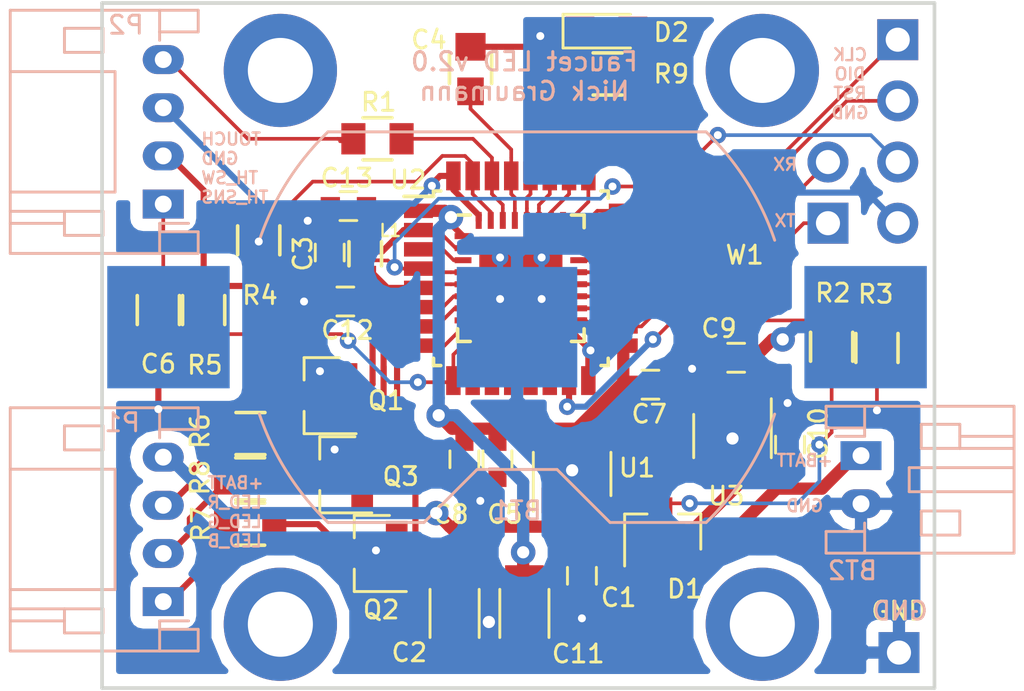
<source format=kicad_pcb>
(kicad_pcb (version 4) (host pcbnew 4.0.5)

  (general
    (links 114)
    (no_connects 0)
    (area 101.524999 76.124999 136.219001 104.723001)
    (thickness 1.6)
    (drawings 14)
    (tracks 451)
    (zones 0)
    (modules 43)
    (nets 43)
  )

  (page A4)
  (layers
    (0 F.Cu signal)
    (31 B.Cu signal)
    (34 B.Paste user)
    (35 F.Paste user)
    (36 B.SilkS user)
    (37 F.SilkS user)
    (38 B.Mask user)
    (39 F.Mask user)
    (40 Dwgs.User user hide)
    (44 Edge.Cuts user)
  )

  (setup
    (last_trace_width 0.254)
    (user_trace_width 0.1524)
    (user_trace_width 0.254)
    (user_trace_width 0.508)
    (trace_clearance 0.1524)
    (zone_clearance 0.508)
    (zone_45_only no)
    (trace_min 0.1524)
    (segment_width 0.2)
    (edge_width 0.15)
    (via_size 0.6858)
    (via_drill 0.3302)
    (via_min_size 0.6858)
    (via_min_drill 0.3302)
    (user_via 0.6858 0.3302)
    (user_via 0.6858 0.3302)
    (user_via 1.016 0.508)
    (uvia_size 0.762)
    (uvia_drill 0.508)
    (uvias_allowed no)
    (uvia_min_size 0)
    (uvia_min_drill 0)
    (pcb_text_width 0.3)
    (pcb_text_size 1.5 1.5)
    (mod_edge_width 0.15)
    (mod_text_size 0.75 0.75)
    (mod_text_width 0.12)
    (pad_size 2.7 2.7)
    (pad_drill 2.7)
    (pad_to_mask_clearance 0.2)
    (aux_axis_origin 0 0)
    (visible_elements 7FFFFFFF)
    (pcbplotparams
      (layerselection 0x010f0_80000001)
      (usegerberextensions false)
      (excludeedgelayer true)
      (linewidth 0.100000)
      (plotframeref false)
      (viasonmask false)
      (mode 1)
      (useauxorigin false)
      (hpglpennumber 1)
      (hpglpenspeed 20)
      (hpglpendiameter 15)
      (hpglpenoverlay 2)
      (psnegative false)
      (psa4output false)
      (plotreference true)
      (plotvalue true)
      (plotinvisibletext false)
      (padsonsilk false)
      (subtractmaskfromsilk false)
      (outputformat 1)
      (mirror false)
      (drillshape 0)
      (scaleselection 1)
      (outputdirectory ""))
  )

  (net 0 "")
  (net 1 GND)
  (net 2 +3V3)
  (net 3 /LED_B)
  (net 4 /LED_R)
  (net 5 /LED_G)
  (net 6 +BATT)
  (net 7 /RESET)
  (net 8 /TSC_SAMPLING)
  (net 9 /BATT_2)
  (net 10 /THERM_SENSE)
  (net 11 /THERM_SW)
  (net 12 /TSC_IN)
  (net 13 /SWDIO)
  (net 14 /SWCLK)
  (net 15 "Net-(R1-Pad2)")
  (net 16 "Net-(R4-Pad1)")
  (net 17 /LED_DBG)
  (net 18 /MCO)
  (net 19 "Net-(BT1-Pad1)")
  (net 20 "Net-(BT2-Pad1)")
  (net 21 "Net-(D2-Pad2)")
  (net 22 "Net-(C10-Pad1)")
  (net 23 "Net-(Q1-Pad3)")
  (net 24 "Net-(Q2-Pad3)")
  (net 25 "Net-(Q3-Pad3)")
  (net 26 /LED_R_CONN)
  (net 27 /LED_G_CONN)
  (net 28 /LED_B_CONN)
  (net 29 /UART_TX)
  (net 30 /UART_RX)
  (net 31 "Net-(U2-Pad3)")
  (net 32 "Net-(U2-Pad10)")
  (net 33 "Net-(U2-Pad11)")
  (net 34 "Net-(U2-Pad12)")
  (net 35 "Net-(U2-Pad13)")
  (net 36 "Net-(U2-Pad14)")
  (net 37 "Net-(U2-Pad21)")
  (net 38 "Net-(U2-Pad22)")
  (net 39 "Net-(U2-Pad26)")
  (net 40 "Net-(U2-Pad27)")
  (net 41 "Net-(U2-Pad28)")
  (net 42 +3.3VA)

  (net_class Default "This is the default net class."
    (clearance 0.1524)
    (trace_width 0.254)
    (via_dia 0.6858)
    (via_drill 0.3302)
    (uvia_dia 0.762)
    (uvia_drill 0.508)
    (add_net +3.3VA)
    (add_net /BATT_2)
    (add_net /LED_B)
    (add_net /LED_B_CONN)
    (add_net /LED_DBG)
    (add_net /LED_G)
    (add_net /LED_G_CONN)
    (add_net /LED_R)
    (add_net /LED_R_CONN)
    (add_net /MCO)
    (add_net /RESET)
    (add_net /SWCLK)
    (add_net /SWDIO)
    (add_net /THERM_SENSE)
    (add_net /THERM_SW)
    (add_net /TSC_IN)
    (add_net /TSC_SAMPLING)
    (add_net /UART_RX)
    (add_net /UART_TX)
    (add_net GND)
    (add_net "Net-(BT1-Pad1)")
    (add_net "Net-(BT2-Pad1)")
    (add_net "Net-(C10-Pad1)")
    (add_net "Net-(D2-Pad2)")
    (add_net "Net-(Q1-Pad3)")
    (add_net "Net-(Q2-Pad3)")
    (add_net "Net-(Q3-Pad3)")
    (add_net "Net-(R1-Pad2)")
    (add_net "Net-(R4-Pad1)")
    (add_net "Net-(U2-Pad10)")
    (add_net "Net-(U2-Pad11)")
    (add_net "Net-(U2-Pad12)")
    (add_net "Net-(U2-Pad13)")
    (add_net "Net-(U2-Pad14)")
    (add_net "Net-(U2-Pad21)")
    (add_net "Net-(U2-Pad22)")
    (add_net "Net-(U2-Pad26)")
    (add_net "Net-(U2-Pad27)")
    (add_net "Net-(U2-Pad28)")
    (add_net "Net-(U2-Pad3)")
  )

  (net_class Minimum ""
    (clearance 0.1524)
    (trace_width 0.1524)
    (via_dia 0.6858)
    (via_drill 0.3302)
    (uvia_dia 0.762)
    (uvia_drill 0.508)
  )

  (net_class Power ""
    (clearance 0.1524)
    (trace_width 0.508)
    (via_dia 1.016)
    (via_drill 0.508)
    (uvia_dia 0.762)
    (uvia_drill 0.508)
    (add_net +3V3)
    (add_net +BATT)
  )

  (module Pin_Headers:Pin_Header_Straight_1x04_Pitch2.54mm (layer B.Cu) (tedit 58B21526) (tstamp 58AE4D05)
    (at 134.62 77.724 180)
    (descr "Through hole straight pin header, 1x04, 2.54mm pitch, single row")
    (tags "Through hole pin header THT 1x04 2.54mm single row")
    (path /58AAD9F8)
    (fp_text reference P4 (at 2.1336 0 180) (layer B.SilkS) hide
      (effects (font (size 0.75 0.75) (thickness 0.12)) (justify mirror))
    )
    (fp_text value CONN_01X03 (at 0 -10.01 180) (layer B.Fab)
      (effects (font (size 0.75 0.75) (thickness 0.12)) (justify mirror))
    )
    (fp_line (start -1.27 1.27) (end -1.27 -8.89) (layer B.Fab) (width 0.1))
    (fp_line (start -1.27 -8.89) (end 1.27 -8.89) (layer B.Fab) (width 0.1))
    (fp_line (start 1.27 -8.89) (end 1.27 1.27) (layer B.Fab) (width 0.1))
    (fp_line (start 1.27 1.27) (end -1.27 1.27) (layer B.Fab) (width 0.1))
    (fp_line (start -1.6 1.6) (end -1.6 -9.2) (layer B.CrtYd) (width 0.05))
    (fp_line (start -1.6 -9.2) (end 1.6 -9.2) (layer B.CrtYd) (width 0.05))
    (fp_line (start 1.6 -9.2) (end 1.6 1.6) (layer B.CrtYd) (width 0.05))
    (fp_line (start 1.6 1.6) (end -1.6 1.6) (layer B.CrtYd) (width 0.05))
    (pad 1 thru_hole rect (at 0 0 180) (size 1.7 1.7) (drill 1) (layers *.Cu *.Mask)
      (net 14 /SWCLK))
    (pad 2 thru_hole oval (at 0 -2.54 180) (size 1.7 1.7) (drill 1) (layers *.Cu *.Mask)
      (net 13 /SWDIO))
    (pad 3 thru_hole oval (at 0 -5.08 180) (size 1.7 1.7) (drill 1) (layers *.Cu *.Mask)
      (net 7 /RESET))
    (pad 4 thru_hole oval (at 0 -7.62 180) (size 1.7 1.7) (drill 1) (layers *.Cu *.Mask)
      (net 1 GND))
    (model Pin_Headers.3dshapes/Pin_Header_Straight_1x04_Pitch2.54mm.wrl
      (at (xyz 0 -0.15 0))
      (scale (xyz 1 1 1))
      (rotate (xyz 0 0 90))
    )
  )

  (module Pin_Headers:Pin_Header_Straight_1x02_Pitch2.54mm (layer B.Cu) (tedit 58B21512) (tstamp 58AE5D18)
    (at 131.7244 85.344)
    (descr "Through hole straight pin header, 1x02, 2.54mm pitch, single row")
    (tags "Through hole pin header THT 1x02 2.54mm single row")
    (path /58AE72EE)
    (fp_text reference P5 (at -2.6924 -2.4384) (layer B.SilkS) hide
      (effects (font (size 0.75 0.75) (thickness 0.12)) (justify mirror))
    )
    (fp_text value CONN_01X02 (at 0 -4.93) (layer B.Fab)
      (effects (font (size 0.75 0.75) (thickness 0.12)) (justify mirror))
    )
    (fp_line (start -1.27 1.27) (end -1.27 -3.81) (layer B.Fab) (width 0.1))
    (fp_line (start -1.27 -3.81) (end 1.27 -3.81) (layer B.Fab) (width 0.1))
    (fp_line (start 1.27 -3.81) (end 1.27 1.27) (layer B.Fab) (width 0.1))
    (fp_line (start 1.27 1.27) (end -1.27 1.27) (layer B.Fab) (width 0.1))
    (fp_line (start -1.6 1.6) (end -1.6 -4.1) (layer B.CrtYd) (width 0.05))
    (fp_line (start -1.6 -4.1) (end 1.6 -4.1) (layer B.CrtYd) (width 0.05))
    (fp_line (start 1.6 -4.1) (end 1.6 1.6) (layer B.CrtYd) (width 0.05))
    (fp_line (start 1.6 1.6) (end -1.6 1.6) (layer B.CrtYd) (width 0.05))
    (pad 1 thru_hole rect (at 0 0) (size 1.7 1.7) (drill 1) (layers *.Cu *.Mask)
      (net 29 /UART_TX))
    (pad 2 thru_hole oval (at 0 -2.54) (size 1.7 1.7) (drill 1) (layers *.Cu *.Mask)
      (net 30 /UART_RX))
    (model Pin_Headers.3dshapes/Pin_Header_Straight_1x02_Pitch2.54mm.wrl
      (at (xyz 0 -0.05 0))
      (scale (xyz 1 1 1))
      (rotate (xyz 0 0 90))
    )
  )

  (module Pin_Headers:Pin_Header_Straight_1x01_Pitch2.54mm (layer B.Cu) (tedit 58B2148D) (tstamp 58AE6096)
    (at 134.6708 103.1748 180)
    (descr "Through hole straight pin header, 1x01, 2.54mm pitch, single row")
    (tags "Through hole pin header THT 1x01 2.54mm single row")
    (path /58AE7B4F)
    (fp_text reference P6 (at 1.9812 0 180) (layer B.SilkS) hide
      (effects (font (size 0.75 0.75) (thickness 0.12)) (justify mirror))
    )
    (fp_text value CONN_01X01 (at 0 -2.39 180) (layer B.Fab)
      (effects (font (size 0.75 0.75) (thickness 0.12)) (justify mirror))
    )
    (fp_line (start -1.27 1.27) (end -1.27 -1.27) (layer B.Fab) (width 0.1))
    (fp_line (start 1.27 -1.27) (end 1.27 1.27) (layer B.Fab) (width 0.1))
    (fp_line (start 1.27 1.27) (end -1.27 1.27) (layer B.Fab) (width 0.1))
    (fp_line (start -1.6 1.6) (end -1.6 -1.6) (layer B.CrtYd) (width 0.05))
    (fp_line (start -1.6 -1.6) (end 1.6 -1.6) (layer B.CrtYd) (width 0.05))
    (fp_line (start 1.6 -1.6) (end 1.6 1.6) (layer B.CrtYd) (width 0.05))
    (fp_line (start 1.6 1.6) (end -1.6 1.6) (layer B.CrtYd) (width 0.05))
    (pad 1 thru_hole rect (at 0 0 180) (size 1.7 1.7) (drill 1) (layers *.Cu *.Mask)
      (net 1 GND))
    (model Pin_Headers.3dshapes/Pin_Header_Straight_1x01_Pitch2.54mm.wrl
      (at (xyz 0 0 0))
      (scale (xyz 1 1 1))
      (rotate (xyz 0 0 90))
    )
  )

  (module components:Keystone_3020_2x2016-CoinCell locked (layer B.Cu) (tedit 58B21456) (tstamp 58AA70F3)
    (at 118.8212 89.662 180)
    (descr http://www.keyelco.com/product-pdf.cfm?p=14028)
    (tags "Keystone type 1058 coin cell retainer")
    (path /5857029D)
    (attr smd)
    (fp_text reference BT1 (at 0 -7.62 180) (layer B.SilkS)
      (effects (font (size 0.75 0.75) (thickness 0.12)) (justify mirror))
    )
    (fp_text value CR2016x2 (at 0 9.398 180) (layer B.Fab)
      (effects (font (size 0.75 0.75) (thickness 0.12)) (justify mirror))
    )
    (fp_arc (start 0 0) (end 11.06 -4.11) (angle -139.2) (layer B.CrtYd) (width 0.05))
    (fp_arc (start 0 0) (end -11.06 4.11) (angle -139.2) (layer B.CrtYd) (width 0.05))
    (fp_line (start 11.06 -4.11) (end 16.45 -4.11) (layer B.CrtYd) (width 0.05))
    (fp_line (start 16.45 -4.11) (end 16.45 4.11) (layer B.CrtYd) (width 0.05))
    (fp_line (start 16.45 4.11) (end 11.06 4.11) (layer B.CrtYd) (width 0.05))
    (fp_line (start -16.45 4.11) (end -11.06 4.11) (layer B.CrtYd) (width 0.05))
    (fp_line (start -16.45 4.11) (end -16.45 -4.11) (layer B.CrtYd) (width 0.05))
    (fp_line (start -16.45 -4.11) (end -11.06 -4.11) (layer B.CrtYd) (width 0.05))
    (fp_arc (start 0 0) (end -10.692 -3.61) (angle 27.3) (layer B.SilkS) (width 0.12))
    (fp_arc (start 0 0) (end 10.692 3.61) (angle 27.3) (layer B.SilkS) (width 0.12))
    (fp_arc (start 0 0) (end 10.692 -3.61) (angle -27.3) (layer B.SilkS) (width 0.12))
    (fp_arc (start 0 0) (end -10.692 3.61) (angle -27.3) (layer B.SilkS) (width 0.12))
    (fp_line (start -3.86 -8.11) (end -7.8473 -8.11) (layer B.SilkS) (width 0.12))
    (fp_line (start -1.66 -5.91) (end -3.86 -8.11) (layer B.SilkS) (width 0.12))
    (fp_line (start 1.66 -5.91) (end -1.66 -5.91) (layer B.SilkS) (width 0.12))
    (fp_line (start 1.66 -5.91) (end 3.86 -8.11) (layer B.SilkS) (width 0.12))
    (fp_line (start 7.8473 -8.11) (end 3.86 -8.11) (layer B.SilkS) (width 0.12))
    (fp_line (start -7.8473 8.11) (end 7.8473 8.11) (layer B.SilkS) (width 0.12))
    (fp_arc (start 0 0) (end -10.61275 -3.5) (angle 27.4635) (layer B.Fab) (width 0.1))
    (fp_arc (start 0 0) (end 10.61275 3.5) (angle 27.4635) (layer B.Fab) (width 0.1))
    (fp_arc (start 0 0) (end 10.61275 -3.5) (angle -27.4635) (layer B.Fab) (width 0.1))
    (fp_line (start 14.2 -2.8) (end 14.2 -3.5) (layer B.Fab) (width 0.1))
    (fp_line (start 14.2 -3.5) (end 10.61275 -3.5) (layer B.Fab) (width 0.1))
    (fp_line (start 10.61275 3.5) (end 14.2 3.5) (layer B.Fab) (width 0.1))
    (fp_line (start 14.2 3.5) (end 14.2 2.8) (layer B.Fab) (width 0.1))
    (fp_line (start -14.2 -2.8) (end -14.2 -3.5) (layer B.Fab) (width 0.1))
    (fp_line (start -14.2 -3.5) (end -10.61275 -3.5) (layer B.Fab) (width 0.1))
    (fp_line (start 3.9 -8) (end 7.8026 -8) (layer B.Fab) (width 0.1))
    (fp_line (start 1.7 -5.8) (end 3.9 -8) (layer B.Fab) (width 0.1))
    (fp_line (start -1.7 -5.8) (end -3.9 -8) (layer B.Fab) (width 0.1))
    (fp_line (start -1.7 -5.8) (end 1.7 -5.8) (layer B.Fab) (width 0.1))
    (fp_line (start -14.2 3.5) (end -10.61275 3.5) (layer B.Fab) (width 0.1))
    (fp_line (start -14.2 3.5) (end -14.2 2.6) (layer B.Fab) (width 0.1))
    (fp_line (start -3.9 -8) (end -7.8026 -8) (layer B.Fab) (width 0.1))
    (fp_line (start -7.8026 8) (end 7.8026 8) (layer B.Fab) (width 0.1))
    (fp_arc (start 0 0) (end -10.61275 3.5) (angle -27.4635) (layer B.Fab) (width 0.1))
    (fp_circle (center 0 0) (end 10 0) (layer Dwgs.User) (width 0.15))
    (pad 1 smd rect (at -14.465 0 180) (size 5.08 5.08) (layers B.Cu B.Paste B.Mask)
      (net 19 "Net-(BT1-Pad1)"))
    (pad 3 smd rect (at 14.465 0 180) (size 5.08 5.08) (layers B.Cu B.Paste B.Mask))
    (pad 2 smd rect (at 0 0 180) (size 5 5) (layers B.Cu B.Paste B.Mask)
      (net 1 GND))
  )

  (module TO_SOT_Packages_SMD:SOT-23-5 (layer F.Cu) (tedit 5883B1A6) (tstamp 58AA4D70)
    (at 121.1072 95.758 90)
    (descr "5-pin SOT23 package")
    (tags SOT-23-5)
    (path /58AAC1C2)
    (attr smd)
    (fp_text reference U1 (at 0.254 2.6924 180) (layer F.SilkS)
      (effects (font (size 0.75 0.75) (thickness 0.12)))
    )
    (fp_text value TLV70033DDC (at 0 2.9 90) (layer F.Fab)
      (effects (font (size 0.75 0.75) (thickness 0.12)))
    )
    (fp_line (start -0.9 1.61) (end 0.9 1.61) (layer F.SilkS) (width 0.12))
    (fp_line (start 0.9 -1.61) (end -1.55 -1.61) (layer F.SilkS) (width 0.12))
    (fp_line (start -1.9 -1.8) (end 1.9 -1.8) (layer F.CrtYd) (width 0.05))
    (fp_line (start 1.9 -1.8) (end 1.9 1.8) (layer F.CrtYd) (width 0.05))
    (fp_line (start 1.9 1.8) (end -1.9 1.8) (layer F.CrtYd) (width 0.05))
    (fp_line (start -1.9 1.8) (end -1.9 -1.8) (layer F.CrtYd) (width 0.05))
    (fp_line (start -0.9 -0.9) (end -0.25 -1.55) (layer F.Fab) (width 0.1))
    (fp_line (start 0.9 -1.55) (end -0.25 -1.55) (layer F.Fab) (width 0.1))
    (fp_line (start -0.9 -0.9) (end -0.9 1.55) (layer F.Fab) (width 0.1))
    (fp_line (start 0.9 1.55) (end -0.9 1.55) (layer F.Fab) (width 0.1))
    (fp_line (start 0.9 -1.55) (end 0.9 1.55) (layer F.Fab) (width 0.1))
    (pad 1 smd rect (at -1.1 -0.95 90) (size 1.06 0.65) (layers F.Cu F.Paste F.Mask)
      (net 6 +BATT))
    (pad 2 smd rect (at -1.1 0 90) (size 1.06 0.65) (layers F.Cu F.Paste F.Mask)
      (net 1 GND))
    (pad 3 smd rect (at -1.1 0.95 90) (size 1.06 0.65) (layers F.Cu F.Paste F.Mask)
      (net 6 +BATT))
    (pad 4 smd rect (at 1.1 0.95 90) (size 1.06 0.65) (layers F.Cu F.Paste F.Mask))
    (pad 5 smd rect (at 1.1 -0.95 90) (size 1.06 0.65) (layers F.Cu F.Paste F.Mask)
      (net 2 +3V3))
    (model TO_SOT_Packages_SMD.3dshapes/SOT-23-5.wrl
      (at (xyz 0 0 0))
      (scale (xyz 1 1 1))
      (rotate (xyz 0 0 0))
    )
  )

  (module components:R_0603_0805 (layer F.Cu) (tedit 58ABAEA1) (tstamp 58ABA98C)
    (at 122.5804 79.1464 180)
    (descr "Resistor SMD 0805, reflow soldering, Vishay (see dcrcw.pdf)")
    (tags "resistor 0805")
    (path /58AAFABA)
    (attr smd)
    (fp_text reference R9 (at -2.6416 0 180) (layer F.SilkS)
      (effects (font (size 0.75 0.75) (thickness 0.12)))
    )
    (fp_text value 1k (at 0 2.1 180) (layer F.Fab)
      (effects (font (size 0.75 0.75) (thickness 0.12)))
    )
    (fp_line (start -1 0.625) (end -1 -0.625) (layer F.Fab) (width 0.1))
    (fp_line (start 1 0.625) (end -1 0.625) (layer F.Fab) (width 0.1))
    (fp_line (start 1 -0.625) (end 1 0.625) (layer F.Fab) (width 0.1))
    (fp_line (start -1 -0.625) (end 1 -0.625) (layer F.Fab) (width 0.1))
    (fp_line (start -1.9 -1) (end 1.9 -1) (layer F.CrtYd) (width 0.05))
    (fp_line (start -1.9 1) (end 1.9 1) (layer F.CrtYd) (width 0.05))
    (fp_line (start -1.9 -1) (end -1.9 1) (layer F.CrtYd) (width 0.05))
    (fp_line (start 1.9 -1) (end 1.9 1) (layer F.CrtYd) (width 0.05))
    (fp_line (start 0.6 0.875) (end -0.6 0.875) (layer F.SilkS) (width 0.15))
    (fp_line (start -0.6 -0.875) (end 0.6 -0.875) (layer F.SilkS) (width 0.15))
    (pad 1 smd rect (at -1 0 180) (size 1 1.3) (layers F.Cu F.Paste F.Mask)
      (net 21 "Net-(D2-Pad2)"))
    (pad 2 smd rect (at 1 0) (size 1 1.3) (layers F.Cu F.Paste F.Mask)
      (net 17 /LED_DBG))
    (model Resistors_SMD.3dshapes/R_0805.wrl
      (at (xyz 0 0 0))
      (scale (xyz 1 1 1))
      (rotate (xyz 0 0 0))
    )
  )

  (module components:R_0603_0805 (layer F.Cu) (tedit 58ABAEA1) (tstamp 58ABA954)
    (at 113.03 81.8388)
    (descr "Resistor SMD 0805, reflow soldering, Vishay (see dcrcw.pdf)")
    (tags "resistor 0805")
    (path /58AB2523)
    (attr smd)
    (fp_text reference R1 (at 0.0508 -1.524) (layer F.SilkS)
      (effects (font (size 0.75 0.75) (thickness 0.12)))
    )
    (fp_text value 130R (at 0 2.1) (layer F.Fab)
      (effects (font (size 0.75 0.75) (thickness 0.12)))
    )
    (fp_line (start -1 0.625) (end -1 -0.625) (layer F.Fab) (width 0.1))
    (fp_line (start 1 0.625) (end -1 0.625) (layer F.Fab) (width 0.1))
    (fp_line (start 1 -0.625) (end 1 0.625) (layer F.Fab) (width 0.1))
    (fp_line (start -1 -0.625) (end 1 -0.625) (layer F.Fab) (width 0.1))
    (fp_line (start -1.9 -1) (end 1.9 -1) (layer F.CrtYd) (width 0.05))
    (fp_line (start -1.9 1) (end 1.9 1) (layer F.CrtYd) (width 0.05))
    (fp_line (start -1.9 -1) (end -1.9 1) (layer F.CrtYd) (width 0.05))
    (fp_line (start 1.9 -1) (end 1.9 1) (layer F.CrtYd) (width 0.05))
    (fp_line (start 0.6 0.875) (end -0.6 0.875) (layer F.SilkS) (width 0.15))
    (fp_line (start -0.6 -0.875) (end 0.6 -0.875) (layer F.SilkS) (width 0.15))
    (pad 1 smd rect (at -1 0) (size 1 1.3) (layers F.Cu F.Paste F.Mask)
      (net 12 /TSC_IN))
    (pad 2 smd rect (at 1 0 180) (size 1 1.3) (layers F.Cu F.Paste F.Mask)
      (net 15 "Net-(R1-Pad2)"))
    (model Resistors_SMD.3dshapes/R_0805.wrl
      (at (xyz 0 0 0))
      (scale (xyz 1 1 1))
      (rotate (xyz 0 0 0))
    )
  )

  (module Mounting_Holes:MountingHole_2.7mm_M2.5_DIN965_Pad locked (layer F.Cu) (tedit 58ABB9DA) (tstamp 58ABB708)
    (at 109 79)
    (descr "Mounting Hole 2.7mm, M2.5, DIN965")
    (tags "mounting hole 2.7mm m2.5 din965")
    (fp_text reference REF** (at 0 -3.35) (layer F.SilkS) hide
      (effects (font (size 0.75 0.75) (thickness 0.12)))
    )
    (fp_text value MountingHole_2.7mm_M2.5_DIN965_Pad (at 0 3.35) (layer F.Fab)
      (effects (font (size 0.75 0.75) (thickness 0.12)))
    )
    (fp_circle (center 0 0) (end 2.35 0) (layer Cmts.User) (width 0.15))
    (fp_circle (center 0 0) (end 2.6 0) (layer F.CrtYd) (width 0.05))
    (pad 1 thru_hole circle (at 0 0) (size 4.7 4.7) (drill 2.7) (layers *.Cu *.Mask))
  )

  (module Mounting_Holes:MountingHole_2.7mm_M2.5_DIN965_Pad locked (layer F.Cu) (tedit 58ABB98F) (tstamp 58ABB702)
    (at 129 102)
    (descr "Mounting Hole 2.7mm, M2.5, DIN965")
    (tags "mounting hole 2.7mm m2.5 din965")
    (fp_text reference REF** (at 0 -3.35) (layer F.SilkS) hide
      (effects (font (size 0.75 0.75) (thickness 0.12)))
    )
    (fp_text value MountingHole_2.7mm_M2.5_DIN965_Pad (at 0 3.35) (layer F.Fab)
      (effects (font (size 0.75 0.75) (thickness 0.12)))
    )
    (fp_circle (center 0 0) (end 2.35 0) (layer Cmts.User) (width 0.15))
    (fp_circle (center 0 0) (end 2.6 0) (layer F.CrtYd) (width 0.05))
    (pad 1 thru_hole circle (at 0 0) (size 4.7 4.7) (drill 2.7) (layers *.Cu *.Mask))
  )

  (module Mounting_Holes:MountingHole_2.7mm_M2.5_DIN965_Pad locked (layer F.Cu) (tedit 58ABB9E9) (tstamp 58ABB620)
    (at 129 79)
    (descr "Mounting Hole 2.7mm, M2.5, DIN965")
    (tags "mounting hole 2.7mm m2.5 din965")
    (fp_text reference REF** (at 0 -3.35) (layer F.SilkS) hide
      (effects (font (size 0.75 0.75) (thickness 0.12)))
    )
    (fp_text value MountingHole_2.7mm_M2.5_DIN965_Pad (at 0 3.35) (layer F.Fab)
      (effects (font (size 0.75 0.75) (thickness 0.12)))
    )
    (fp_circle (center 0 0) (end 2.35 0) (layer Cmts.User) (width 0.15))
    (fp_circle (center 0 0) (end 2.6 0) (layer F.CrtYd) (width 0.05))
    (pad 1 thru_hole circle (at 0 0) (size 4.7 4.7) (drill 2.7) (layers *.Cu *.Mask))
  )

  (module LEDs:LED_0805 (layer F.Cu) (tedit 57FE93EC) (tstamp 58AA4D07)
    (at 122.5296 77.3684)
    (descr "LED 0805 smd package")
    (tags "LED led 0805 SMD smd SMT smt smdled SMDLED smtled SMTLED")
    (path /58AAF805)
    (attr smd)
    (fp_text reference D2 (at 2.6924 0.0508) (layer F.SilkS)
      (effects (font (size 0.75 0.75) (thickness 0.12)))
    )
    (fp_text value LED (at 0 1.55) (layer F.Fab)
      (effects (font (size 0.75 0.75) (thickness 0.12)))
    )
    (fp_line (start -1.8 -0.7) (end -1.8 0.7) (layer F.SilkS) (width 0.12))
    (fp_line (start -0.4 -0.4) (end -0.4 0.4) (layer F.Fab) (width 0.1))
    (fp_line (start -0.4 0) (end 0.2 -0.4) (layer F.Fab) (width 0.1))
    (fp_line (start 0.2 0.4) (end -0.4 0) (layer F.Fab) (width 0.1))
    (fp_line (start 0.2 -0.4) (end 0.2 0.4) (layer F.Fab) (width 0.1))
    (fp_line (start 1 0.6) (end -1 0.6) (layer F.Fab) (width 0.1))
    (fp_line (start 1 -0.6) (end 1 0.6) (layer F.Fab) (width 0.1))
    (fp_line (start -1 -0.6) (end 1 -0.6) (layer F.Fab) (width 0.1))
    (fp_line (start -1 0.6) (end -1 -0.6) (layer F.Fab) (width 0.1))
    (fp_line (start -1.8 0.7) (end 1 0.7) (layer F.SilkS) (width 0.12))
    (fp_line (start -1.8 -0.7) (end 1 -0.7) (layer F.SilkS) (width 0.12))
    (fp_line (start 1.95 -0.85) (end 1.95 0.85) (layer F.CrtYd) (width 0.05))
    (fp_line (start 1.95 0.85) (end -1.95 0.85) (layer F.CrtYd) (width 0.05))
    (fp_line (start -1.95 0.85) (end -1.95 -0.85) (layer F.CrtYd) (width 0.05))
    (fp_line (start -1.95 -0.85) (end 1.95 -0.85) (layer F.CrtYd) (width 0.05))
    (pad 2 smd rect (at 1.1 0 180) (size 1.2 1.2) (layers F.Cu F.Paste F.Mask)
      (net 21 "Net-(D2-Pad2)"))
    (pad 1 smd rect (at -1.1 0 180) (size 1.2 1.2) (layers F.Cu F.Paste F.Mask)
      (net 1 GND))
    (model LEDs.3dshapes/LED_0805.wrl
      (at (xyz 0 0 0))
      (scale (xyz 1 1 1))
      (rotate (xyz 0 0 180))
    )
  )

  (module Resistors_SMD:R_0603 (layer F.Cu) (tedit 58B21BCE) (tstamp 58AA4D0D)
    (at 112.522 86.614 270)
    (descr "Resistor SMD 0603, reflow soldering, Vishay (see dcrcw.pdf)")
    (tags "resistor 0603")
    (path /58AB0BDB)
    (attr smd)
    (fp_text reference L1 (at -0.9652 -1.0414 360) (layer F.SilkS)
      (effects (font (size 0.5 0.5) (thickness 0.1)))
    )
    (fp_text value Bead (at 0 1.9 270) (layer F.Fab)
      (effects (font (size 0.75 0.75) (thickness 0.12)))
    )
    (fp_line (start -0.8 0.4) (end -0.8 -0.4) (layer F.Fab) (width 0.1))
    (fp_line (start 0.8 0.4) (end -0.8 0.4) (layer F.Fab) (width 0.1))
    (fp_line (start 0.8 -0.4) (end 0.8 0.4) (layer F.Fab) (width 0.1))
    (fp_line (start -0.8 -0.4) (end 0.8 -0.4) (layer F.Fab) (width 0.1))
    (fp_line (start -1.3 -0.8) (end 1.3 -0.8) (layer F.CrtYd) (width 0.05))
    (fp_line (start -1.3 0.8) (end 1.3 0.8) (layer F.CrtYd) (width 0.05))
    (fp_line (start -1.3 -0.8) (end -1.3 0.8) (layer F.CrtYd) (width 0.05))
    (fp_line (start 1.3 -0.8) (end 1.3 0.8) (layer F.CrtYd) (width 0.05))
    (fp_line (start 0.5 0.675) (end -0.5 0.675) (layer F.SilkS) (width 0.15))
    (fp_line (start -0.5 -0.675) (end 0.5 -0.675) (layer F.SilkS) (width 0.15))
    (pad 1 smd rect (at -0.75 0 270) (size 0.5 0.9) (layers F.Cu F.Paste F.Mask)
      (net 2 +3V3))
    (pad 2 smd rect (at 0.75 0 270) (size 0.5 0.9) (layers F.Cu F.Paste F.Mask)
      (net 42 +3.3VA))
    (model Resistors_SMD.3dshapes/R_0603.wrl
      (at (xyz 0 0 0))
      (scale (xyz 1 1 1))
      (rotate (xyz 0 0 0))
    )
  )

  (module Measurement_Points:Measurement_Point_Round-SMD-Pad_Small (layer F.Cu) (tedit 56C35ED0) (tstamp 58AA4D99)
    (at 128.27 88.2396)
    (descr "Mesurement Point, Round, SMD Pad, DM 1.5mm,")
    (tags "Mesurement Point Round SMD Pad 1.5mm")
    (path /58AB697E)
    (attr virtual)
    (fp_text reference W1 (at 0 -1.5748) (layer F.SilkS)
      (effects (font (size 0.75 0.75) (thickness 0.12)))
    )
    (fp_text value TEST_1P (at 0 2) (layer F.Fab)
      (effects (font (size 0.75 0.75) (thickness 0.12)))
    )
    (fp_circle (center 0 0) (end 1 0) (layer F.CrtYd) (width 0.05))
    (pad 1 smd circle (at 0 0) (size 1.5 1.5) (layers F.Cu F.Mask)
      (net 18 /MCO))
  )

  (module TO_SOT_Packages_SMD:SOT-23 (layer F.Cu) (tedit 5883B105) (tstamp 58AA6CBB)
    (at 124.8664 98.1804 90)
    (descr "SOT-23, Standard")
    (tags SOT-23)
    (path /58ABB0AB)
    (attr smd)
    (fp_text reference D1 (at -2.3528 0.9144 180) (layer F.SilkS)
      (effects (font (size 0.75 0.75) (thickness 0.12)))
    )
    (fp_text value D_Schottky_x2_KCom_AAK (at 0 2.5 90) (layer F.Fab)
      (effects (font (size 0.75 0.75) (thickness 0.12)))
    )
    (fp_line (start -0.7 -0.95) (end -0.7 1.5) (layer F.Fab) (width 0.1))
    (fp_line (start -0.15 -1.52) (end 0.7 -1.52) (layer F.Fab) (width 0.1))
    (fp_line (start -0.7 -0.95) (end -0.15 -1.52) (layer F.Fab) (width 0.1))
    (fp_line (start 0.7 -1.52) (end 0.7 1.52) (layer F.Fab) (width 0.1))
    (fp_line (start -0.7 1.52) (end 0.7 1.52) (layer F.Fab) (width 0.1))
    (fp_line (start 0.76 1.58) (end 0.76 0.65) (layer F.SilkS) (width 0.12))
    (fp_line (start 0.76 -1.58) (end 0.76 -0.65) (layer F.SilkS) (width 0.12))
    (fp_line (start -1.7 -1.75) (end 1.7 -1.75) (layer F.CrtYd) (width 0.05))
    (fp_line (start 1.7 -1.75) (end 1.7 1.75) (layer F.CrtYd) (width 0.05))
    (fp_line (start 1.7 1.75) (end -1.7 1.75) (layer F.CrtYd) (width 0.05))
    (fp_line (start -1.7 1.75) (end -1.7 -1.75) (layer F.CrtYd) (width 0.05))
    (fp_line (start 0.76 -1.58) (end -1.4 -1.58) (layer F.SilkS) (width 0.12))
    (fp_line (start 0.76 1.58) (end -0.7 1.58) (layer F.SilkS) (width 0.12))
    (pad 1 smd rect (at -1 -0.95 90) (size 0.9 0.8) (layers F.Cu F.Paste F.Mask)
      (net 22 "Net-(C10-Pad1)"))
    (pad 2 smd rect (at -1 0.95 90) (size 0.9 0.8) (layers F.Cu F.Paste F.Mask)
      (net 20 "Net-(BT2-Pad1)"))
    (pad 3 smd rect (at 1 0 90) (size 0.9 0.8) (layers F.Cu F.Paste F.Mask)
      (net 6 +BATT))
    (model TO_SOT_Packages_SMD.3dshapes/SOT-23.wrl
      (at (xyz 0 0 0))
      (scale (xyz 1 1 1))
      (rotate (xyz 0 0 90))
    )
  )

  (module components:R_0603_0805 (layer F.Cu) (tedit 58ABAEA1) (tstamp 58ABA969)
    (at 108.1024 86.0552 270)
    (descr "Resistor SMD 0805, reflow soldering, Vishay (see dcrcw.pdf)")
    (tags "resistor 0805")
    (path /58AA8F1E)
    (attr smd)
    (fp_text reference R4 (at 2.286 -0.0508 360) (layer F.SilkS)
      (effects (font (size 0.75 0.75) (thickness 0.12)))
    )
    (fp_text value 10k (at 0 2.1 270) (layer F.Fab)
      (effects (font (size 0.75 0.75) (thickness 0.12)))
    )
    (fp_line (start -1 0.625) (end -1 -0.625) (layer F.Fab) (width 0.1))
    (fp_line (start 1 0.625) (end -1 0.625) (layer F.Fab) (width 0.1))
    (fp_line (start 1 -0.625) (end 1 0.625) (layer F.Fab) (width 0.1))
    (fp_line (start -1 -0.625) (end 1 -0.625) (layer F.Fab) (width 0.1))
    (fp_line (start -1.9 -1) (end 1.9 -1) (layer F.CrtYd) (width 0.05))
    (fp_line (start -1.9 1) (end 1.9 1) (layer F.CrtYd) (width 0.05))
    (fp_line (start -1.9 -1) (end -1.9 1) (layer F.CrtYd) (width 0.05))
    (fp_line (start 1.9 -1) (end 1.9 1) (layer F.CrtYd) (width 0.05))
    (fp_line (start 0.6 0.875) (end -0.6 0.875) (layer F.SilkS) (width 0.15))
    (fp_line (start -0.6 -0.875) (end 0.6 -0.875) (layer F.SilkS) (width 0.15))
    (pad 1 smd rect (at -1 0 270) (size 1 1.3) (layers F.Cu F.Paste F.Mask)
      (net 16 "Net-(R4-Pad1)"))
    (pad 2 smd rect (at 1 0 90) (size 1 1.3) (layers F.Cu F.Paste F.Mask)
      (net 1 GND))
    (model Resistors_SMD.3dshapes/R_0805.wrl
      (at (xyz 0 0 0))
      (scale (xyz 1 1 1))
      (rotate (xyz 0 0 0))
    )
  )

  (module components:R_0603_0805 (layer F.Cu) (tedit 58B215A8) (tstamp 58ABA985)
    (at 107.7468 95.9612 180)
    (descr "Resistor SMD 0805, reflow soldering, Vishay (see dcrcw.pdf)")
    (tags "resistor 0805")
    (path /58AD52C2)
    (attr smd)
    (fp_text reference R8 (at 2.0828 0.0508 270) (layer F.SilkS)
      (effects (font (size 0.75 0.75) (thickness 0.12)))
    )
    (fp_text value 80R6 (at 0 2.1 180) (layer F.Fab)
      (effects (font (size 0.75 0.75) (thickness 0.12)))
    )
    (fp_line (start -1 0.625) (end -1 -0.625) (layer F.Fab) (width 0.1))
    (fp_line (start 1 0.625) (end -1 0.625) (layer F.Fab) (width 0.1))
    (fp_line (start 1 -0.625) (end 1 0.625) (layer F.Fab) (width 0.1))
    (fp_line (start -1 -0.625) (end 1 -0.625) (layer F.Fab) (width 0.1))
    (fp_line (start -1.9 -1) (end 1.9 -1) (layer F.CrtYd) (width 0.05))
    (fp_line (start -1.9 1) (end 1.9 1) (layer F.CrtYd) (width 0.05))
    (fp_line (start -1.9 -1) (end -1.9 1) (layer F.CrtYd) (width 0.05))
    (fp_line (start 1.9 -1) (end 1.9 1) (layer F.CrtYd) (width 0.05))
    (fp_line (start 0.6 0.875) (end -0.6 0.875) (layer F.SilkS) (width 0.15))
    (fp_line (start -0.6 -0.875) (end 0.6 -0.875) (layer F.SilkS) (width 0.15))
    (pad 1 smd rect (at -1 0 180) (size 1 1.3) (layers F.Cu F.Paste F.Mask)
      (net 25 "Net-(Q3-Pad3)"))
    (pad 2 smd rect (at 1 0) (size 1 1.3) (layers F.Cu F.Paste F.Mask)
      (net 27 /LED_G_CONN))
    (model Resistors_SMD.3dshapes/R_0805.wrl
      (at (xyz 0 0 0))
      (scale (xyz 1 1 1))
      (rotate (xyz 0 0 0))
    )
  )

  (module components:R_0603_0805 (layer F.Cu) (tedit 58B215AD) (tstamp 58ABA97E)
    (at 107.7468 97.8408 180)
    (descr "Resistor SMD 0805, reflow soldering, Vishay (see dcrcw.pdf)")
    (tags "resistor 0805")
    (path /58AD536F)
    (attr smd)
    (fp_text reference R7 (at 2.032 0 270) (layer F.SilkS)
      (effects (font (size 0.75 0.75) (thickness 0.12)))
    )
    (fp_text value 80R6 (at 0 2.1 180) (layer F.Fab)
      (effects (font (size 0.75 0.75) (thickness 0.12)))
    )
    (fp_line (start -1 0.625) (end -1 -0.625) (layer F.Fab) (width 0.1))
    (fp_line (start 1 0.625) (end -1 0.625) (layer F.Fab) (width 0.1))
    (fp_line (start 1 -0.625) (end 1 0.625) (layer F.Fab) (width 0.1))
    (fp_line (start -1 -0.625) (end 1 -0.625) (layer F.Fab) (width 0.1))
    (fp_line (start -1.9 -1) (end 1.9 -1) (layer F.CrtYd) (width 0.05))
    (fp_line (start -1.9 1) (end 1.9 1) (layer F.CrtYd) (width 0.05))
    (fp_line (start -1.9 -1) (end -1.9 1) (layer F.CrtYd) (width 0.05))
    (fp_line (start 1.9 -1) (end 1.9 1) (layer F.CrtYd) (width 0.05))
    (fp_line (start 0.6 0.875) (end -0.6 0.875) (layer F.SilkS) (width 0.15))
    (fp_line (start -0.6 -0.875) (end 0.6 -0.875) (layer F.SilkS) (width 0.15))
    (pad 1 smd rect (at -1 0 180) (size 1 1.3) (layers F.Cu F.Paste F.Mask)
      (net 24 "Net-(Q2-Pad3)"))
    (pad 2 smd rect (at 1 0) (size 1 1.3) (layers F.Cu F.Paste F.Mask)
      (net 28 /LED_B_CONN))
    (model Resistors_SMD.3dshapes/R_0805.wrl
      (at (xyz 0 0 0))
      (scale (xyz 1 1 1))
      (rotate (xyz 0 0 0))
    )
  )

  (module components:R_0603_0805 (layer F.Cu) (tedit 58B215A3) (tstamp 58ABA977)
    (at 107.7595 94.0816 180)
    (descr "Resistor SMD 0805, reflow soldering, Vishay (see dcrcw.pdf)")
    (tags "resistor 0805")
    (path /5855DFDD)
    (attr smd)
    (fp_text reference R6 (at 2.0955 0.1016 270) (layer F.SilkS)
      (effects (font (size 0.75 0.75) (thickness 0.12)))
    )
    (fp_text value 130R (at 0 2.1 180) (layer F.Fab)
      (effects (font (size 0.75 0.75) (thickness 0.12)))
    )
    (fp_line (start -1 0.625) (end -1 -0.625) (layer F.Fab) (width 0.1))
    (fp_line (start 1 0.625) (end -1 0.625) (layer F.Fab) (width 0.1))
    (fp_line (start 1 -0.625) (end 1 0.625) (layer F.Fab) (width 0.1))
    (fp_line (start -1 -0.625) (end 1 -0.625) (layer F.Fab) (width 0.1))
    (fp_line (start -1.9 -1) (end 1.9 -1) (layer F.CrtYd) (width 0.05))
    (fp_line (start -1.9 1) (end 1.9 1) (layer F.CrtYd) (width 0.05))
    (fp_line (start -1.9 -1) (end -1.9 1) (layer F.CrtYd) (width 0.05))
    (fp_line (start 1.9 -1) (end 1.9 1) (layer F.CrtYd) (width 0.05))
    (fp_line (start 0.6 0.875) (end -0.6 0.875) (layer F.SilkS) (width 0.15))
    (fp_line (start -0.6 -0.875) (end 0.6 -0.875) (layer F.SilkS) (width 0.15))
    (pad 1 smd rect (at -1 0 180) (size 1 1.3) (layers F.Cu F.Paste F.Mask)
      (net 23 "Net-(Q1-Pad3)"))
    (pad 2 smd rect (at 1 0) (size 1 1.3) (layers F.Cu F.Paste F.Mask)
      (net 26 /LED_R_CONN))
    (model Resistors_SMD.3dshapes/R_0805.wrl
      (at (xyz 0 0 0))
      (scale (xyz 1 1 1))
      (rotate (xyz 0 0 0))
    )
  )

  (module components:R_0603_0805 (layer F.Cu) (tedit 58ABAEA1) (tstamp 58ABA970)
    (at 105.8164 88.9508 270)
    (descr "Resistor SMD 0805, reflow soldering, Vishay (see dcrcw.pdf)")
    (tags "resistor 0805")
    (path /5855D75A)
    (attr smd)
    (fp_text reference R5 (at 2.286 -0.0508 360) (layer F.SilkS)
      (effects (font (size 0.75 0.75) (thickness 0.12)))
    )
    (fp_text value 10k (at 0 2.1 270) (layer F.Fab)
      (effects (font (size 0.75 0.75) (thickness 0.12)))
    )
    (fp_line (start -1 0.625) (end -1 -0.625) (layer F.Fab) (width 0.1))
    (fp_line (start 1 0.625) (end -1 0.625) (layer F.Fab) (width 0.1))
    (fp_line (start 1 -0.625) (end 1 0.625) (layer F.Fab) (width 0.1))
    (fp_line (start -1 -0.625) (end 1 -0.625) (layer F.Fab) (width 0.1))
    (fp_line (start -1.9 -1) (end 1.9 -1) (layer F.CrtYd) (width 0.05))
    (fp_line (start -1.9 1) (end 1.9 1) (layer F.CrtYd) (width 0.05))
    (fp_line (start -1.9 -1) (end -1.9 1) (layer F.CrtYd) (width 0.05))
    (fp_line (start 1.9 -1) (end 1.9 1) (layer F.CrtYd) (width 0.05))
    (fp_line (start 0.6 0.875) (end -0.6 0.875) (layer F.SilkS) (width 0.15))
    (fp_line (start -0.6 -0.875) (end 0.6 -0.875) (layer F.SilkS) (width 0.15))
    (pad 1 smd rect (at -1 0 270) (size 1 1.3) (layers F.Cu F.Paste F.Mask)
      (net 11 /THERM_SW))
    (pad 2 smd rect (at 1 0 90) (size 1 1.3) (layers F.Cu F.Paste F.Mask)
      (net 10 /THERM_SENSE))
    (model Resistors_SMD.3dshapes/R_0805.wrl
      (at (xyz 0 0 0))
      (scale (xyz 1 1 1))
      (rotate (xyz 0 0 0))
    )
  )

  (module components:R_0603_0805 (layer F.Cu) (tedit 58ABAEA1) (tstamp 58ABA962)
    (at 133.7564 90.5256 270)
    (descr "Resistor SMD 0805, reflow soldering, Vishay (see dcrcw.pdf)")
    (tags "resistor 0805")
    (path /5855ED77)
    (attr smd)
    (fp_text reference R3 (at -2.2352 0.0508 360) (layer F.SilkS)
      (effects (font (size 0.75 0.75) (thickness 0.12)))
    )
    (fp_text value 1M (at 0 2.1 270) (layer F.Fab)
      (effects (font (size 0.75 0.75) (thickness 0.12)))
    )
    (fp_line (start -1 0.625) (end -1 -0.625) (layer F.Fab) (width 0.1))
    (fp_line (start 1 0.625) (end -1 0.625) (layer F.Fab) (width 0.1))
    (fp_line (start 1 -0.625) (end 1 0.625) (layer F.Fab) (width 0.1))
    (fp_line (start -1 -0.625) (end 1 -0.625) (layer F.Fab) (width 0.1))
    (fp_line (start -1.9 -1) (end 1.9 -1) (layer F.CrtYd) (width 0.05))
    (fp_line (start -1.9 1) (end 1.9 1) (layer F.CrtYd) (width 0.05))
    (fp_line (start -1.9 -1) (end -1.9 1) (layer F.CrtYd) (width 0.05))
    (fp_line (start 1.9 -1) (end 1.9 1) (layer F.CrtYd) (width 0.05))
    (fp_line (start 0.6 0.875) (end -0.6 0.875) (layer F.SilkS) (width 0.15))
    (fp_line (start -0.6 -0.875) (end 0.6 -0.875) (layer F.SilkS) (width 0.15))
    (pad 1 smd rect (at -1 0 270) (size 1 1.3) (layers F.Cu F.Paste F.Mask)
      (net 9 /BATT_2))
    (pad 2 smd rect (at 1 0 90) (size 1 1.3) (layers F.Cu F.Paste F.Mask)
      (net 1 GND))
    (model Resistors_SMD.3dshapes/R_0805.wrl
      (at (xyz 0 0 0))
      (scale (xyz 1 1 1))
      (rotate (xyz 0 0 0))
    )
  )

  (module components:R_0603_0805 (layer F.Cu) (tedit 58ABAEA1) (tstamp 58ABA95B)
    (at 131.8768 90.4748 90)
    (descr "Resistor SMD 0805, reflow soldering, Vishay (see dcrcw.pdf)")
    (tags "resistor 0805")
    (path /5855ED16)
    (attr smd)
    (fp_text reference R2 (at 2.2352 0.0508 180) (layer F.SilkS)
      (effects (font (size 0.75 0.75) (thickness 0.12)))
    )
    (fp_text value 1M (at 0 2.1 90) (layer F.Fab)
      (effects (font (size 0.75 0.75) (thickness 0.12)))
    )
    (fp_line (start -1 0.625) (end -1 -0.625) (layer F.Fab) (width 0.1))
    (fp_line (start 1 0.625) (end -1 0.625) (layer F.Fab) (width 0.1))
    (fp_line (start 1 -0.625) (end 1 0.625) (layer F.Fab) (width 0.1))
    (fp_line (start -1 -0.625) (end 1 -0.625) (layer F.Fab) (width 0.1))
    (fp_line (start -1.9 -1) (end 1.9 -1) (layer F.CrtYd) (width 0.05))
    (fp_line (start -1.9 1) (end 1.9 1) (layer F.CrtYd) (width 0.05))
    (fp_line (start -1.9 -1) (end -1.9 1) (layer F.CrtYd) (width 0.05))
    (fp_line (start 1.9 -1) (end 1.9 1) (layer F.CrtYd) (width 0.05))
    (fp_line (start 0.6 0.875) (end -0.6 0.875) (layer F.SilkS) (width 0.15))
    (fp_line (start -0.6 -0.875) (end 0.6 -0.875) (layer F.SilkS) (width 0.15))
    (pad 1 smd rect (at -1 0 90) (size 1 1.3) (layers F.Cu F.Paste F.Mask)
      (net 6 +BATT))
    (pad 2 smd rect (at 1 0 270) (size 1 1.3) (layers F.Cu F.Paste F.Mask)
      (net 9 /BATT_2))
    (model Resistors_SMD.3dshapes/R_0805.wrl
      (at (xyz 0 0 0))
      (scale (xyz 1 1 1))
      (rotate (xyz 0 0 0))
    )
  )

  (module components:C_0603_0805 (layer F.Cu) (tedit 58ABAE4C) (tstamp 58ABACF0)
    (at 103.9368 88.9508 270)
    (descr "Resistor SMD 0805, reflow soldering, Vishay (see dcrcw.pdf)")
    (tags "resistor 0805")
    (path /5856407D)
    (attr smd)
    (fp_text reference C6 (at 2.2352 0 360) (layer F.SilkS)
      (effects (font (size 0.75 0.75) (thickness 0.12)))
    )
    (fp_text value 0.1u (at 0 2.1 270) (layer F.Fab)
      (effects (font (size 0.75 0.75) (thickness 0.12)))
    )
    (fp_line (start -1 0.625) (end -1 -0.625) (layer F.Fab) (width 0.1))
    (fp_line (start 1 0.625) (end -1 0.625) (layer F.Fab) (width 0.1))
    (fp_line (start 1 -0.625) (end 1 0.625) (layer F.Fab) (width 0.1))
    (fp_line (start -1 -0.625) (end 1 -0.625) (layer F.Fab) (width 0.1))
    (fp_line (start -1.9 -1) (end 1.9 -1) (layer F.CrtYd) (width 0.05))
    (fp_line (start -1.9 1) (end 1.9 1) (layer F.CrtYd) (width 0.05))
    (fp_line (start -1.9 -1) (end -1.9 1) (layer F.CrtYd) (width 0.05))
    (fp_line (start 1.9 -1) (end 1.9 1) (layer F.CrtYd) (width 0.05))
    (fp_line (start 0.6 0.875) (end -0.6 0.875) (layer F.SilkS) (width 0.15))
    (fp_line (start -0.6 -0.875) (end 0.6 -0.875) (layer F.SilkS) (width 0.15))
    (pad 1 smd rect (at -0.925 0 270) (size 1.15 1.1) (layers F.Cu F.Paste F.Mask)
      (net 10 /THERM_SENSE))
    (pad 2 smd rect (at 0.925 0 90) (size 1.15 1.25) (layers F.Cu F.Paste F.Mask)
      (net 1 GND))
    (model Resistors_SMD.3dshapes/R_0805.wrl
      (at (xyz 0 0 0))
      (scale (xyz 1 1 1))
      (rotate (xyz 0 0 0))
    )
  )

  (module components:C_0603_0805 (layer F.Cu) (tedit 58ABAE4C) (tstamp 58ABACE6)
    (at 116.8908 78.9432 90)
    (descr "Resistor SMD 0805, reflow soldering, Vishay (see dcrcw.pdf)")
    (tags "resistor 0805")
    (path /58AA7785)
    (attr smd)
    (fp_text reference C4 (at 1.2192 -1.7272 180) (layer F.SilkS)
      (effects (font (size 0.75 0.75) (thickness 0.12)))
    )
    (fp_text value 0.47u (at 0 2.1 90) (layer F.Fab)
      (effects (font (size 0.75 0.75) (thickness 0.12)))
    )
    (fp_line (start -1 0.625) (end -1 -0.625) (layer F.Fab) (width 0.1))
    (fp_line (start 1 0.625) (end -1 0.625) (layer F.Fab) (width 0.1))
    (fp_line (start 1 -0.625) (end 1 0.625) (layer F.Fab) (width 0.1))
    (fp_line (start -1 -0.625) (end 1 -0.625) (layer F.Fab) (width 0.1))
    (fp_line (start -1.9 -1) (end 1.9 -1) (layer F.CrtYd) (width 0.05))
    (fp_line (start -1.9 1) (end 1.9 1) (layer F.CrtYd) (width 0.05))
    (fp_line (start -1.9 -1) (end -1.9 1) (layer F.CrtYd) (width 0.05))
    (fp_line (start 1.9 -1) (end 1.9 1) (layer F.CrtYd) (width 0.05))
    (fp_line (start 0.6 0.875) (end -0.6 0.875) (layer F.SilkS) (width 0.15))
    (fp_line (start -0.6 -0.875) (end 0.6 -0.875) (layer F.SilkS) (width 0.15))
    (pad 1 smd rect (at -0.925 0 90) (size 1.15 1.1) (layers F.Cu F.Paste F.Mask)
      (net 8 /TSC_SAMPLING))
    (pad 2 smd rect (at 0.925 0 270) (size 1.15 1.25) (layers F.Cu F.Paste F.Mask)
      (net 1 GND))
    (model Resistors_SMD.3dshapes/R_0805.wrl
      (at (xyz 0 0 0))
      (scale (xyz 1 1 1))
      (rotate (xyz 0 0 0))
    )
  )

  (module Mounting_Holes:MountingHole_2.7mm_M2.5_DIN965_Pad locked (layer F.Cu) (tedit 58ABB997) (tstamp 58ABB5D1)
    (at 109 102)
    (descr "Mounting Hole 2.7mm, M2.5, DIN965")
    (tags "mounting hole 2.7mm m2.5 din965")
    (fp_text reference REF** (at 0 -3.35) (layer F.SilkS) hide
      (effects (font (size 0.75 0.75) (thickness 0.12)))
    )
    (fp_text value MountingHole_2.7mm_M2.5_DIN965_Pad (at 0 3.35) (layer F.Fab)
      (effects (font (size 0.75 0.75) (thickness 0.12)))
    )
    (fp_circle (center 0 0) (end 2.35 0) (layer Cmts.User) (width 0.15))
    (fp_circle (center 0 0) (end 2.6 0) (layer F.CrtYd) (width 0.05))
    (pad 1 thru_hole circle (at 0 0) (size 4.7 4.7) (drill 2.7) (layers *.Cu *.Mask))
  )

  (module TO_SOT_Packages_SMD:SOT-23 (layer F.Cu) (tedit 5883B105) (tstamp 58AD0151)
    (at 110.744 92.5068 180)
    (descr "SOT-23, Standard")
    (tags SOT-23)
    (path /58AD43B2)
    (attr smd)
    (fp_text reference Q1 (at -2.6416 -0.2032 180) (layer F.SilkS)
      (effects (font (size 0.75 0.75) (thickness 0.12)))
    )
    (fp_text value BSS138 (at 0 2.5 180) (layer F.Fab)
      (effects (font (size 0.75 0.75) (thickness 0.12)))
    )
    (fp_line (start -0.7 -0.95) (end -0.7 1.5) (layer F.Fab) (width 0.1))
    (fp_line (start -0.15 -1.52) (end 0.7 -1.52) (layer F.Fab) (width 0.1))
    (fp_line (start -0.7 -0.95) (end -0.15 -1.52) (layer F.Fab) (width 0.1))
    (fp_line (start 0.7 -1.52) (end 0.7 1.52) (layer F.Fab) (width 0.1))
    (fp_line (start -0.7 1.52) (end 0.7 1.52) (layer F.Fab) (width 0.1))
    (fp_line (start 0.76 1.58) (end 0.76 0.65) (layer F.SilkS) (width 0.12))
    (fp_line (start 0.76 -1.58) (end 0.76 -0.65) (layer F.SilkS) (width 0.12))
    (fp_line (start -1.7 -1.75) (end 1.7 -1.75) (layer F.CrtYd) (width 0.05))
    (fp_line (start 1.7 -1.75) (end 1.7 1.75) (layer F.CrtYd) (width 0.05))
    (fp_line (start 1.7 1.75) (end -1.7 1.75) (layer F.CrtYd) (width 0.05))
    (fp_line (start -1.7 1.75) (end -1.7 -1.75) (layer F.CrtYd) (width 0.05))
    (fp_line (start 0.76 -1.58) (end -1.4 -1.58) (layer F.SilkS) (width 0.12))
    (fp_line (start 0.76 1.58) (end -0.7 1.58) (layer F.SilkS) (width 0.12))
    (pad 1 smd rect (at -1 -0.95 180) (size 0.9 0.8) (layers F.Cu F.Paste F.Mask)
      (net 4 /LED_R))
    (pad 2 smd rect (at -1 0.95 180) (size 0.9 0.8) (layers F.Cu F.Paste F.Mask)
      (net 1 GND))
    (pad 3 smd rect (at 1 0 180) (size 0.9 0.8) (layers F.Cu F.Paste F.Mask)
      (net 23 "Net-(Q1-Pad3)"))
    (model TO_SOT_Packages_SMD.3dshapes/SOT-23.wrl
      (at (xyz 0 0 0))
      (scale (xyz 1 1 1))
      (rotate (xyz 0 0 90))
    )
  )

  (module TO_SOT_Packages_SMD:SOT-23 (layer F.Cu) (tedit 5883B105) (tstamp 58AD0165)
    (at 112.8268 99.06 180)
    (descr "SOT-23, Standard")
    (tags SOT-23)
    (path /58AD5375)
    (attr smd)
    (fp_text reference Q2 (at -0.3556 -2.3368 180) (layer F.SilkS)
      (effects (font (size 0.75 0.75) (thickness 0.12)))
    )
    (fp_text value BSS138 (at 0 2.5 180) (layer F.Fab)
      (effects (font (size 0.75 0.75) (thickness 0.12)))
    )
    (fp_line (start -0.7 -0.95) (end -0.7 1.5) (layer F.Fab) (width 0.1))
    (fp_line (start -0.15 -1.52) (end 0.7 -1.52) (layer F.Fab) (width 0.1))
    (fp_line (start -0.7 -0.95) (end -0.15 -1.52) (layer F.Fab) (width 0.1))
    (fp_line (start 0.7 -1.52) (end 0.7 1.52) (layer F.Fab) (width 0.1))
    (fp_line (start -0.7 1.52) (end 0.7 1.52) (layer F.Fab) (width 0.1))
    (fp_line (start 0.76 1.58) (end 0.76 0.65) (layer F.SilkS) (width 0.12))
    (fp_line (start 0.76 -1.58) (end 0.76 -0.65) (layer F.SilkS) (width 0.12))
    (fp_line (start -1.7 -1.75) (end 1.7 -1.75) (layer F.CrtYd) (width 0.05))
    (fp_line (start 1.7 -1.75) (end 1.7 1.75) (layer F.CrtYd) (width 0.05))
    (fp_line (start 1.7 1.75) (end -1.7 1.75) (layer F.CrtYd) (width 0.05))
    (fp_line (start -1.7 1.75) (end -1.7 -1.75) (layer F.CrtYd) (width 0.05))
    (fp_line (start 0.76 -1.58) (end -1.4 -1.58) (layer F.SilkS) (width 0.12))
    (fp_line (start 0.76 1.58) (end -0.7 1.58) (layer F.SilkS) (width 0.12))
    (pad 1 smd rect (at -1 -0.95 180) (size 0.9 0.8) (layers F.Cu F.Paste F.Mask)
      (net 3 /LED_B))
    (pad 2 smd rect (at -1 0.95 180) (size 0.9 0.8) (layers F.Cu F.Paste F.Mask)
      (net 1 GND))
    (pad 3 smd rect (at 1 0 180) (size 0.9 0.8) (layers F.Cu F.Paste F.Mask)
      (net 24 "Net-(Q2-Pad3)"))
    (model TO_SOT_Packages_SMD.3dshapes/SOT-23.wrl
      (at (xyz 0 0 0))
      (scale (xyz 1 1 1))
      (rotate (xyz 0 0 90))
    )
  )

  (module TO_SOT_Packages_SMD:SOT-23 (layer F.Cu) (tedit 5883B105) (tstamp 58AD0179)
    (at 111.395 95.7936 180)
    (descr "SOT-23, Standard")
    (tags SOT-23)
    (path /58AD52C8)
    (attr smd)
    (fp_text reference Q3 (at -2.6002 -0.066 180) (layer F.SilkS)
      (effects (font (size 0.75 0.75) (thickness 0.12)))
    )
    (fp_text value BSS138 (at 0 2.5 180) (layer F.Fab)
      (effects (font (size 0.75 0.75) (thickness 0.12)))
    )
    (fp_line (start -0.7 -0.95) (end -0.7 1.5) (layer F.Fab) (width 0.1))
    (fp_line (start -0.15 -1.52) (end 0.7 -1.52) (layer F.Fab) (width 0.1))
    (fp_line (start -0.7 -0.95) (end -0.15 -1.52) (layer F.Fab) (width 0.1))
    (fp_line (start 0.7 -1.52) (end 0.7 1.52) (layer F.Fab) (width 0.1))
    (fp_line (start -0.7 1.52) (end 0.7 1.52) (layer F.Fab) (width 0.1))
    (fp_line (start 0.76 1.58) (end 0.76 0.65) (layer F.SilkS) (width 0.12))
    (fp_line (start 0.76 -1.58) (end 0.76 -0.65) (layer F.SilkS) (width 0.12))
    (fp_line (start -1.7 -1.75) (end 1.7 -1.75) (layer F.CrtYd) (width 0.05))
    (fp_line (start 1.7 -1.75) (end 1.7 1.75) (layer F.CrtYd) (width 0.05))
    (fp_line (start 1.7 1.75) (end -1.7 1.75) (layer F.CrtYd) (width 0.05))
    (fp_line (start -1.7 1.75) (end -1.7 -1.75) (layer F.CrtYd) (width 0.05))
    (fp_line (start 0.76 -1.58) (end -1.4 -1.58) (layer F.SilkS) (width 0.12))
    (fp_line (start 0.76 1.58) (end -0.7 1.58) (layer F.SilkS) (width 0.12))
    (pad 1 smd rect (at -1 -0.95 180) (size 0.9 0.8) (layers F.Cu F.Paste F.Mask)
      (net 5 /LED_G))
    (pad 2 smd rect (at -1 0.95 180) (size 0.9 0.8) (layers F.Cu F.Paste F.Mask)
      (net 1 GND))
    (pad 3 smd rect (at 1 0 180) (size 0.9 0.8) (layers F.Cu F.Paste F.Mask)
      (net 25 "Net-(Q3-Pad3)"))
    (model TO_SOT_Packages_SMD.3dshapes/SOT-23.wrl
      (at (xyz 0 0 0))
      (scale (xyz 1 1 1))
      (rotate (xyz 0 0 90))
    )
  )

  (module TO_SOT_Packages_SMD:SOT-23-5 (layer F.Cu) (tedit 5883B1A6) (tstamp 58AD018D)
    (at 127.762 94.1832 270)
    (descr "5-pin SOT23 package")
    (tags SOT-23-5)
    (path /58ACFD46)
    (attr smd)
    (fp_text reference U3 (at 2.4892 0.254 360) (layer F.SilkS)
      (effects (font (size 0.75 0.75) (thickness 0.12)))
    )
    (fp_text value NCV551SN50T1G (at 0 2.9 270) (layer F.Fab)
      (effects (font (size 0.75 0.75) (thickness 0.12)))
    )
    (fp_line (start -0.9 1.61) (end 0.9 1.61) (layer F.SilkS) (width 0.12))
    (fp_line (start 0.9 -1.61) (end -1.55 -1.61) (layer F.SilkS) (width 0.12))
    (fp_line (start -1.9 -1.8) (end 1.9 -1.8) (layer F.CrtYd) (width 0.05))
    (fp_line (start 1.9 -1.8) (end 1.9 1.8) (layer F.CrtYd) (width 0.05))
    (fp_line (start 1.9 1.8) (end -1.9 1.8) (layer F.CrtYd) (width 0.05))
    (fp_line (start -1.9 1.8) (end -1.9 -1.8) (layer F.CrtYd) (width 0.05))
    (fp_line (start -0.9 -0.9) (end -0.25 -1.55) (layer F.Fab) (width 0.1))
    (fp_line (start 0.9 -1.55) (end -0.25 -1.55) (layer F.Fab) (width 0.1))
    (fp_line (start -0.9 -0.9) (end -0.9 1.55) (layer F.Fab) (width 0.1))
    (fp_line (start 0.9 1.55) (end -0.9 1.55) (layer F.Fab) (width 0.1))
    (fp_line (start 0.9 -1.55) (end 0.9 1.55) (layer F.Fab) (width 0.1))
    (pad 1 smd rect (at -1.1 -0.95 270) (size 1.06 0.65) (layers F.Cu F.Paste F.Mask)
      (net 19 "Net-(BT1-Pad1)"))
    (pad 2 smd rect (at -1.1 0 270) (size 1.06 0.65) (layers F.Cu F.Paste F.Mask)
      (net 1 GND))
    (pad 3 smd rect (at -1.1 0.95 270) (size 1.06 0.65) (layers F.Cu F.Paste F.Mask)
      (net 19 "Net-(BT1-Pad1)"))
    (pad 4 smd rect (at 1.1 0.95 270) (size 1.06 0.65) (layers F.Cu F.Paste F.Mask))
    (pad 5 smd rect (at 1.1 -0.95 270) (size 1.06 0.65) (layers F.Cu F.Paste F.Mask)
      (net 22 "Net-(C10-Pad1)"))
    (model TO_SOT_Packages_SMD.3dshapes/SOT-23-5.wrl
      (at (xyz 0 0 0))
      (scale (xyz 1 1 1))
      (rotate (xyz 0 0 0))
    )
  )

  (module Connectors_JST:JST_PH_S2B-PH-K_02x2.00mm_Angled (layer B.Cu) (tedit 58A42BED) (tstamp 58AF7EAD)
    (at 133.096 94.996 270)
    (descr "JST PH series connector, S2B-PH-K, side entry type, through hole, Datasheet: http://www.jst-mfg.com/product/pdf/eng/ePH.pdf")
    (tags "connector jst ph")
    (path /58AAA7DE)
    (fp_text reference BT2 (at 4.7752 0.3556 360) (layer B.SilkS)
      (effects (font (size 0.75 0.75) (thickness 0.12)) (justify mirror))
    )
    (fp_text value LiIon (at 1 -7.25 270) (layer B.Fab)
      (effects (font (size 0.75 0.75) (thickness 0.12)) (justify mirror))
    )
    (fp_line (start 0.5 -6.35) (end 0.5 -2) (layer B.SilkS) (width 0.12))
    (fp_line (start 0.5 -2) (end 1.5 -2) (layer B.SilkS) (width 0.12))
    (fp_line (start 1.5 -2) (end 1.5 -6.35) (layer B.SilkS) (width 0.12))
    (fp_line (start -0.8 -0.15) (end -1.15 -0.15) (layer B.SilkS) (width 0.12))
    (fp_line (start -1.15 -0.15) (end -1.15 1.45) (layer B.SilkS) (width 0.12))
    (fp_line (start -1.15 1.45) (end -2.05 1.45) (layer B.SilkS) (width 0.12))
    (fp_line (start -2.05 1.45) (end -2.05 -6.35) (layer B.SilkS) (width 0.12))
    (fp_line (start -2.05 -6.35) (end 4.05 -6.35) (layer B.SilkS) (width 0.12))
    (fp_line (start 4.05 -6.35) (end 4.05 1.45) (layer B.SilkS) (width 0.12))
    (fp_line (start 4.05 1.45) (end 3.15 1.45) (layer B.SilkS) (width 0.12))
    (fp_line (start 3.15 1.45) (end 3.15 -0.15) (layer B.SilkS) (width 0.12))
    (fp_line (start 3.15 -0.15) (end 2.8 -0.15) (layer B.SilkS) (width 0.12))
    (fp_line (start -2.05 -0.15) (end -1.15 -0.15) (layer B.SilkS) (width 0.12))
    (fp_line (start 4.05 -0.15) (end 3.15 -0.15) (layer B.SilkS) (width 0.12))
    (fp_line (start -1.3 -2.5) (end -1.3 -4.1) (layer B.SilkS) (width 0.12))
    (fp_line (start -1.3 -4.1) (end -0.3 -4.1) (layer B.SilkS) (width 0.12))
    (fp_line (start -0.3 -4.1) (end -0.3 -2.5) (layer B.SilkS) (width 0.12))
    (fp_line (start -0.3 -2.5) (end -1.3 -2.5) (layer B.SilkS) (width 0.12))
    (fp_line (start 3.3 -2.5) (end 3.3 -4.1) (layer B.SilkS) (width 0.12))
    (fp_line (start 3.3 -4.1) (end 2.3 -4.1) (layer B.SilkS) (width 0.12))
    (fp_line (start 2.3 -4.1) (end 2.3 -2.5) (layer B.SilkS) (width 0.12))
    (fp_line (start 2.3 -2.5) (end 3.3 -2.5) (layer B.SilkS) (width 0.12))
    (fp_line (start -0.3 -4.1) (end -0.3 -6.35) (layer B.SilkS) (width 0.12))
    (fp_line (start -0.8 -4.1) (end -0.8 -6.35) (layer B.SilkS) (width 0.12))
    (fp_line (start -2.45 1.85) (end -2.45 -6.75) (layer B.CrtYd) (width 0.05))
    (fp_line (start -2.45 -6.75) (end 4.45 -6.75) (layer B.CrtYd) (width 0.05))
    (fp_line (start 4.45 -6.75) (end 4.45 1.85) (layer B.CrtYd) (width 0.05))
    (fp_line (start 4.45 1.85) (end -2.45 1.85) (layer B.CrtYd) (width 0.05))
    (fp_line (start -1.25 -0.25) (end -1.25 1.35) (layer B.Fab) (width 0.1))
    (fp_line (start -1.25 1.35) (end -1.95 1.35) (layer B.Fab) (width 0.1))
    (fp_line (start -1.95 1.35) (end -1.95 -6.25) (layer B.Fab) (width 0.1))
    (fp_line (start -1.95 -6.25) (end 3.95 -6.25) (layer B.Fab) (width 0.1))
    (fp_line (start 3.95 -6.25) (end 3.95 1.35) (layer B.Fab) (width 0.1))
    (fp_line (start 3.95 1.35) (end 3.25 1.35) (layer B.Fab) (width 0.1))
    (fp_line (start 3.25 1.35) (end 3.25 -0.25) (layer B.Fab) (width 0.1))
    (fp_line (start 3.25 -0.25) (end -1.25 -0.25) (layer B.Fab) (width 0.1))
    (fp_line (start -0.8 -0.15) (end -0.8 1.05) (layer B.SilkS) (width 0.12))
    (fp_line (start 0 -0.85) (end -0.5 -1.35) (layer B.Fab) (width 0.1))
    (fp_line (start -0.5 -1.35) (end 0.5 -1.35) (layer B.Fab) (width 0.1))
    (fp_line (start 0.5 -1.35) (end 0 -0.85) (layer B.Fab) (width 0.1))
    (fp_text user %R (at 1 -2.5 270) (layer B.Fab)
      (effects (font (size 1 1) (thickness 0.15)) (justify mirror))
    )
    (pad 1 thru_hole rect (at 0 0 270) (size 1.2 1.7) (drill 0.7) (layers *.Cu *.Mask)
      (net 20 "Net-(BT2-Pad1)"))
    (pad 2 thru_hole oval (at 2 0 270) (size 1.2 1.7) (drill 0.7) (layers *.Cu *.Mask)
      (net 1 GND))
    (model Connectors_JST.3dshapes/JST_PH_S2B-PH-K_02x2.00mm_Angled.wrl
      (at (xyz 0 0 0))
      (scale (xyz 1 1 1))
      (rotate (xyz 0 0 0))
    )
  )

  (module Connectors_JST:JST_PH_S4B-PH-K_04x2.00mm_Angled (layer B.Cu) (tedit 58A42BED) (tstamp 58AF7EB2)
    (at 104.14 101.06 90)
    (descr "JST PH series connector, S4B-PH-K, side entry type, through hole, Datasheet: http://www.jst-mfg.com/product/pdf/eng/ePH.pdf")
    (tags "connector jst ph")
    (path /58ABCD73)
    (fp_text reference P1 (at 7.4356 -1.7018 360) (layer B.SilkS)
      (effects (font (size 0.75 0.75) (thickness 0.12)) (justify mirror))
    )
    (fp_text value CONN_01X03 (at 3 -7.25 90) (layer B.Fab)
      (effects (font (size 0.75 0.75) (thickness 0.12)) (justify mirror))
    )
    (fp_line (start 0.5 -6.35) (end 0.5 -2) (layer B.SilkS) (width 0.12))
    (fp_line (start 0.5 -2) (end 5.5 -2) (layer B.SilkS) (width 0.12))
    (fp_line (start 5.5 -2) (end 5.5 -6.35) (layer B.SilkS) (width 0.12))
    (fp_line (start -0.8 -0.15) (end -1.15 -0.15) (layer B.SilkS) (width 0.12))
    (fp_line (start -1.15 -0.15) (end -1.15 1.45) (layer B.SilkS) (width 0.12))
    (fp_line (start -1.15 1.45) (end -2.05 1.45) (layer B.SilkS) (width 0.12))
    (fp_line (start -2.05 1.45) (end -2.05 -6.35) (layer B.SilkS) (width 0.12))
    (fp_line (start -2.05 -6.35) (end 8.05 -6.35) (layer B.SilkS) (width 0.12))
    (fp_line (start 8.05 -6.35) (end 8.05 1.45) (layer B.SilkS) (width 0.12))
    (fp_line (start 8.05 1.45) (end 7.15 1.45) (layer B.SilkS) (width 0.12))
    (fp_line (start 7.15 1.45) (end 7.15 -0.15) (layer B.SilkS) (width 0.12))
    (fp_line (start 7.15 -0.15) (end 6.8 -0.15) (layer B.SilkS) (width 0.12))
    (fp_line (start -2.05 -0.15) (end -1.15 -0.15) (layer B.SilkS) (width 0.12))
    (fp_line (start 8.05 -0.15) (end 7.15 -0.15) (layer B.SilkS) (width 0.12))
    (fp_line (start -1.3 -2.5) (end -1.3 -4.1) (layer B.SilkS) (width 0.12))
    (fp_line (start -1.3 -4.1) (end -0.3 -4.1) (layer B.SilkS) (width 0.12))
    (fp_line (start -0.3 -4.1) (end -0.3 -2.5) (layer B.SilkS) (width 0.12))
    (fp_line (start -0.3 -2.5) (end -1.3 -2.5) (layer B.SilkS) (width 0.12))
    (fp_line (start 7.3 -2.5) (end 7.3 -4.1) (layer B.SilkS) (width 0.12))
    (fp_line (start 7.3 -4.1) (end 6.3 -4.1) (layer B.SilkS) (width 0.12))
    (fp_line (start 6.3 -4.1) (end 6.3 -2.5) (layer B.SilkS) (width 0.12))
    (fp_line (start 6.3 -2.5) (end 7.3 -2.5) (layer B.SilkS) (width 0.12))
    (fp_line (start -0.3 -4.1) (end -0.3 -6.35) (layer B.SilkS) (width 0.12))
    (fp_line (start -0.8 -4.1) (end -0.8 -6.35) (layer B.SilkS) (width 0.12))
    (fp_line (start -2.45 1.85) (end -2.45 -6.75) (layer B.CrtYd) (width 0.05))
    (fp_line (start -2.45 -6.75) (end 8.45 -6.75) (layer B.CrtYd) (width 0.05))
    (fp_line (start 8.45 -6.75) (end 8.45 1.85) (layer B.CrtYd) (width 0.05))
    (fp_line (start 8.45 1.85) (end -2.45 1.85) (layer B.CrtYd) (width 0.05))
    (fp_line (start -1.25 -0.25) (end -1.25 1.35) (layer B.Fab) (width 0.1))
    (fp_line (start -1.25 1.35) (end -1.95 1.35) (layer B.Fab) (width 0.1))
    (fp_line (start -1.95 1.35) (end -1.95 -6.25) (layer B.Fab) (width 0.1))
    (fp_line (start -1.95 -6.25) (end 7.95 -6.25) (layer B.Fab) (width 0.1))
    (fp_line (start 7.95 -6.25) (end 7.95 1.35) (layer B.Fab) (width 0.1))
    (fp_line (start 7.95 1.35) (end 7.25 1.35) (layer B.Fab) (width 0.1))
    (fp_line (start 7.25 1.35) (end 7.25 -0.25) (layer B.Fab) (width 0.1))
    (fp_line (start 7.25 -0.25) (end -1.25 -0.25) (layer B.Fab) (width 0.1))
    (fp_line (start -0.8 -0.15) (end -0.8 1.05) (layer B.SilkS) (width 0.12))
    (fp_line (start 0 -0.85) (end -0.5 -1.35) (layer B.Fab) (width 0.1))
    (fp_line (start -0.5 -1.35) (end 0.5 -1.35) (layer B.Fab) (width 0.1))
    (fp_line (start 0.5 -1.35) (end 0 -0.85) (layer B.Fab) (width 0.1))
    (fp_text user %R (at 3 -2.5 90) (layer B.Fab)
      (effects (font (size 1 1) (thickness 0.15)) (justify mirror))
    )
    (pad 1 thru_hole rect (at 0 0 90) (size 1.2 1.7) (drill 0.7) (layers *.Cu *.Mask)
      (net 28 /LED_B_CONN))
    (pad 2 thru_hole oval (at 2 0 90) (size 1.2 1.7) (drill 0.7) (layers *.Cu *.Mask)
      (net 27 /LED_G_CONN))
    (pad 3 thru_hole oval (at 4 0 90) (size 1.2 1.7) (drill 0.7) (layers *.Cu *.Mask)
      (net 26 /LED_R_CONN))
    (pad 4 thru_hole oval (at 6 0 90) (size 1.2 1.7) (drill 0.7) (layers *.Cu *.Mask)
      (net 6 +BATT))
    (model Connectors_JST.3dshapes/JST_PH_S4B-PH-K_04x2.00mm_Angled.wrl
      (at (xyz 0 0 0))
      (scale (xyz 1 1 1))
      (rotate (xyz 0 0 0))
    )
  )

  (module components:LQFP-32_7x7mm_Pitch0.8mm_QFN-32-1EP_5x5mm_Pitch0.5mm-Combo locked (layer F.Cu) (tedit 58B10B72) (tstamp 58B112F2)
    (at 118.98 87.63)
    (descr "UH Package; 32-Lead Plastic QFN (5mm x 5mm); (see Linear Technology QFN_32_05-08-1693.pdf)")
    (tags "QFN 0.5")
    (path /58AA48CE)
    (attr smd)
    (fp_text reference U2 (at -4.68 -4.0894) (layer F.SilkS)
      (effects (font (size 0.75 0.75) (thickness 0.12)))
    )
    (fp_text value STM32L052KxTx (at 0 6) (layer F.Fab)
      (effects (font (size 0.75 0.75) (thickness 0.12)))
    )
    (fp_line (start -1.5 -2.5) (end 2.5 -2.5) (layer F.Fab) (width 0.15))
    (fp_line (start 2.5 -2.5) (end 2.5 2.5) (layer F.Fab) (width 0.15))
    (fp_line (start 2.5 2.5) (end -2.5 2.5) (layer F.Fab) (width 0.15))
    (fp_line (start -2.5 2.5) (end -2.5 -1.5) (layer F.Fab) (width 0.15))
    (fp_line (start -2.5 -1.5) (end -1.5 -2.5) (layer F.Fab) (width 0.15))
    (fp_line (start -3 -3) (end -3 3) (layer F.CrtYd) (width 0.05))
    (fp_line (start 3 -3) (end 3 3) (layer F.CrtYd) (width 0.05))
    (fp_line (start -3 -3) (end 3 -3) (layer F.CrtYd) (width 0.05))
    (fp_line (start -3 3) (end 3 3) (layer F.CrtYd) (width 0.05))
    (fp_line (start 2.625 -2.625) (end 2.625 -2.1) (layer F.SilkS) (width 0.15))
    (fp_line (start -2.625 2.625) (end -2.625 2.1) (layer F.SilkS) (width 0.15))
    (fp_line (start 2.625 2.625) (end 2.625 2.1) (layer F.SilkS) (width 0.15))
    (fp_line (start -2.625 -2.625) (end -2.1 -2.625) (layer F.SilkS) (width 0.15))
    (fp_line (start -2.625 2.625) (end -2.1 2.625) (layer F.SilkS) (width 0.15))
    (fp_line (start 2.625 2.625) (end 2.1 2.625) (layer F.SilkS) (width 0.15))
    (fp_line (start 2.625 -2.625) (end 2.1 -2.625) (layer F.SilkS) (width 0.15))
    (fp_line (start -2.5 -3.5) (end 3.5 -3.5) (layer F.Fab) (width 0.15))
    (fp_line (start 3.5 -3.5) (end 3.5 3.5) (layer F.Fab) (width 0.15))
    (fp_line (start 3.5 3.5) (end -3.5 3.5) (layer F.Fab) (width 0.15))
    (fp_line (start -3.5 3.5) (end -3.5 -2.5) (layer F.Fab) (width 0.15))
    (fp_line (start -3.5 -2.5) (end -2.5 -3.5) (layer F.Fab) (width 0.15))
    (fp_line (start -5.1 -5.1) (end -5.1 5.1) (layer F.CrtYd) (width 0.05))
    (fp_line (start 5.1 -5.1) (end 5.1 5.1) (layer F.CrtYd) (width 0.05))
    (fp_line (start -5.1 -5.1) (end 5.1 -5.1) (layer F.CrtYd) (width 0.05))
    (fp_line (start -5.1 5.1) (end 5.1 5.1) (layer F.CrtYd) (width 0.05))
    (fp_line (start -3.625 -3.625) (end -3.625 -3.4) (layer F.SilkS) (width 0.15))
    (fp_line (start 3.625 -3.625) (end 3.625 -3.325) (layer F.SilkS) (width 0.15))
    (fp_line (start 3.625 3.625) (end 3.625 3.325) (layer F.SilkS) (width 0.15))
    (fp_line (start -3.625 3.625) (end -3.625 3.325) (layer F.SilkS) (width 0.15))
    (fp_line (start -3.625 -3.625) (end -3.325 -3.625) (layer F.SilkS) (width 0.15))
    (fp_line (start -3.625 3.625) (end -3.325 3.625) (layer F.SilkS) (width 0.15))
    (fp_line (start 3.625 3.625) (end 3.325 3.625) (layer F.SilkS) (width 0.15))
    (fp_line (start 3.625 -3.625) (end 3.325 -3.625) (layer F.SilkS) (width 0.15))
    (fp_line (start -3.625 -3.4) (end -4.85 -3.4) (layer F.SilkS) (width 0.15))
    (pad 1 smd rect (at -2.4 -1.75) (size 0.7 0.25) (layers F.Cu F.Paste F.Mask)
      (net 2 +3V3))
    (pad 2 smd rect (at -2.4 -1.25) (size 0.7 0.25) (layers F.Cu F.Paste F.Mask)
      (net 11 /THERM_SW))
    (pad 3 smd rect (at -2.4 -0.75) (size 0.7 0.25) (layers F.Cu F.Paste F.Mask)
      (net 31 "Net-(U2-Pad3)"))
    (pad 4 smd rect (at -2.4 -0.25) (size 0.7 0.25) (layers F.Cu F.Paste F.Mask)
      (net 7 /RESET))
    (pad 5 smd rect (at -2.4 0.25) (size 0.7 0.25) (layers F.Cu F.Paste F.Mask)
      (net 42 +3.3VA))
    (pad 6 smd rect (at -2.4 0.75) (size 0.7 0.25) (layers F.Cu F.Paste F.Mask)
      (net 4 /LED_R))
    (pad 7 smd rect (at -2.4 1.25) (size 0.7 0.25) (layers F.Cu F.Paste F.Mask)
      (net 5 /LED_G))
    (pad 8 smd rect (at -2.4 1.75) (size 0.7 0.25) (layers F.Cu F.Paste F.Mask)
      (net 3 /LED_B))
    (pad 9 smd rect (at -1.75 2.4 90) (size 0.7 0.25) (layers F.Cu F.Paste F.Mask)
      (net 10 /THERM_SENSE))
    (pad 10 smd rect (at -1.25 2.4 90) (size 0.7 0.25) (layers F.Cu F.Paste F.Mask)
      (net 32 "Net-(U2-Pad10)"))
    (pad 11 smd rect (at -0.75 2.4 90) (size 0.7 0.25) (layers F.Cu F.Paste F.Mask)
      (net 33 "Net-(U2-Pad11)"))
    (pad 12 smd rect (at -0.25 2.4 90) (size 0.7 0.25) (layers F.Cu F.Paste F.Mask)
      (net 34 "Net-(U2-Pad12)"))
    (pad 13 smd rect (at 0.25 2.4 90) (size 0.7 0.25) (layers F.Cu F.Paste F.Mask)
      (net 35 "Net-(U2-Pad13)"))
    (pad 14 smd rect (at 0.75 2.4 90) (size 0.7 0.25) (layers F.Cu F.Paste F.Mask)
      (net 36 "Net-(U2-Pad14)"))
    (pad 15 smd rect (at 1.25 2.4 90) (size 0.7 0.25) (layers F.Cu F.Paste F.Mask)
      (net 9 /BATT_2))
    (pad 16 smd rect (at 1.75 2.4 90) (size 0.7 0.25) (layers F.Cu F.Paste F.Mask)
      (net 1 GND))
    (pad 17 smd rect (at 2.4 1.75) (size 0.7 0.25) (layers F.Cu F.Paste F.Mask)
      (net 2 +3V3))
    (pad 18 smd rect (at 2.4 1.25) (size 0.7 0.25) (layers F.Cu F.Paste F.Mask)
      (net 18 /MCO))
    (pad 19 smd rect (at 2.4 0.75) (size 0.7 0.25) (layers F.Cu F.Paste F.Mask)
      (net 29 /UART_TX))
    (pad 20 smd rect (at 2.4 0.25) (size 0.7 0.25) (layers F.Cu F.Paste F.Mask)
      (net 30 /UART_RX))
    (pad 21 smd rect (at 2.4 -0.25) (size 0.7 0.25) (layers F.Cu F.Paste F.Mask)
      (net 37 "Net-(U2-Pad21)"))
    (pad 22 smd rect (at 2.4 -0.75) (size 0.7 0.25) (layers F.Cu F.Paste F.Mask)
      (net 38 "Net-(U2-Pad22)"))
    (pad 23 smd rect (at 2.4 -1.25) (size 0.7 0.25) (layers F.Cu F.Paste F.Mask)
      (net 13 /SWDIO))
    (pad 24 smd rect (at 2.4 -1.75) (size 0.7 0.25) (layers F.Cu F.Paste F.Mask)
      (net 14 /SWCLK))
    (pad 25 smd rect (at 1.75 -2.4 90) (size 0.7 0.25) (layers F.Cu F.Paste F.Mask)
      (net 17 /LED_DBG))
    (pad 26 smd rect (at 1.25 -2.4 90) (size 0.7 0.25) (layers F.Cu F.Paste F.Mask)
      (net 39 "Net-(U2-Pad26)"))
    (pad 27 smd rect (at 0.75 -2.4 90) (size 0.7 0.25) (layers F.Cu F.Paste F.Mask)
      (net 40 "Net-(U2-Pad27)"))
    (pad 28 smd rect (at 0.25 -2.4 90) (size 0.7 0.25) (layers F.Cu F.Paste F.Mask)
      (net 41 "Net-(U2-Pad28)"))
    (pad 29 smd rect (at -0.25 -2.4 90) (size 0.7 0.25) (layers F.Cu F.Paste F.Mask)
      (net 8 /TSC_SAMPLING))
    (pad 30 smd rect (at -0.75 -2.4 90) (size 0.7 0.25) (layers F.Cu F.Paste F.Mask)
      (net 15 "Net-(R1-Pad2)"))
    (pad 31 smd rect (at -1.25 -2.4 90) (size 0.7 0.25) (layers F.Cu F.Paste F.Mask)
      (net 16 "Net-(R4-Pad1)"))
    (pad 32 smd rect (at -1.75 -2.4 90) (size 0.7 0.25) (layers F.Cu F.Paste F.Mask)
      (net 1 GND))
    (pad 33 smd rect (at 0.8625 0.8625) (size 1.725 1.725) (layers F.Cu F.Paste F.Mask)
      (net 1 GND) (solder_paste_margin_ratio -0.2))
    (pad 33 smd rect (at 0.8625 -0.8625) (size 1.725 1.725) (layers F.Cu F.Paste F.Mask)
      (net 1 GND) (solder_paste_margin_ratio -0.2))
    (pad 33 smd rect (at -0.8625 0.8625) (size 1.725 1.725) (layers F.Cu F.Paste F.Mask)
      (net 1 GND) (solder_paste_margin_ratio -0.2))
    (pad 33 smd rect (at -0.8625 -0.8625) (size 1.725 1.725) (layers F.Cu F.Paste F.Mask)
      (net 1 GND) (solder_paste_margin_ratio -0.2))
    (pad 1 smd rect (at -4.25 -2.8) (size 1.2 0.6) (layers F.Cu F.Paste F.Mask)
      (net 2 +3V3))
    (pad 2 smd rect (at -4.25 -2) (size 1.2 0.6) (layers F.Cu F.Paste F.Mask)
      (net 11 /THERM_SW))
    (pad 3 smd rect (at -4.25 -1.2) (size 1.2 0.6) (layers F.Cu F.Paste F.Mask)
      (net 31 "Net-(U2-Pad3)"))
    (pad 4 smd rect (at -4.25 -0.4) (size 1.2 0.6) (layers F.Cu F.Paste F.Mask)
      (net 7 /RESET))
    (pad 5 smd rect (at -4.25 0.4) (size 1.2 0.6) (layers F.Cu F.Paste F.Mask)
      (net 42 +3.3VA))
    (pad 6 smd rect (at -4.25 1.2) (size 1.2 0.6) (layers F.Cu F.Paste F.Mask)
      (net 4 /LED_R))
    (pad 7 smd rect (at -4.25 2) (size 1.2 0.6) (layers F.Cu F.Paste F.Mask)
      (net 5 /LED_G))
    (pad 8 smd rect (at -4.25 2.8) (size 1.2 0.6) (layers F.Cu F.Paste F.Mask)
      (net 3 /LED_B))
    (pad 9 smd rect (at -2.8 4.25 90) (size 1.2 0.6) (layers F.Cu F.Paste F.Mask)
      (net 10 /THERM_SENSE))
    (pad 10 smd rect (at -2 4.25 90) (size 1.2 0.6) (layers F.Cu F.Paste F.Mask)
      (net 32 "Net-(U2-Pad10)"))
    (pad 11 smd rect (at -1.2 4.25 90) (size 1.2 0.6) (layers F.Cu F.Paste F.Mask)
      (net 33 "Net-(U2-Pad11)"))
    (pad 12 smd rect (at -0.4 4.25 90) (size 1.2 0.6) (layers F.Cu F.Paste F.Mask)
      (net 34 "Net-(U2-Pad12)"))
    (pad 13 smd rect (at 0.4 4.25 90) (size 1.2 0.6) (layers F.Cu F.Paste F.Mask)
      (net 35 "Net-(U2-Pad13)"))
    (pad 14 smd rect (at 1.2 4.25 90) (size 1.2 0.6) (layers F.Cu F.Paste F.Mask)
      (net 36 "Net-(U2-Pad14)"))
    (pad 15 smd rect (at 2 4.25 90) (size 1.2 0.6) (layers F.Cu F.Paste F.Mask)
      (net 9 /BATT_2))
    (pad 16 smd rect (at 2.8 4.25 90) (size 1.2 0.6) (layers F.Cu F.Paste F.Mask)
      (net 1 GND))
    (pad 17 smd rect (at 4.25 2.8) (size 1.2 0.6) (layers F.Cu F.Paste F.Mask)
      (net 2 +3V3))
    (pad 18 smd rect (at 4.25 2) (size 1.2 0.6) (layers F.Cu F.Paste F.Mask)
      (net 18 /MCO))
    (pad 19 smd rect (at 4.25 1.2) (size 1.2 0.6) (layers F.Cu F.Paste F.Mask)
      (net 29 /UART_TX))
    (pad 20 smd rect (at 4.25 0.4) (size 1.2 0.6) (layers F.Cu F.Paste F.Mask)
      (net 30 /UART_RX))
    (pad 21 smd rect (at 4.25 -0.4) (size 1.2 0.6) (layers F.Cu F.Paste F.Mask)
      (net 37 "Net-(U2-Pad21)"))
    (pad 22 smd rect (at 4.25 -1.2) (size 1.2 0.6) (layers F.Cu F.Paste F.Mask)
      (net 38 "Net-(U2-Pad22)"))
    (pad 23 smd rect (at 4.25 -2) (size 1.2 0.6) (layers F.Cu F.Paste F.Mask)
      (net 13 /SWDIO))
    (pad 24 smd rect (at 4.25 -2.8) (size 1.2 0.6) (layers F.Cu F.Paste F.Mask)
      (net 14 /SWCLK))
    (pad 25 smd rect (at 2.8 -4.25 90) (size 1.2 0.6) (layers F.Cu F.Paste F.Mask)
      (net 17 /LED_DBG))
    (pad 26 smd rect (at 2 -4.25 90) (size 1.2 0.6) (layers F.Cu F.Paste F.Mask)
      (net 39 "Net-(U2-Pad26)"))
    (pad 27 smd rect (at 1.2 -4.25 90) (size 1.2 0.6) (layers F.Cu F.Paste F.Mask)
      (net 40 "Net-(U2-Pad27)"))
    (pad 28 smd rect (at 0.4 -4.25 90) (size 1.2 0.6) (layers F.Cu F.Paste F.Mask)
      (net 41 "Net-(U2-Pad28)"))
    (pad 29 smd rect (at -0.4 -4.25 90) (size 1.2 0.6) (layers F.Cu F.Paste F.Mask)
      (net 8 /TSC_SAMPLING))
    (pad 30 smd rect (at -1.2 -4.25 90) (size 1.2 0.6) (layers F.Cu F.Paste F.Mask)
      (net 15 "Net-(R1-Pad2)"))
    (pad 31 smd rect (at -2 -4.25 90) (size 1.2 0.6) (layers F.Cu F.Paste F.Mask)
      (net 16 "Net-(R4-Pad1)"))
    (pad 32 smd rect (at -2.8 -4.25 90) (size 1.2 0.6) (layers F.Cu F.Paste F.Mask)
      (net 1 GND))
    (model Housings_DFN_QFN.3dshapes/QFN-32-1EP_5x5mm_Pitch0.5mm.wrl
      (at (xyz 0 0 0))
      (scale (xyz 1 1 1))
      (rotate (xyz 0 0 0))
    )
    (model Housings_QFP.3dshapes/LQFP-32_7x7mm_Pitch0.8mm.wrl
      (at (xyz 0 0 0))
      (scale (xyz 1 1 1))
      (rotate (xyz 0 0 0))
    )
  )

  (module Capacitors_SMD:C_0603 (layer F.Cu) (tedit 58AA844E) (tstamp 58B116CC)
    (at 124.3584 92.0496)
    (descr "Capacitor SMD 0603, reflow soldering, AVX (see smccp.pdf)")
    (tags "capacitor 0603")
    (path /5855FD61)
    (attr smd)
    (fp_text reference C7 (at -0.0508 1.2192) (layer F.SilkS)
      (effects (font (size 0.75 0.75) (thickness 0.12)))
    )
    (fp_text value 100n (at 0 1.5) (layer F.Fab)
      (effects (font (size 0.75 0.75) (thickness 0.12)))
    )
    (fp_text user %R (at 0 -1.5) (layer F.Fab)
      (effects (font (size 1 1) (thickness 0.15)))
    )
    (fp_line (start -0.8 0.4) (end -0.8 -0.4) (layer F.Fab) (width 0.1))
    (fp_line (start 0.8 0.4) (end -0.8 0.4) (layer F.Fab) (width 0.1))
    (fp_line (start 0.8 -0.4) (end 0.8 0.4) (layer F.Fab) (width 0.1))
    (fp_line (start -0.8 -0.4) (end 0.8 -0.4) (layer F.Fab) (width 0.1))
    (fp_line (start -0.35 -0.6) (end 0.35 -0.6) (layer F.SilkS) (width 0.12))
    (fp_line (start 0.35 0.6) (end -0.35 0.6) (layer F.SilkS) (width 0.12))
    (fp_line (start -1.4 -0.65) (end 1.4 -0.65) (layer F.CrtYd) (width 0.05))
    (fp_line (start -1.4 -0.65) (end -1.4 0.65) (layer F.CrtYd) (width 0.05))
    (fp_line (start 1.4 0.65) (end 1.4 -0.65) (layer F.CrtYd) (width 0.05))
    (fp_line (start 1.4 0.65) (end -1.4 0.65) (layer F.CrtYd) (width 0.05))
    (pad 1 smd rect (at -0.75 0) (size 0.8 0.75) (layers F.Cu F.Paste F.Mask)
      (net 2 +3V3))
    (pad 2 smd rect (at 0.75 0) (size 0.8 0.75) (layers F.Cu F.Paste F.Mask)
      (net 1 GND))
    (model Capacitors_SMD.3dshapes/C_0603.wrl
      (at (xyz 0 0 0))
      (scale (xyz 1 1 1))
      (rotate (xyz 0 0 0))
    )
  )

  (module Capacitors_SMD:C_0603 (layer F.Cu) (tedit 58AA844E) (tstamp 58B116D1)
    (at 116.6368 95.1484 270)
    (descr "Capacitor SMD 0603, reflow soldering, AVX (see smccp.pdf)")
    (tags "capacitor 0603")
    (path /5855FF9C)
    (attr smd)
    (fp_text reference C8 (at 2.286 0.5588 360) (layer F.SilkS)
      (effects (font (size 0.75 0.75) (thickness 0.12)))
    )
    (fp_text value 1u (at 0 1.5 270) (layer F.Fab)
      (effects (font (size 0.75 0.75) (thickness 0.12)))
    )
    (fp_text user %R (at 0 -1.5 270) (layer F.Fab)
      (effects (font (size 1 1) (thickness 0.15)))
    )
    (fp_line (start -0.8 0.4) (end -0.8 -0.4) (layer F.Fab) (width 0.1))
    (fp_line (start 0.8 0.4) (end -0.8 0.4) (layer F.Fab) (width 0.1))
    (fp_line (start 0.8 -0.4) (end 0.8 0.4) (layer F.Fab) (width 0.1))
    (fp_line (start -0.8 -0.4) (end 0.8 -0.4) (layer F.Fab) (width 0.1))
    (fp_line (start -0.35 -0.6) (end 0.35 -0.6) (layer F.SilkS) (width 0.12))
    (fp_line (start 0.35 0.6) (end -0.35 0.6) (layer F.SilkS) (width 0.12))
    (fp_line (start -1.4 -0.65) (end 1.4 -0.65) (layer F.CrtYd) (width 0.05))
    (fp_line (start -1.4 -0.65) (end -1.4 0.65) (layer F.CrtYd) (width 0.05))
    (fp_line (start 1.4 0.65) (end 1.4 -0.65) (layer F.CrtYd) (width 0.05))
    (fp_line (start 1.4 0.65) (end -1.4 0.65) (layer F.CrtYd) (width 0.05))
    (pad 1 smd rect (at -0.75 0 270) (size 0.8 0.75) (layers F.Cu F.Paste F.Mask)
      (net 2 +3V3))
    (pad 2 smd rect (at 0.75 0 270) (size 0.8 0.75) (layers F.Cu F.Paste F.Mask)
      (net 1 GND))
    (model Capacitors_SMD.3dshapes/C_0603.wrl
      (at (xyz 0 0 0))
      (scale (xyz 1 1 1))
      (rotate (xyz 0 0 0))
    )
  )

  (module Capacitors_SMD:C_0603 (layer F.Cu) (tedit 58AA844E) (tstamp 58B116E1)
    (at 111.6972 88.5952 180)
    (descr "Capacitor SMD 0603, reflow soldering, AVX (see smccp.pdf)")
    (tags "capacitor 0603")
    (path /58B13EF9)
    (attr smd)
    (fp_text reference C12 (at -0.0882 -1.1938 180) (layer F.SilkS)
      (effects (font (size 0.75 0.75) (thickness 0.12)))
    )
    (fp_text value 100n (at 0 1.5 180) (layer F.Fab)
      (effects (font (size 0.75 0.75) (thickness 0.12)))
    )
    (fp_text user %R (at 0 -1.5 180) (layer F.Fab)
      (effects (font (size 1 1) (thickness 0.15)))
    )
    (fp_line (start -0.8 0.4) (end -0.8 -0.4) (layer F.Fab) (width 0.1))
    (fp_line (start 0.8 0.4) (end -0.8 0.4) (layer F.Fab) (width 0.1))
    (fp_line (start 0.8 -0.4) (end 0.8 0.4) (layer F.Fab) (width 0.1))
    (fp_line (start -0.8 -0.4) (end 0.8 -0.4) (layer F.Fab) (width 0.1))
    (fp_line (start -0.35 -0.6) (end 0.35 -0.6) (layer F.SilkS) (width 0.12))
    (fp_line (start 0.35 0.6) (end -0.35 0.6) (layer F.SilkS) (width 0.12))
    (fp_line (start -1.4 -0.65) (end 1.4 -0.65) (layer F.CrtYd) (width 0.05))
    (fp_line (start -1.4 -0.65) (end -1.4 0.65) (layer F.CrtYd) (width 0.05))
    (fp_line (start 1.4 0.65) (end 1.4 -0.65) (layer F.CrtYd) (width 0.05))
    (fp_line (start 1.4 0.65) (end -1.4 0.65) (layer F.CrtYd) (width 0.05))
    (pad 1 smd rect (at -0.75 0 180) (size 0.8 0.75) (layers F.Cu F.Paste F.Mask)
      (net 42 +3.3VA))
    (pad 2 smd rect (at 0.75 0 180) (size 0.8 0.75) (layers F.Cu F.Paste F.Mask)
      (net 1 GND))
    (model Capacitors_SMD.3dshapes/C_0603.wrl
      (at (xyz 0 0 0))
      (scale (xyz 1 1 1))
      (rotate (xyz 0 0 0))
    )
  )

  (module Capacitors_SMD:C_1206 (layer F.Cu) (tedit 58AA84B8) (tstamp 58B1198E)
    (at 119.126 101.5492 270)
    (descr "Capacitor SMD 1206, reflow soldering, AVX (see smccp.pdf)")
    (tags "capacitor 1206")
    (path /58B14F08)
    (attr smd)
    (fp_text reference C11 (at 1.6764 -2.2352 540) (layer F.SilkS)
      (effects (font (size 0.75 0.75) (thickness 0.12)))
    )
    (fp_text value 10u (at 0 2 270) (layer F.Fab)
      (effects (font (size 0.75 0.75) (thickness 0.12)))
    )
    (fp_text user %R (at 0 -1.75 270) (layer F.Fab)
      (effects (font (size 1 1) (thickness 0.15)))
    )
    (fp_line (start -1.6 0.8) (end -1.6 -0.8) (layer F.Fab) (width 0.1))
    (fp_line (start 1.6 0.8) (end -1.6 0.8) (layer F.Fab) (width 0.1))
    (fp_line (start 1.6 -0.8) (end 1.6 0.8) (layer F.Fab) (width 0.1))
    (fp_line (start -1.6 -0.8) (end 1.6 -0.8) (layer F.Fab) (width 0.1))
    (fp_line (start 1 -1.02) (end -1 -1.02) (layer F.SilkS) (width 0.12))
    (fp_line (start -1 1.02) (end 1 1.02) (layer F.SilkS) (width 0.12))
    (fp_line (start -2.25 -1.05) (end 2.25 -1.05) (layer F.CrtYd) (width 0.05))
    (fp_line (start -2.25 -1.05) (end -2.25 1.05) (layer F.CrtYd) (width 0.05))
    (fp_line (start 2.25 1.05) (end 2.25 -1.05) (layer F.CrtYd) (width 0.05))
    (fp_line (start 2.25 1.05) (end -2.25 1.05) (layer F.CrtYd) (width 0.05))
    (pad 1 smd rect (at -1.5 0 270) (size 1 1.6) (layers F.Cu F.Paste F.Mask)
      (net 2 +3V3))
    (pad 2 smd rect (at 1.5 0 270) (size 1 1.6) (layers F.Cu F.Paste F.Mask)
      (net 1 GND))
    (model Capacitors_SMD.3dshapes/C_1206.wrl
      (at (xyz 0 0 0))
      (scale (xyz 1 1 1))
      (rotate (xyz 0 0 0))
    )
  )

  (module Capacitors_SMD:C_1206 (layer F.Cu) (tedit 58AA84B8) (tstamp 58B11BF1)
    (at 116.2304 101.5492 270)
    (descr "Capacitor SMD 1206, reflow soldering, AVX (see smccp.pdf)")
    (tags "capacitor 1206")
    (path /58B16CCA)
    (attr smd)
    (fp_text reference C2 (at 1.6256 1.8796 540) (layer F.SilkS)
      (effects (font (size 0.75 0.75) (thickness 0.12)))
    )
    (fp_text value 100u (at 0 2 270) (layer F.Fab)
      (effects (font (size 0.75 0.75) (thickness 0.12)))
    )
    (fp_text user %R (at 0 -1.75 270) (layer F.Fab)
      (effects (font (size 1 1) (thickness 0.15)))
    )
    (fp_line (start -1.6 0.8) (end -1.6 -0.8) (layer F.Fab) (width 0.1))
    (fp_line (start 1.6 0.8) (end -1.6 0.8) (layer F.Fab) (width 0.1))
    (fp_line (start 1.6 -0.8) (end 1.6 0.8) (layer F.Fab) (width 0.1))
    (fp_line (start -1.6 -0.8) (end 1.6 -0.8) (layer F.Fab) (width 0.1))
    (fp_line (start 1 -1.02) (end -1 -1.02) (layer F.SilkS) (width 0.12))
    (fp_line (start -1 1.02) (end 1 1.02) (layer F.SilkS) (width 0.12))
    (fp_line (start -2.25 -1.05) (end 2.25 -1.05) (layer F.CrtYd) (width 0.05))
    (fp_line (start -2.25 -1.05) (end -2.25 1.05) (layer F.CrtYd) (width 0.05))
    (fp_line (start 2.25 1.05) (end 2.25 -1.05) (layer F.CrtYd) (width 0.05))
    (fp_line (start 2.25 1.05) (end -2.25 1.05) (layer F.CrtYd) (width 0.05))
    (pad 1 smd rect (at -1.5 0 270) (size 1 1.6) (layers F.Cu F.Paste F.Mask)
      (net 6 +BATT))
    (pad 2 smd rect (at 1.5 0 270) (size 1 1.6) (layers F.Cu F.Paste F.Mask)
      (net 1 GND))
    (model Capacitors_SMD.3dshapes/C_1206.wrl
      (at (xyz 0 0 0))
      (scale (xyz 1 1 1))
      (rotate (xyz 0 0 0))
    )
  )

  (module Capacitors_SMD:C_0603 (layer F.Cu) (tedit 58AA844E) (tstamp 58B12901)
    (at 111.8228 84.6328 180)
    (descr "Capacitor SMD 0603, reflow soldering, AVX (see smccp.pdf)")
    (tags "capacitor 0603")
    (path /58B13AE6)
    (attr smd)
    (fp_text reference C13 (at 0.0628 1.1684 180) (layer F.SilkS)
      (effects (font (size 0.75 0.75) (thickness 0.12)))
    )
    (fp_text value 100n (at 0 1.5 180) (layer F.Fab)
      (effects (font (size 0.75 0.75) (thickness 0.12)))
    )
    (fp_text user %R (at 0 -1.5 180) (layer F.Fab)
      (effects (font (size 1 1) (thickness 0.15)))
    )
    (fp_line (start -0.8 0.4) (end -0.8 -0.4) (layer F.Fab) (width 0.1))
    (fp_line (start 0.8 0.4) (end -0.8 0.4) (layer F.Fab) (width 0.1))
    (fp_line (start 0.8 -0.4) (end 0.8 0.4) (layer F.Fab) (width 0.1))
    (fp_line (start -0.8 -0.4) (end 0.8 -0.4) (layer F.Fab) (width 0.1))
    (fp_line (start -0.35 -0.6) (end 0.35 -0.6) (layer F.SilkS) (width 0.12))
    (fp_line (start 0.35 0.6) (end -0.35 0.6) (layer F.SilkS) (width 0.12))
    (fp_line (start -1.4 -0.65) (end 1.4 -0.65) (layer F.CrtYd) (width 0.05))
    (fp_line (start -1.4 -0.65) (end -1.4 0.65) (layer F.CrtYd) (width 0.05))
    (fp_line (start 1.4 0.65) (end 1.4 -0.65) (layer F.CrtYd) (width 0.05))
    (fp_line (start 1.4 0.65) (end -1.4 0.65) (layer F.CrtYd) (width 0.05))
    (pad 1 smd rect (at -0.75 0 180) (size 0.8 0.75) (layers F.Cu F.Paste F.Mask)
      (net 2 +3V3))
    (pad 2 smd rect (at 0.75 0 180) (size 0.8 0.75) (layers F.Cu F.Paste F.Mask)
      (net 1 GND))
    (model Capacitors_SMD.3dshapes/C_0603.wrl
      (at (xyz 0 0 0))
      (scale (xyz 1 1 1))
      (rotate (xyz 0 0 0))
    )
  )

  (module Capacitors_SMD:C_0603 (layer F.Cu) (tedit 58AA844E) (tstamp 58B12B33)
    (at 121.5136 99.9864 270)
    (descr "Capacitor SMD 0603, reflow soldering, AVX (see smccp.pdf)")
    (tags "capacitor 0603")
    (path /58AAEC1A)
    (attr smd)
    (fp_text reference C1 (at 0.9024 -1.524 360) (layer F.SilkS)
      (effects (font (size 0.75 0.75) (thickness 0.12)))
    )
    (fp_text value 0.1u (at 0 1.5 270) (layer F.Fab)
      (effects (font (size 0.75 0.75) (thickness 0.12)))
    )
    (fp_text user %R (at 0 -1.5 270) (layer F.Fab)
      (effects (font (size 1 1) (thickness 0.15)))
    )
    (fp_line (start -0.8 0.4) (end -0.8 -0.4) (layer F.Fab) (width 0.1))
    (fp_line (start 0.8 0.4) (end -0.8 0.4) (layer F.Fab) (width 0.1))
    (fp_line (start 0.8 -0.4) (end 0.8 0.4) (layer F.Fab) (width 0.1))
    (fp_line (start -0.8 -0.4) (end 0.8 -0.4) (layer F.Fab) (width 0.1))
    (fp_line (start -0.35 -0.6) (end 0.35 -0.6) (layer F.SilkS) (width 0.12))
    (fp_line (start 0.35 0.6) (end -0.35 0.6) (layer F.SilkS) (width 0.12))
    (fp_line (start -1.4 -0.65) (end 1.4 -0.65) (layer F.CrtYd) (width 0.05))
    (fp_line (start -1.4 -0.65) (end -1.4 0.65) (layer F.CrtYd) (width 0.05))
    (fp_line (start 1.4 0.65) (end 1.4 -0.65) (layer F.CrtYd) (width 0.05))
    (fp_line (start 1.4 0.65) (end -1.4 0.65) (layer F.CrtYd) (width 0.05))
    (pad 1 smd rect (at -0.75 0 270) (size 0.8 0.75) (layers F.Cu F.Paste F.Mask)
      (net 6 +BATT))
    (pad 2 smd rect (at 0.75 0 270) (size 0.8 0.75) (layers F.Cu F.Paste F.Mask)
      (net 1 GND))
    (model Capacitors_SMD.3dshapes/C_0603.wrl
      (at (xyz 0 0 0))
      (scale (xyz 1 1 1))
      (rotate (xyz 0 0 0))
    )
  )

  (module Capacitors_SMD:C_0603 (layer F.Cu) (tedit 58AA844E) (tstamp 58B12B38)
    (at 118.0084 95.1484 270)
    (descr "Capacitor SMD 0603, reflow soldering, AVX (see smccp.pdf)")
    (tags "capacitor 0603")
    (path /58AAC3BC)
    (attr smd)
    (fp_text reference C5 (at 2.286 -0.3048 360) (layer F.SilkS)
      (effects (font (size 0.75 0.75) (thickness 0.12)))
    )
    (fp_text value 1u (at 0 1.5 270) (layer F.Fab)
      (effects (font (size 0.75 0.75) (thickness 0.12)))
    )
    (fp_text user %R (at 0 -1.5 270) (layer F.Fab)
      (effects (font (size 1 1) (thickness 0.15)))
    )
    (fp_line (start -0.8 0.4) (end -0.8 -0.4) (layer F.Fab) (width 0.1))
    (fp_line (start 0.8 0.4) (end -0.8 0.4) (layer F.Fab) (width 0.1))
    (fp_line (start 0.8 -0.4) (end 0.8 0.4) (layer F.Fab) (width 0.1))
    (fp_line (start -0.8 -0.4) (end 0.8 -0.4) (layer F.Fab) (width 0.1))
    (fp_line (start -0.35 -0.6) (end 0.35 -0.6) (layer F.SilkS) (width 0.12))
    (fp_line (start 0.35 0.6) (end -0.35 0.6) (layer F.SilkS) (width 0.12))
    (fp_line (start -1.4 -0.65) (end 1.4 -0.65) (layer F.CrtYd) (width 0.05))
    (fp_line (start -1.4 -0.65) (end -1.4 0.65) (layer F.CrtYd) (width 0.05))
    (fp_line (start 1.4 0.65) (end 1.4 -0.65) (layer F.CrtYd) (width 0.05))
    (fp_line (start 1.4 0.65) (end -1.4 0.65) (layer F.CrtYd) (width 0.05))
    (pad 1 smd rect (at -0.75 0 270) (size 0.8 0.75) (layers F.Cu F.Paste F.Mask)
      (net 2 +3V3))
    (pad 2 smd rect (at 0.75 0 270) (size 0.8 0.75) (layers F.Cu F.Paste F.Mask)
      (net 1 GND))
    (model Capacitors_SMD.3dshapes/C_0603.wrl
      (at (xyz 0 0 0))
      (scale (xyz 1 1 1))
      (rotate (xyz 0 0 0))
    )
  )

  (module Capacitors_SMD:C_0603 (layer F.Cu) (tedit 58AA844E) (tstamp 58B12B3D)
    (at 127.9144 90.932 180)
    (descr "Capacitor SMD 0603, reflow soldering, AVX (see smccp.pdf)")
    (tags "capacitor 0603")
    (path /58AD0D62)
    (attr smd)
    (fp_text reference C9 (at 0.7112 1.2192 180) (layer F.SilkS)
      (effects (font (size 0.75 0.75) (thickness 0.12)))
    )
    (fp_text value 0.1u (at 0 1.5 180) (layer F.Fab)
      (effects (font (size 0.75 0.75) (thickness 0.12)))
    )
    (fp_text user %R (at 0 -1.5 180) (layer F.Fab)
      (effects (font (size 1 1) (thickness 0.15)))
    )
    (fp_line (start -0.8 0.4) (end -0.8 -0.4) (layer F.Fab) (width 0.1))
    (fp_line (start 0.8 0.4) (end -0.8 0.4) (layer F.Fab) (width 0.1))
    (fp_line (start 0.8 -0.4) (end 0.8 0.4) (layer F.Fab) (width 0.1))
    (fp_line (start -0.8 -0.4) (end 0.8 -0.4) (layer F.Fab) (width 0.1))
    (fp_line (start -0.35 -0.6) (end 0.35 -0.6) (layer F.SilkS) (width 0.12))
    (fp_line (start 0.35 0.6) (end -0.35 0.6) (layer F.SilkS) (width 0.12))
    (fp_line (start -1.4 -0.65) (end 1.4 -0.65) (layer F.CrtYd) (width 0.05))
    (fp_line (start -1.4 -0.65) (end -1.4 0.65) (layer F.CrtYd) (width 0.05))
    (fp_line (start 1.4 0.65) (end 1.4 -0.65) (layer F.CrtYd) (width 0.05))
    (fp_line (start 1.4 0.65) (end -1.4 0.65) (layer F.CrtYd) (width 0.05))
    (pad 1 smd rect (at -0.75 0 180) (size 0.8 0.75) (layers F.Cu F.Paste F.Mask)
      (net 19 "Net-(BT1-Pad1)"))
    (pad 2 smd rect (at 0.75 0 180) (size 0.8 0.75) (layers F.Cu F.Paste F.Mask)
      (net 1 GND))
    (model Capacitors_SMD.3dshapes/C_0603.wrl
      (at (xyz 0 0 0))
      (scale (xyz 1 1 1))
      (rotate (xyz 0 0 0))
    )
  )

  (module Capacitors_SMD:C_0603 (layer F.Cu) (tedit 58AA844E) (tstamp 58B12B42)
    (at 130.1496 94.5388 90)
    (descr "Capacitor SMD 0603, reflow soldering, AVX (see smccp.pdf)")
    (tags "capacitor 0603")
    (path /58AD0FE6)
    (attr smd)
    (fp_text reference C10 (at 0.4572 1.1684 90) (layer F.SilkS)
      (effects (font (size 0.75 0.75) (thickness 0.12)))
    )
    (fp_text value 1u (at 0 1.5 90) (layer F.Fab)
      (effects (font (size 0.75 0.75) (thickness 0.12)))
    )
    (fp_text user %R (at 0 -1.5 90) (layer F.Fab)
      (effects (font (size 1 1) (thickness 0.15)))
    )
    (fp_line (start -0.8 0.4) (end -0.8 -0.4) (layer F.Fab) (width 0.1))
    (fp_line (start 0.8 0.4) (end -0.8 0.4) (layer F.Fab) (width 0.1))
    (fp_line (start 0.8 -0.4) (end 0.8 0.4) (layer F.Fab) (width 0.1))
    (fp_line (start -0.8 -0.4) (end 0.8 -0.4) (layer F.Fab) (width 0.1))
    (fp_line (start -0.35 -0.6) (end 0.35 -0.6) (layer F.SilkS) (width 0.12))
    (fp_line (start 0.35 0.6) (end -0.35 0.6) (layer F.SilkS) (width 0.12))
    (fp_line (start -1.4 -0.65) (end 1.4 -0.65) (layer F.CrtYd) (width 0.05))
    (fp_line (start -1.4 -0.65) (end -1.4 0.65) (layer F.CrtYd) (width 0.05))
    (fp_line (start 1.4 0.65) (end 1.4 -0.65) (layer F.CrtYd) (width 0.05))
    (fp_line (start 1.4 0.65) (end -1.4 0.65) (layer F.CrtYd) (width 0.05))
    (pad 1 smd rect (at -0.75 0 90) (size 0.8 0.75) (layers F.Cu F.Paste F.Mask)
      (net 22 "Net-(C10-Pad1)"))
    (pad 2 smd rect (at 0.75 0 90) (size 0.8 0.75) (layers F.Cu F.Paste F.Mask)
      (net 1 GND))
    (model Capacitors_SMD.3dshapes/C_0603.wrl
      (at (xyz 0 0 0))
      (scale (xyz 1 1 1))
      (rotate (xyz 0 0 0))
    )
  )

  (module Connectors_JST:JST_PH_S4B-PH-K_04x2.00mm_Angled (layer B.Cu) (tedit 58A42BED) (tstamp 58AF7EB9)
    (at 104.14 84.55 90)
    (descr "JST PH series connector, S4B-PH-K, side entry type, through hole, Datasheet: http://www.jst-mfg.com/product/pdf/eng/ePH.pdf")
    (tags "connector jst ph")
    (path /58ABCE23)
    (fp_text reference P2 (at 7.4356 -1.5494 180) (layer B.SilkS)
      (effects (font (size 0.75 0.75) (thickness 0.12)) (justify mirror))
    )
    (fp_text value CONN_01X02 (at 3 -7.25 90) (layer B.Fab)
      (effects (font (size 0.75 0.75) (thickness 0.12)) (justify mirror))
    )
    (fp_line (start 0.5 -6.35) (end 0.5 -2) (layer B.SilkS) (width 0.12))
    (fp_line (start 0.5 -2) (end 5.5 -2) (layer B.SilkS) (width 0.12))
    (fp_line (start 5.5 -2) (end 5.5 -6.35) (layer B.SilkS) (width 0.12))
    (fp_line (start -0.8 -0.15) (end -1.15 -0.15) (layer B.SilkS) (width 0.12))
    (fp_line (start -1.15 -0.15) (end -1.15 1.45) (layer B.SilkS) (width 0.12))
    (fp_line (start -1.15 1.45) (end -2.05 1.45) (layer B.SilkS) (width 0.12))
    (fp_line (start -2.05 1.45) (end -2.05 -6.35) (layer B.SilkS) (width 0.12))
    (fp_line (start -2.05 -6.35) (end 8.05 -6.35) (layer B.SilkS) (width 0.12))
    (fp_line (start 8.05 -6.35) (end 8.05 1.45) (layer B.SilkS) (width 0.12))
    (fp_line (start 8.05 1.45) (end 7.15 1.45) (layer B.SilkS) (width 0.12))
    (fp_line (start 7.15 1.45) (end 7.15 -0.15) (layer B.SilkS) (width 0.12))
    (fp_line (start 7.15 -0.15) (end 6.8 -0.15) (layer B.SilkS) (width 0.12))
    (fp_line (start -2.05 -0.15) (end -1.15 -0.15) (layer B.SilkS) (width 0.12))
    (fp_line (start 8.05 -0.15) (end 7.15 -0.15) (layer B.SilkS) (width 0.12))
    (fp_line (start -1.3 -2.5) (end -1.3 -4.1) (layer B.SilkS) (width 0.12))
    (fp_line (start -1.3 -4.1) (end -0.3 -4.1) (layer B.SilkS) (width 0.12))
    (fp_line (start -0.3 -4.1) (end -0.3 -2.5) (layer B.SilkS) (width 0.12))
    (fp_line (start -0.3 -2.5) (end -1.3 -2.5) (layer B.SilkS) (width 0.12))
    (fp_line (start 7.3 -2.5) (end 7.3 -4.1) (layer B.SilkS) (width 0.12))
    (fp_line (start 7.3 -4.1) (end 6.3 -4.1) (layer B.SilkS) (width 0.12))
    (fp_line (start 6.3 -4.1) (end 6.3 -2.5) (layer B.SilkS) (width 0.12))
    (fp_line (start 6.3 -2.5) (end 7.3 -2.5) (layer B.SilkS) (width 0.12))
    (fp_line (start -0.3 -4.1) (end -0.3 -6.35) (layer B.SilkS) (width 0.12))
    (fp_line (start -0.8 -4.1) (end -0.8 -6.35) (layer B.SilkS) (width 0.12))
    (fp_line (start -2.45 1.85) (end -2.45 -6.75) (layer B.CrtYd) (width 0.05))
    (fp_line (start -2.45 -6.75) (end 8.45 -6.75) (layer B.CrtYd) (width 0.05))
    (fp_line (start 8.45 -6.75) (end 8.45 1.85) (layer B.CrtYd) (width 0.05))
    (fp_line (start 8.45 1.85) (end -2.45 1.85) (layer B.CrtYd) (width 0.05))
    (fp_line (start -1.25 -0.25) (end -1.25 1.35) (layer B.Fab) (width 0.1))
    (fp_line (start -1.25 1.35) (end -1.95 1.35) (layer B.Fab) (width 0.1))
    (fp_line (start -1.95 1.35) (end -1.95 -6.25) (layer B.Fab) (width 0.1))
    (fp_line (start -1.95 -6.25) (end 7.95 -6.25) (layer B.Fab) (width 0.1))
    (fp_line (start 7.95 -6.25) (end 7.95 1.35) (layer B.Fab) (width 0.1))
    (fp_line (start 7.95 1.35) (end 7.25 1.35) (layer B.Fab) (width 0.1))
    (fp_line (start 7.25 1.35) (end 7.25 -0.25) (layer B.Fab) (width 0.1))
    (fp_line (start 7.25 -0.25) (end -1.25 -0.25) (layer B.Fab) (width 0.1))
    (fp_line (start -0.8 -0.15) (end -0.8 1.05) (layer B.SilkS) (width 0.12))
    (fp_line (start 0 -0.85) (end -0.5 -1.35) (layer B.Fab) (width 0.1))
    (fp_line (start -0.5 -1.35) (end 0.5 -1.35) (layer B.Fab) (width 0.1))
    (fp_line (start 0.5 -1.35) (end 0 -0.85) (layer B.Fab) (width 0.1))
    (fp_text user %R (at 3 -2.5 90) (layer B.Fab)
      (effects (font (size 1 1) (thickness 0.15)) (justify mirror))
    )
    (pad 1 thru_hole rect (at 0 0 90) (size 1.2 1.7) (drill 0.7) (layers *.Cu *.Mask)
      (net 10 /THERM_SENSE))
    (pad 2 thru_hole oval (at 2 0 90) (size 1.2 1.7) (drill 0.7) (layers *.Cu *.Mask)
      (net 11 /THERM_SW))
    (pad 3 thru_hole oval (at 4 0 90) (size 1.2 1.7) (drill 0.7) (layers *.Cu *.Mask)
      (net 1 GND))
    (pad 4 thru_hole oval (at 6 0 90) (size 1.2 1.7) (drill 0.7) (layers *.Cu *.Mask)
      (net 12 /TSC_IN))
    (model Connectors_JST.3dshapes/JST_PH_S4B-PH-K_04x2.00mm_Angled.wrl
      (at (xyz 0 0 0))
      (scale (xyz 1 1 1))
      (rotate (xyz 0 0 0))
    )
  )

  (module Capacitors_SMD:C_0603 (layer F.Cu) (tedit 58B21A09) (tstamp 58B2265E)
    (at 111.0488 86.5632 90)
    (descr "Capacitor SMD 0603, reflow soldering, AVX (see smccp.pdf)")
    (tags "capacitor 0603")
    (path /58AA959E)
    (attr smd)
    (fp_text reference C3 (at -0.0508 -1.1176 90) (layer F.SilkS)
      (effects (font (size 0.75 0.75) (thickness 0.12)))
    )
    (fp_text value 0.1u (at 0 1.5 90) (layer F.Fab)
      (effects (font (size 1 1) (thickness 0.15)))
    )
    (fp_text user %R (at 0 -1.5 90) (layer F.Fab)
      (effects (font (size 1 1) (thickness 0.15)))
    )
    (fp_line (start -0.8 0.4) (end -0.8 -0.4) (layer F.Fab) (width 0.1))
    (fp_line (start 0.8 0.4) (end -0.8 0.4) (layer F.Fab) (width 0.1))
    (fp_line (start 0.8 -0.4) (end 0.8 0.4) (layer F.Fab) (width 0.1))
    (fp_line (start -0.8 -0.4) (end 0.8 -0.4) (layer F.Fab) (width 0.1))
    (fp_line (start -0.35 -0.6) (end 0.35 -0.6) (layer F.SilkS) (width 0.12))
    (fp_line (start 0.35 0.6) (end -0.35 0.6) (layer F.SilkS) (width 0.12))
    (fp_line (start -1.4 -0.65) (end 1.4 -0.65) (layer F.CrtYd) (width 0.05))
    (fp_line (start -1.4 -0.65) (end -1.4 0.65) (layer F.CrtYd) (width 0.05))
    (fp_line (start 1.4 0.65) (end 1.4 -0.65) (layer F.CrtYd) (width 0.05))
    (fp_line (start 1.4 0.65) (end -1.4 0.65) (layer F.CrtYd) (width 0.05))
    (pad 1 smd rect (at -0.75 0 90) (size 0.8 0.75) (layers F.Cu F.Paste F.Mask)
      (net 7 /RESET))
    (pad 2 smd rect (at 0.75 0 90) (size 0.8 0.75) (layers F.Cu F.Paste F.Mask)
      (net 1 GND))
    (model Capacitors_SMD.3dshapes/C_0603.wrl
      (at (xyz 0 0 0))
      (scale (xyz 1 1 1))
      (rotate (xyz 0 0 0))
    )
  )

  (gr_text GND (at 134.6708 101.4476) (layer F.SilkS) (tstamp 58B21886)
    (effects (font (size 0.75 0.75) (thickness 0.12)))
  )
  (gr_text "+BATT\nLED_R\nLED_G\nLED_B" (at 105.918 97.3328) (layer B.SilkS) (tstamp 58B21371)
    (effects (font (size 0.5 0.5) (thickness 0.1)) (justify right mirror))
  )
  (gr_text "TOUCH\nGND\nTH_SW\nTH_SNS" (at 105.664 83.058) (layer B.SilkS) (tstamp 58B21365)
    (effects (font (size 0.5 0.5) (thickness 0.1)) (justify right mirror))
  )
  (gr_text "CLK\nDIO\nRST\nGND" (at 132.6388 79.5528) (layer B.SilkS) (tstamp 58B212BB)
    (effects (font (size 0.5 0.5) (thickness 0.1)) (justify mirror))
  )
  (gr_text RX (at 129.9464 82.9056) (layer B.SilkS) (tstamp 58B212B2)
    (effects (font (size 0.5 0.5) (thickness 0.1)) (justify mirror))
  )
  (gr_text TX (at 129.9464 85.2424) (layer B.SilkS) (tstamp 58B212AD)
    (effects (font (size 0.5 0.5) (thickness 0.1)) (justify mirror))
  )
  (gr_text +BATT (at 130.7592 95.1992) (layer B.SilkS) (tstamp 58B2127B)
    (effects (font (size 0.5 0.5) (thickness 0.1)) (justify mirror))
  )
  (gr_text GND (at 130.7592 97.0788) (layer B.SilkS) (tstamp 58B2127A)
    (effects (font (size 0.5 0.5) (thickness 0.1)) (justify mirror))
  )
  (gr_text GND (at 134.7216 101.4476) (layer B.SilkS)
    (effects (font (size 0.75 0.75) (thickness 0.12)) (justify mirror))
  )
  (gr_text "Faucet LED v2.0\nNick Graumann" (at 119.126 79.248) (layer B.SilkS)
    (effects (font (size 0.762 0.762) (thickness 0.127)) (justify mirror))
  )
  (gr_line (start 136.144 76.2) (end 101.6 76.2) (layer Edge.Cuts) (width 0.15))
  (gr_line (start 136.144 104.648) (end 136.144 76.2) (layer Edge.Cuts) (width 0.15))
  (gr_line (start 101.6 104.648) (end 136.144 104.648) (layer Edge.Cuts) (width 0.15))
  (gr_line (start 101.6 76.2) (end 101.6 104.648) (layer Edge.Cuts) (width 0.15))

  (segment (start 108.1024 87.0552) (end 108.1024 86.106) (width 0.254) (layer F.Cu) (net 1))
  (via (at 108.1024 86.106) (size 0.6858) (drill 0.3302) (layers F.Cu B.Cu) (net 1))
  (segment (start 111.0728 84.6328) (end 110.744 84.6328) (width 0.254) (layer F.Cu) (net 1))
  (segment (start 110.744 84.6328) (end 110.1344 85.2424) (width 0.254) (layer F.Cu) (net 1))
  (segment (start 111.0488 85.8132) (end 110.7052 85.8132) (width 0.254) (layer F.Cu) (net 1))
  (segment (start 110.7052 85.8132) (end 110.1344 85.2424) (width 0.254) (layer F.Cu) (net 1))
  (via (at 110.1344 85.2424) (size 0.6858) (drill 0.3302) (layers F.Cu B.Cu) (net 1))
  (segment (start 125.1084 92.0496) (end 125.4252 92.0496) (width 0.254) (layer F.Cu) (net 1))
  (segment (start 125.4252 92.0496) (end 126.0856 91.3892) (width 0.254) (layer F.Cu) (net 1))
  (segment (start 127.1644 90.932) (end 126.5428 90.932) (width 0.254) (layer F.Cu) (net 1))
  (segment (start 126.5428 90.932) (end 126.0856 91.3892) (width 0.254) (layer F.Cu) (net 1))
  (via (at 126.0856 91.3892) (size 0.6858) (drill 0.3302) (layers F.Cu B.Cu) (net 1))
  (segment (start 129.3368 84.074) (end 128.612899 83.350099) (width 0.254) (layer B.Cu) (net 1))
  (segment (start 134.62 85.344) (end 133.35 84.074) (width 0.254) (layer B.Cu) (net 1))
  (segment (start 133.35 84.074) (end 129.3368 84.074) (width 0.254) (layer B.Cu) (net 1))
  (segment (start 128.612899 83.350099) (end 128.27 83.0072) (width 0.254) (layer B.Cu) (net 1))
  (segment (start 103.9368 89.8758) (end 103.9368 93.0656) (width 0.254) (layer F.Cu) (net 1))
  (via (at 103.9368 93.0656) (size 0.6858) (drill 0.3302) (layers F.Cu B.Cu) (net 1))
  (segment (start 127.762 94.284796) (end 127.762004 94.2848) (width 0.508) (layer F.Cu) (net 1))
  (segment (start 127.762 93.0832) (end 127.762 94.284796) (width 0.508) (layer F.Cu) (net 1))
  (via (at 127.762004 94.2848) (size 1.016) (drill 0.508) (layers F.Cu B.Cu) (net 1))
  (segment (start 130.1496 93.7888) (end 130.1496 92.9132) (width 0.254) (layer F.Cu) (net 1))
  (segment (start 130.1496 92.9132) (end 130.048 92.8116) (width 0.254) (layer F.Cu) (net 1))
  (via (at 130.048 92.8116) (size 0.6858) (drill 0.3302) (layers F.Cu B.Cu) (net 1))
  (segment (start 121.5136 100.7364) (end 121.5136 101.7524) (width 0.254) (layer F.Cu) (net 1))
  (via (at 121.5136 101.7524) (size 0.6858) (drill 0.3302) (layers F.Cu B.Cu) (net 1))
  (segment (start 118.0084 95.8984) (end 118.0084 96.1644) (width 0.254) (layer F.Cu) (net 1))
  (segment (start 118.0084 96.1644) (end 117.2972 96.8756) (width 0.254) (layer F.Cu) (net 1))
  (segment (start 116.6368 95.8984) (end 116.6368 96.2152) (width 0.254) (layer F.Cu) (net 1))
  (segment (start 116.6368 96.2152) (end 117.2972 96.8756) (width 0.254) (layer F.Cu) (net 1))
  (via (at 117.2972 96.8756) (size 0.6858) (drill 0.3302) (layers F.Cu B.Cu) (net 1))
  (segment (start 110.9472 88.5952) (end 109.982 88.5952) (width 0.254) (layer F.Cu) (net 1))
  (via (at 109.982 88.5952) (size 0.6858) (drill 0.3302) (layers F.Cu B.Cu) (net 1))
  (segment (start 104.14 80.55) (end 104.172 80.55) (width 0.254) (layer B.Cu) (net 1))
  (segment (start 104.172 80.55) (end 109.1692 85.5472) (width 0.254) (layer B.Cu) (net 1))
  (segment (start 109.1692 85.5472) (end 110.7948 85.5472) (width 0.254) (layer B.Cu) (net 1))
  (segment (start 121.1072 96.858) (end 121.1072 95.6056) (width 0.508) (layer F.Cu) (net 1))
  (via (at 121.1072 95.6056) (size 1.016) (drill 0.508) (layers F.Cu B.Cu) (net 1))
  (segment (start 119.126 102.846) (end 118.594 102.846) (width 0.508) (layer F.Cu) (net 1))
  (segment (start 118.594 102.846) (end 117.6528 101.9048) (width 0.508) (layer F.Cu) (net 1))
  (segment (start 116.2812 102.8968) (end 116.6608 102.8968) (width 0.508) (layer F.Cu) (net 1))
  (segment (start 116.6608 102.8968) (end 117.6528 101.9048) (width 0.508) (layer F.Cu) (net 1))
  (via (at 117.6528 101.9048) (size 1.016) (drill 0.508) (layers F.Cu B.Cu) (net 1))
  (segment (start 119.8425 86.7675) (end 119.8425 88.4925) (width 0.254) (layer B.Cu) (net 1))
  (segment (start 118.1175 86.7675) (end 118.1175 88.4925) (width 0.254) (layer B.Cu) (net 1))
  (segment (start 118.1175 86.7675) (end 119.8425 86.7675) (width 0.254) (layer F.Cu) (net 1))
  (segment (start 119.8425 88.4925) (end 118.1175 88.4925) (width 0.254) (layer F.Cu) (net 1))
  (via (at 118.1175 88.4925) (size 0.6858) (drill 0.3302) (layers F.Cu B.Cu) (net 1))
  (via (at 119.8425 88.4925) (size 0.6858) (drill 0.3302) (layers F.Cu B.Cu) (net 1))
  (via (at 119.8425 86.7675) (size 0.6858) (drill 0.3302) (layers F.Cu B.Cu) (net 1))
  (via (at 118.1175 86.7675) (size 0.6858) (drill 0.3302) (layers F.Cu B.Cu) (net 1))
  (segment (start 114.549438 84.5312) (end 114.046 84.5312) (width 0.254) (layer B.Cu) (net 1))
  (segment (start 115.288319 83.792319) (end 114.549438 84.5312) (width 0.254) (layer B.Cu) (net 1))
  (segment (start 115.626 83.38) (end 115.288319 83.717681) (width 0.254) (layer F.Cu) (net 1))
  (segment (start 115.288319 83.717681) (end 115.288319 83.792319) (width 0.254) (layer F.Cu) (net 1))
  (segment (start 116.18 83.38) (end 115.626 83.38) (width 0.254) (layer F.Cu) (net 1))
  (via (at 115.288319 83.792319) (size 0.6858) (drill 0.3302) (layers F.Cu B.Cu) (net 1))
  (segment (start 116.8908 78.0182) (end 119.3398 78.0182) (width 0.254) (layer F.Cu) (net 1))
  (segment (start 119.3398 78.0182) (end 119.7864 77.5716) (width 0.254) (layer F.Cu) (net 1))
  (segment (start 116.18 83.38) (end 116.18 83.955) (width 0.254) (layer F.Cu) (net 1))
  (segment (start 116.18 83.955) (end 117.23 85.005) (width 0.254) (layer F.Cu) (net 1))
  (segment (start 117.23 85.005) (end 117.23 85.23) (width 0.254) (layer F.Cu) (net 1))
  (segment (start 120.73 90.03) (end 121.272 90.03) (width 0.254) (layer F.Cu) (net 1))
  (segment (start 121.272 90.03) (end 121.8692 90.6272) (width 0.254) (layer F.Cu) (net 1))
  (segment (start 121.8692 89.956) (end 121.8692 90.142267) (width 0.254) (layer B.Cu) (net 1))
  (segment (start 121.78 90.7164) (end 121.8692 90.6272) (width 0.254) (layer F.Cu) (net 1))
  (segment (start 121.8692 90.142267) (end 121.8692 90.6272) (width 0.254) (layer B.Cu) (net 1))
  (segment (start 118.8212 89.662) (end 121.5752 89.662) (width 0.254) (layer B.Cu) (net 1))
  (segment (start 121.78 91.88) (end 121.78 90.7164) (width 0.254) (layer F.Cu) (net 1))
  (segment (start 121.5752 89.662) (end 121.8692 89.956) (width 0.254) (layer B.Cu) (net 1))
  (via (at 121.8692 90.6272) (size 0.6858) (drill 0.3302) (layers F.Cu B.Cu) (net 1))
  (segment (start 104.14 80.55) (end 104.39 80.55) (width 0.254) (layer B.Cu) (net 1))
  (segment (start 133.7564 93.116396) (end 133.756396 93.1164) (width 0.1524) (layer F.Cu) (net 1))
  (segment (start 133.7564 91.5256) (end 133.7564 93.116396) (width 0.1524) (layer F.Cu) (net 1))
  (via (at 133.756396 93.1164) (size 0.6858) (drill 0.3302) (layers F.Cu B.Cu) (net 1))
  (segment (start 119.9896 77.3684) (end 119.7864 77.5716) (width 0.254) (layer F.Cu) (net 1))
  (segment (start 121.4296 77.3684) (end 119.9896 77.3684) (width 0.254) (layer F.Cu) (net 1))
  (via (at 119.7864 77.5716) (size 0.6858) (drill 0.3302) (layers F.Cu B.Cu) (net 1))
  (segment (start 111.744 91.5568) (end 110.7084 91.5568) (width 0.254) (layer F.Cu) (net 1))
  (segment (start 110.7084 91.5568) (end 110.6424 91.4908) (width 0.254) (layer F.Cu) (net 1))
  (via (at 110.6424 91.4908) (size 0.6858) (drill 0.3302) (layers F.Cu B.Cu) (net 1))
  (segment (start 112.395 94.8436) (end 111.3536 94.8436) (width 0.254) (layer F.Cu) (net 1))
  (segment (start 111.3536 94.8436) (end 111.252 94.742) (width 0.254) (layer F.Cu) (net 1))
  (via (at 111.252 94.742) (size 0.6858) (drill 0.3302) (layers F.Cu B.Cu) (net 1))
  (segment (start 113.8268 98.11) (end 113.7895 98.11) (width 0.254) (layer F.Cu) (net 1))
  (segment (start 113.7895 98.11) (end 112.9665 98.933) (width 0.254) (layer F.Cu) (net 1))
  (via (at 112.9665 98.933) (size 0.6858) (drill 0.3302) (layers F.Cu B.Cu) (net 1))
  (segment (start 112.5728 84.6328) (end 113.748109 84.6328) (width 0.254) (layer F.Cu) (net 2))
  (segment (start 113.748109 84.6328) (end 113.945309 84.83) (width 0.254) (layer F.Cu) (net 2))
  (segment (start 123.6084 92.0496) (end 123.3208 92.0496) (width 0.508) (layer F.Cu) (net 2))
  (segment (start 123.3208 92.0496) (end 123.23 91.9588) (width 0.508) (layer F.Cu) (net 2))
  (segment (start 118.0084 94.3984) (end 118.0084 93.929196) (width 0.508) (layer F.Cu) (net 2))
  (segment (start 118.0084 93.929196) (end 117.9576 93.878396) (width 0.508) (layer F.Cu) (net 2))
  (segment (start 116.6368 94.3984) (end 116.6368 93.979996) (width 0.508) (layer F.Cu) (net 2))
  (segment (start 116.6368 93.979996) (end 116.6876 93.929196) (width 0.508) (layer F.Cu) (net 2))
  (segment (start 120.2944 93.878396) (end 118.3132 93.878396) (width 0.508) (layer F.Cu) (net 2))
  (segment (start 118.3132 93.878396) (end 117.9576 93.878396) (width 0.508) (layer F.Cu) (net 2))
  (segment (start 118.2116 93.979996) (end 118.3132 93.878396) (width 0.508) (layer F.Cu) (net 2))
  (segment (start 121.310404 93.878396) (end 120.2944 93.878396) (width 0.508) (layer F.Cu) (net 2))
  (segment (start 120.1572 94.658) (end 120.1572 94.015596) (width 0.508) (layer F.Cu) (net 2))
  (segment (start 120.1572 94.015596) (end 120.2944 93.878396) (width 0.508) (layer F.Cu) (net 2))
  (segment (start 123.23 90.43) (end 123.23 91.9588) (width 0.508) (layer F.Cu) (net 2))
  (segment (start 123.23 91.9588) (end 121.310404 93.878396) (width 0.508) (layer F.Cu) (net 2))
  (segment (start 117.9576 93.878396) (end 116.7384 93.878396) (width 0.508) (layer F.Cu) (net 2))
  (segment (start 119.0752 99.0092) (end 119.0752 99.9984) (width 0.508) (layer F.Cu) (net 2))
  (segment (start 119.0752 99.9984) (end 119.126 100.0492) (width 0.508) (layer F.Cu) (net 2))
  (segment (start 115.57 93.319596) (end 116.28842 93.319596) (width 0.508) (layer B.Cu) (net 2))
  (segment (start 119.0752 96.106376) (end 119.0752 98.29078) (width 0.508) (layer B.Cu) (net 2))
  (via (at 119.0752 99.0092) (size 1.016) (drill 0.508) (layers F.Cu B.Cu) (net 2))
  (segment (start 119.0752 99.7952) (end 119.0752 99.72762) (width 0.508) (layer F.Cu) (net 2))
  (segment (start 119.0752 98.29078) (end 119.0752 99.0092) (width 0.508) (layer B.Cu) (net 2))
  (segment (start 116.28842 93.319596) (end 119.0752 96.106376) (width 0.508) (layer B.Cu) (net 2))
  (segment (start 116.7384 93.878396) (end 116.1288 93.878396) (width 0.508) (layer F.Cu) (net 2))
  (segment (start 116.6876 93.929196) (end 116.7384 93.878396) (width 0.508) (layer F.Cu) (net 2))
  (segment (start 115.57 92.601176) (end 115.57 93.319596) (width 0.508) (layer B.Cu) (net 2))
  (segment (start 115.57 85.598) (end 115.57 92.601176) (width 0.508) (layer B.Cu) (net 2))
  (segment (start 116.1288 93.878396) (end 116.077999 93.827595) (width 0.508) (layer F.Cu) (net 2))
  (segment (start 116.078 85.09) (end 115.57 85.598) (width 0.508) (layer B.Cu) (net 2))
  (segment (start 116.077999 93.827595) (end 115.57 93.319596) (width 0.508) (layer F.Cu) (net 2))
  (via (at 115.57 93.319596) (size 1.016) (drill 0.508) (layers F.Cu B.Cu) (net 2))
  (segment (start 113.945309 84.83) (end 114.73 84.83) (width 0.254) (layer F.Cu) (net 2))
  (segment (start 112.911309 85.864) (end 113.945309 84.83) (width 0.254) (layer F.Cu) (net 2))
  (segment (start 112.776 85.864) (end 112.911309 85.864) (width 0.254) (layer F.Cu) (net 2))
  (segment (start 123.23 90.43) (end 122.655 90.43) (width 0.254) (layer F.Cu) (net 2))
  (segment (start 122.655 90.43) (end 121.605 89.38) (width 0.254) (layer F.Cu) (net 2))
  (segment (start 121.605 89.38) (end 121.38 89.38) (width 0.254) (layer F.Cu) (net 2))
  (segment (start 116.078 85.09) (end 116.078 85.378) (width 0.254) (layer F.Cu) (net 2))
  (segment (start 116.078 85.378) (end 116.58 85.88) (width 0.254) (layer F.Cu) (net 2))
  (segment (start 116.078 85.09) (end 115.818 84.83) (width 0.508) (layer F.Cu) (net 2))
  (segment (start 115.818 84.83) (end 114.73 84.83) (width 0.508) (layer F.Cu) (net 2))
  (segment (start 116.078 85.07) (end 116.078 85.09) (width 0.508) (layer F.Cu) (net 2))
  (segment (start 115.824 85.09) (end 116.078 85.09) (width 0.508) (layer B.Cu) (net 2))
  (via (at 116.078 85.09) (size 1.016) (drill 0.508) (layers F.Cu B.Cu) (net 2))
  (segment (start 114.73 90.43) (end 114.43 90.43) (width 0.254) (layer F.Cu) (net 3))
  (segment (start 114.6048 96.2152) (end 114.6048 98.7552) (width 0.254) (layer F.Cu) (net 3))
  (segment (start 113.8268 99.5332) (end 113.8268 100.01) (width 0.254) (layer F.Cu) (net 3))
  (segment (start 114.43 90.43) (end 113.8428 91.0172) (width 0.254) (layer F.Cu) (net 3))
  (segment (start 113.8428 91.0172) (end 113.8428 95.4532) (width 0.254) (layer F.Cu) (net 3))
  (segment (start 113.8428 95.4532) (end 114.6048 96.2152) (width 0.254) (layer F.Cu) (net 3))
  (segment (start 114.6048 98.7552) (end 113.8268 99.5332) (width 0.254) (layer F.Cu) (net 3))
  (segment (start 114.73 90.43) (end 115.8074 90.43) (width 0.1524) (layer F.Cu) (net 3))
  (segment (start 115.8074 90.43) (end 116.58 89.6574) (width 0.1524) (layer F.Cu) (net 3))
  (segment (start 116.58 89.6574) (end 116.58 89.38) (width 0.1524) (layer F.Cu) (net 3))
  (segment (start 114.73 90.43) (end 114.554 90.606) (width 0.254) (layer F.Cu) (net 3))
  (segment (start 114.73 88.83) (end 115.743518 88.83) (width 0.1524) (layer F.Cu) (net 4))
  (segment (start 115.743518 88.83) (end 116.193518 88.38) (width 0.1524) (layer F.Cu) (net 4))
  (segment (start 116.193518 88.38) (end 116.58 88.38) (width 0.1524) (layer F.Cu) (net 4))
  (segment (start 114.73 88.83) (end 113.876 88.83) (width 0.254) (layer F.Cu) (net 4))
  (segment (start 113.876 88.83) (end 112.8268 89.8792) (width 0.254) (layer F.Cu) (net 4))
  (segment (start 112.8268 89.8792) (end 112.8268 92.0242) (width 0.254) (layer F.Cu) (net 4))
  (segment (start 111.744 93.107) (end 111.744 93.4568) (width 0.254) (layer F.Cu) (net 4))
  (segment (start 112.8268 92.0242) (end 111.744 93.107) (width 0.254) (layer F.Cu) (net 4))
  (segment (start 112.395 96.7436) (end 112.395 96.3422) (width 0.254) (layer F.Cu) (net 5))
  (segment (start 112.395 96.3422) (end 113.284 95.4532) (width 0.254) (layer F.Cu) (net 5))
  (segment (start 113.284 95.4532) (end 113.284 91.694) (width 0.254) (layer F.Cu) (net 5))
  (segment (start 114.73 89.63) (end 115.4824 89.63) (width 0.1524) (layer F.Cu) (net 5))
  (segment (start 115.4824 89.63) (end 116.2324 88.88) (width 0.1524) (layer F.Cu) (net 5))
  (segment (start 116.2324 88.88) (end 116.58 88.88) (width 0.1524) (layer F.Cu) (net 5))
  (segment (start 113.284 91.694) (end 113.284 91.2972) (width 0.254) (layer F.Cu) (net 5))
  (segment (start 114.127078 89.63) (end 113.284 90.473078) (width 0.254) (layer F.Cu) (net 5))
  (segment (start 114.73 89.63) (end 114.127078 89.63) (width 0.254) (layer F.Cu) (net 5))
  (segment (start 113.284 90.473078) (end 113.284 91.694) (width 0.254) (layer F.Cu) (net 5))
  (segment (start 114.749982 97.3836) (end 115.468402 97.3836) (width 0.508) (layer B.Cu) (net 6))
  (segment (start 124.8664 97.1804) (end 125.0696 96.9772) (width 0.1524) (layer F.Cu) (net 6))
  (segment (start 125.0696 96.9772) (end 125.984 96.9772) (width 0.1524) (layer F.Cu) (net 6))
  (segment (start 125.984 96.9772) (end 130.4544 96.9772) (width 0.1524) (layer B.Cu) (net 6))
  (segment (start 130.4544 96.9772) (end 131.3688 96.0628) (width 0.1524) (layer B.Cu) (net 6))
  (segment (start 131.3688 96.0628) (end 131.3688 94.5388) (width 0.1524) (layer B.Cu) (net 6))
  (segment (start 131.8768 94.0308) (end 131.711699 94.195901) (width 0.1524) (layer F.Cu) (net 6))
  (segment (start 131.711699 94.195901) (end 131.3688 94.5388) (width 0.1524) (layer F.Cu) (net 6))
  (segment (start 131.8768 91.4748) (end 131.8768 94.0308) (width 0.1524) (layer F.Cu) (net 6))
  (via (at 131.3688 94.5388) (size 0.6858) (drill 0.3302) (layers F.Cu B.Cu) (net 6))
  (via (at 125.984 96.9772) (size 0.6858) (drill 0.3302) (layers F.Cu B.Cu) (net 6))
  (segment (start 124.8664 97.1804) (end 123.8496 97.1804) (width 0.508) (layer F.Cu) (net 6))
  (segment (start 123.8496 97.1804) (end 123.0832 97.9468) (width 0.508) (layer F.Cu) (net 6))
  (segment (start 123.0832 97.9468) (end 122.0216 97.9468) (width 0.508) (layer F.Cu) (net 6))
  (segment (start 122.0572 97.896) (end 122.0216 97.9316) (width 0.508) (layer F.Cu) (net 6))
  (segment (start 122.0216 97.9468) (end 121.604922 97.9468) (width 0.508) (layer F.Cu) (net 6))
  (segment (start 122.0572 96.858) (end 122.0572 97.896) (width 0.508) (layer F.Cu) (net 6))
  (segment (start 122.0216 97.9316) (end 122.0216 97.9468) (width 0.508) (layer F.Cu) (net 6))
  (segment (start 121.604922 97.9468) (end 120.142 97.9468) (width 0.508) (layer F.Cu) (net 6))
  (segment (start 120.142 97.9468) (end 119.2734 97.9468) (width 0.508) (layer F.Cu) (net 6))
  (segment (start 120.1572 96.858) (end 120.1572 97.9316) (width 0.508) (layer F.Cu) (net 6))
  (segment (start 120.1572 97.9316) (end 120.142 97.9468) (width 0.508) (layer F.Cu) (net 6))
  (segment (start 121.5136 99.2364) (end 121.5136 98.3284) (width 0.508) (layer F.Cu) (net 6))
  (segment (start 121.5136 98.3284) (end 121.604922 98.237078) (width 0.508) (layer F.Cu) (net 6))
  (segment (start 121.604922 98.237078) (end 121.604922 97.9468) (width 0.508) (layer F.Cu) (net 6))
  (segment (start 121.5644 97.987322) (end 121.604922 97.9468) (width 0.508) (layer F.Cu) (net 6))
  (segment (start 116.031602 97.9468) (end 119.2734 97.9468) (width 0.508) (layer F.Cu) (net 6))
  (segment (start 120.1572 97.063) (end 120.1572 96.858) (width 0.508) (layer F.Cu) (net 6))
  (segment (start 116.036003 97.942399) (end 116.031602 97.9468) (width 0.508) (layer F.Cu) (net 6))
  (segment (start 116.2812 99.8968) (end 116.2812 98.196398) (width 0.508) (layer F.Cu) (net 6))
  (segment (start 116.2812 98.196398) (end 116.031602 97.9468) (width 0.508) (layer F.Cu) (net 6))
  (segment (start 115.976401 97.891599) (end 115.468402 97.3836) (width 0.508) (layer F.Cu) (net 6))
  (segment (start 116.031602 97.9468) (end 115.976401 97.891599) (width 0.508) (layer F.Cu) (net 6))
  (segment (start 106.7136 97.3836) (end 114.749982 97.3836) (width 0.508) (layer B.Cu) (net 6))
  (segment (start 104.39 95.06) (end 106.7136 97.3836) (width 0.508) (layer B.Cu) (net 6))
  (segment (start 104.14 95.06) (end 104.39 95.06) (width 0.508) (layer B.Cu) (net 6))
  (via (at 115.468402 97.3836) (size 1.016) (drill 0.508) (layers F.Cu B.Cu) (net 6))
  (segment (start 113.7412 87.1728) (end 113.4618 86.8934) (width 0.1524) (layer F.Cu) (net 7))
  (segment (start 111.889119 86.885399) (end 111.881118 86.8934) (width 0.1524) (layer F.Cu) (net 7))
  (segment (start 113.4618 86.8934) (end 113.162882 86.8934) (width 0.1524) (layer F.Cu) (net 7))
  (segment (start 113.162882 86.8934) (end 113.154881 86.885399) (width 0.1524) (layer F.Cu) (net 7))
  (segment (start 111.4686 86.8934) (end 111.0488 87.3132) (width 0.1524) (layer F.Cu) (net 7))
  (segment (start 113.154881 86.885399) (end 111.889119 86.885399) (width 0.1524) (layer F.Cu) (net 7))
  (segment (start 111.881118 86.8934) (end 111.4686 86.8934) (width 0.1524) (layer F.Cu) (net 7))
  (segment (start 122.7836 83.82) (end 125.0188 83.82) (width 0.1524) (layer F.Cu) (net 7))
  (segment (start 125.0188 83.82) (end 127.1524 81.6864) (width 0.1524) (layer F.Cu) (net 7))
  (segment (start 111.0488 87.364) (end 111.0488 87.339) (width 0.1524) (layer F.Cu) (net 7))
  (segment (start 113.7412 87.1728) (end 113.7412 86.151708) (width 0.1524) (layer B.Cu) (net 7))
  (segment (start 113.7412 86.151708) (end 115.564908 84.328) (width 0.1524) (layer B.Cu) (net 7))
  (segment (start 115.564908 84.328) (end 122.2756 84.328) (width 0.1524) (layer B.Cu) (net 7))
  (segment (start 122.2756 84.328) (end 122.7836 83.82) (width 0.1524) (layer B.Cu) (net 7))
  (via (at 127.1524 81.6864) (size 0.6858) (drill 0.3302) (layers F.Cu B.Cu) (net 7))
  (segment (start 133.5024 81.6864) (end 127.637333 81.6864) (width 0.1524) (layer B.Cu) (net 7))
  (segment (start 134.62 82.804) (end 133.5024 81.6864) (width 0.1524) (layer B.Cu) (net 7))
  (segment (start 127.637333 81.6864) (end 127.1524 81.6864) (width 0.1524) (layer B.Cu) (net 7))
  (segment (start 122.806667 83.7184) (end 122.7836 83.741467) (width 0.1524) (layer F.Cu) (net 7))
  (segment (start 122.7836 83.741467) (end 122.7836 83.82) (width 0.1524) (layer F.Cu) (net 7))
  (via (at 122.7836 83.82) (size 0.6858) (drill 0.3302) (layers F.Cu B.Cu) (net 7))
  (segment (start 114.73 87.23) (end 113.7984 87.23) (width 0.1524) (layer F.Cu) (net 7))
  (segment (start 113.7984 87.23) (end 113.7412 87.1728) (width 0.1524) (layer F.Cu) (net 7))
  (via (at 113.7412 87.1728) (size 0.6858) (drill 0.3302) (layers F.Cu B.Cu) (net 7))
  (segment (start 114.73 87.23) (end 115.4824 87.23) (width 0.1524) (layer F.Cu) (net 7))
  (segment (start 115.4824 87.23) (end 115.6324 87.38) (width 0.1524) (layer F.Cu) (net 7))
  (segment (start 115.6324 87.38) (end 116.0776 87.38) (width 0.1524) (layer F.Cu) (net 7))
  (segment (start 116.0776 87.38) (end 116.58 87.38) (width 0.1524) (layer F.Cu) (net 7))
  (segment (start 116.8908 79.8682) (end 116.8908 80.5956) (width 0.1524) (layer F.Cu) (net 8))
  (segment (start 118.58 82.6276) (end 118.58 83.38) (width 0.1524) (layer F.Cu) (net 8))
  (segment (start 116.8908 80.5956) (end 118.58 82.2848) (width 0.1524) (layer F.Cu) (net 8))
  (segment (start 118.58 82.2848) (end 118.58 82.6276) (width 0.1524) (layer F.Cu) (net 8))
  (segment (start 118.58 83.38) (end 118.58 84.1324) (width 0.1524) (layer F.Cu) (net 8))
  (segment (start 118.58 84.1324) (end 118.73 84.2824) (width 0.1524) (layer F.Cu) (net 8))
  (segment (start 118.73 84.2824) (end 118.73 84.7276) (width 0.1524) (layer F.Cu) (net 8))
  (segment (start 118.73 84.7276) (end 118.73 85.23) (width 0.1524) (layer F.Cu) (net 8))
  (segment (start 125.29058 89.382598) (end 124.409211 90.263967) (width 0.1524) (layer F.Cu) (net 9))
  (segment (start 130.982198 89.382598) (end 125.29058 89.382598) (width 0.1524) (layer F.Cu) (net 9))
  (segment (start 131.8768 89.4748) (end 131.0744 89.4748) (width 0.1524) (layer F.Cu) (net 9))
  (segment (start 131.0744 89.4748) (end 130.982198 89.382598) (width 0.1524) (layer F.Cu) (net 9))
  (segment (start 120.98 91.88) (end 120.98 91.1276) (width 0.1524) (layer F.Cu) (net 9))
  (segment (start 120.98 91.1276) (end 120.23 90.3776) (width 0.1524) (layer F.Cu) (net 9))
  (segment (start 120.23 90.3776) (end 120.23 90.03) (width 0.1524) (layer F.Cu) (net 9))
  (segment (start 120.904 92.964) (end 121.666 92.964) (width 0.254) (layer B.Cu) (net 9))
  (segment (start 121.666 92.964) (end 124.46 90.17) (width 0.254) (layer B.Cu) (net 9))
  (via (at 124.46 90.17) (size 0.6858) (drill 0.3302) (layers F.Cu B.Cu) (net 9))
  (segment (start 120.98 91.88) (end 120.98 92.888) (width 0.254) (layer F.Cu) (net 9))
  (segment (start 120.98 92.888) (end 120.904 92.964) (width 0.254) (layer F.Cu) (net 9))
  (via (at 120.904 92.964) (size 0.6858) (drill 0.3302) (layers F.Cu B.Cu) (net 9))
  (segment (start 132.4864 89.9) (end 131.684 89.9) (width 0.1524) (layer F.Cu) (net 9))
  (segment (start 131.8768 89.4748) (end 133.7056 89.4748) (width 0.1524) (layer F.Cu) (net 9))
  (segment (start 133.7056 89.4748) (end 133.7564 89.5256) (width 0.1524) (layer F.Cu) (net 9))
  (segment (start 116.18 91.88) (end 116.18 90.8026) (width 0.1524) (layer F.Cu) (net 10))
  (segment (start 116.18 90.8026) (end 116.9526 90.03) (width 0.1524) (layer F.Cu) (net 10))
  (segment (start 116.9526 90.03) (end 117.23 90.03) (width 0.1524) (layer F.Cu) (net 10))
  (segment (start 114.7064 91.948) (end 116.112 91.948) (width 0.1524) (layer F.Cu) (net 10))
  (segment (start 116.112 91.948) (end 116.18 91.88) (width 0.1524) (layer F.Cu) (net 10))
  (segment (start 111.8108 90.2208) (end 113.538 91.948) (width 0.1524) (layer B.Cu) (net 10))
  (segment (start 113.538 91.948) (end 114.7064 91.948) (width 0.1524) (layer B.Cu) (net 10))
  (via (at 114.7064 91.948) (size 0.6858) (drill 0.3302) (layers F.Cu B.Cu) (net 10))
  (segment (start 105.8164 89.9508) (end 111.5408 89.9508) (width 0.1524) (layer F.Cu) (net 10))
  (segment (start 111.5408 89.9508) (end 111.8108 90.2208) (width 0.1524) (layer F.Cu) (net 10))
  (via (at 111.8108 90.2208) (size 0.6858) (drill 0.3302) (layers F.Cu B.Cu) (net 10))
  (segment (start 103.9368 88.0258) (end 103.9368 88.0508) (width 0.1524) (layer F.Cu) (net 10))
  (segment (start 105.8164 89.9304) (end 105.8164 89.9508) (width 0.1524) (layer F.Cu) (net 10))
  (segment (start 103.9368 88.0508) (end 105.8164 89.9304) (width 0.1524) (layer F.Cu) (net 10))
  (segment (start 104.14 84.55) (end 104.14 87.8226) (width 0.1524) (layer F.Cu) (net 10))
  (segment (start 104.14 87.8226) (end 103.9368 88.0258) (width 0.1524) (layer F.Cu) (net 10))
  (segment (start 103.9368 88.0258) (end 103.9368 88.2212) (width 0.254) (layer F.Cu) (net 10))
  (segment (start 105.6664 89.9508) (end 105.8164 89.9508) (width 0.254) (layer F.Cu) (net 10))
  (segment (start 105.9664 89.9508) (end 105.8164 89.9508) (width 0.254) (layer F.Cu) (net 10))
  (segment (start 105.8164 87.9508) (end 108.859722 87.9508) (width 0.254) (layer F.Cu) (net 11))
  (segment (start 108.859722 87.9508) (end 110.298122 86.5124) (width 0.254) (layer F.Cu) (net 11))
  (segment (start 110.298122 86.5124) (end 113.2332 86.5124) (width 0.254) (layer F.Cu) (net 11))
  (segment (start 113.2332 86.5124) (end 114.1156 85.63) (width 0.254) (layer F.Cu) (net 11))
  (segment (start 114.1156 85.63) (end 114.73 85.63) (width 0.254) (layer F.Cu) (net 11))
  (segment (start 114.73 85.63) (end 114.212922 85.63) (width 0.254) (layer F.Cu) (net 11))
  (segment (start 114.73 85.63) (end 115.52783 85.63) (width 0.1524) (layer F.Cu) (net 11))
  (segment (start 115.52783 85.63) (end 116.27783 86.38) (width 0.1524) (layer F.Cu) (net 11))
  (segment (start 116.27783 86.38) (end 116.58 86.38) (width 0.1524) (layer F.Cu) (net 11))
  (segment (start 104.14 82.55) (end 104.39 82.55) (width 0.254) (layer F.Cu) (net 11))
  (segment (start 104.39 82.55) (end 105.8164 83.9764) (width 0.254) (layer F.Cu) (net 11))
  (segment (start 105.8164 83.9764) (end 105.8164 87.1968) (width 0.254) (layer F.Cu) (net 11))
  (segment (start 105.8164 87.1968) (end 105.8164 87.9508) (width 0.254) (layer F.Cu) (net 11))
  (segment (start 104.14 78.55) (end 104.3564 78.55) (width 0.1524) (layer F.Cu) (net 12))
  (segment (start 104.3564 78.55) (end 107.6452 81.8388) (width 0.1524) (layer F.Cu) (net 12))
  (segment (start 111.3776 81.8388) (end 112.03 81.8388) (width 0.1524) (layer F.Cu) (net 12))
  (segment (start 107.6452 81.8388) (end 111.3776 81.8388) (width 0.1524) (layer F.Cu) (net 12))
  (segment (start 104.14 78.55) (end 104.4072 78.55) (width 0.1524) (layer F.Cu) (net 12))
  (segment (start 111.4792 81.9404) (end 112.1316 81.9404) (width 0.1524) (layer F.Cu) (net 12))
  (segment (start 104.14 78.55) (end 104.39 78.55) (width 0.1524) (layer F.Cu) (net 12))
  (segment (start 104.14 78.55) (end 104.14 78.74) (width 0.254) (layer F.Cu) (net 12))
  (segment (start 123.23 85.63) (end 122.4776 85.63) (width 0.1524) (layer F.Cu) (net 13))
  (segment (start 122.4776 85.63) (end 121.7276 86.38) (width 0.1524) (layer F.Cu) (net 13))
  (segment (start 121.7276 86.38) (end 121.38 86.38) (width 0.1524) (layer F.Cu) (net 13))
  (segment (start 123.23 85.63) (end 127.141548 85.63) (width 0.1524) (layer F.Cu) (net 13))
  (segment (start 127.141548 85.63) (end 132.507548 80.264) (width 0.1524) (layer F.Cu) (net 13))
  (segment (start 132.507548 80.264) (end 133.417919 80.264) (width 0.1524) (layer F.Cu) (net 13))
  (segment (start 133.417919 80.264) (end 134.62 80.264) (width 0.1524) (layer F.Cu) (net 13))
  (segment (start 123.23 84.83) (end 122.1526 84.83) (width 0.1524) (layer F.Cu) (net 14))
  (segment (start 122.1526 84.83) (end 121.38 85.6026) (width 0.1524) (layer F.Cu) (net 14))
  (segment (start 121.38 85.6026) (end 121.38 85.88) (width 0.1524) (layer F.Cu) (net 14))
  (segment (start 123.23 84.83) (end 127.510482 84.83) (width 0.1524) (layer F.Cu) (net 14))
  (segment (start 134.616482 77.724) (end 134.62 77.724) (width 0.1524) (layer F.Cu) (net 14))
  (segment (start 127.510482 84.83) (end 134.616482 77.724) (width 0.1524) (layer F.Cu) (net 14))
  (segment (start 114.03 81.8388) (end 116.9912 81.8388) (width 0.1524) (layer F.Cu) (net 15))
  (segment (start 116.9912 81.8388) (end 117.78 82.6276) (width 0.1524) (layer F.Cu) (net 15))
  (segment (start 117.78 82.6276) (end 117.78 83.38) (width 0.1524) (layer F.Cu) (net 15))
  (segment (start 117.78 83.38) (end 117.78 84.1324) (width 0.1524) (layer F.Cu) (net 15))
  (segment (start 118.23 84.7276) (end 118.23 85.23) (width 0.1524) (layer F.Cu) (net 15))
  (segment (start 117.78 84.1324) (end 118.23 84.5824) (width 0.1524) (layer F.Cu) (net 15))
  (segment (start 118.23 84.5824) (end 118.23 84.7276) (width 0.1524) (layer F.Cu) (net 15))
  (segment (start 114.6556 83.6168) (end 110.4392 83.6168) (width 0.1524) (layer F.Cu) (net 16))
  (segment (start 108.1024 85.0552) (end 108.9048 85.0552) (width 0.1524) (layer F.Cu) (net 16))
  (segment (start 108.9048 85.0552) (end 110.3432 83.6168) (width 0.1524) (layer F.Cu) (net 16))
  (segment (start 110.3432 83.6168) (end 110.4392 83.6168) (width 0.1524) (layer F.Cu) (net 16))
  (segment (start 116.98 83.38) (end 116.98 82.868518) (width 0.1524) (layer F.Cu) (net 16))
  (segment (start 116.98 82.868518) (end 116.662881 82.551399) (width 0.1524) (layer F.Cu) (net 16))
  (segment (start 116.662881 82.551399) (end 115.721001 82.551399) (width 0.1524) (layer F.Cu) (net 16))
  (segment (start 115.721001 82.551399) (end 114.6556 83.6168) (width 0.1524) (layer F.Cu) (net 16))
  (segment (start 116.98 83.38) (end 116.98 84.1324) (width 0.1524) (layer F.Cu) (net 16))
  (segment (start 116.98 84.1324) (end 117.73 84.8824) (width 0.1524) (layer F.Cu) (net 16))
  (segment (start 117.73 84.8824) (end 117.73 85.23) (width 0.1524) (layer F.Cu) (net 16))
  (segment (start 121.78 83.38) (end 121.78 84.4574) (width 0.1524) (layer F.Cu) (net 17))
  (segment (start 121.78 84.4574) (end 121.0074 85.23) (width 0.1524) (layer F.Cu) (net 17))
  (segment (start 121.0074 85.23) (end 120.73 85.23) (width 0.1524) (layer F.Cu) (net 17))
  (segment (start 121.5804 82.2104) (end 121.78 82.41) (width 0.254) (layer F.Cu) (net 17))
  (segment (start 121.78 82.41) (end 121.78 83.38) (width 0.254) (layer F.Cu) (net 17))
  (segment (start 121.5804 79.1464) (end 121.5804 82.2104) (width 0.254) (layer F.Cu) (net 17))
  (segment (start 121.38 88.88) (end 121.968518 88.88) (width 0.1524) (layer F.Cu) (net 18))
  (segment (start 121.968518 88.88) (end 122.718518 89.63) (width 0.1524) (layer F.Cu) (net 18))
  (segment (start 122.718518 89.63) (end 123.23 89.63) (width 0.1524) (layer F.Cu) (net 18))
  (segment (start 125.3744 88.2396) (end 127 88.2396) (width 0.1524) (layer F.Cu) (net 18))
  (segment (start 127 88.2396) (end 127.20934 88.2396) (width 0.1524) (layer F.Cu) (net 18))
  (segment (start 123.23 89.63) (end 123.9824 89.63) (width 0.1524) (layer F.Cu) (net 18))
  (segment (start 123.9824 89.63) (end 125.3728 88.2396) (width 0.1524) (layer F.Cu) (net 18))
  (segment (start 125.3728 88.2396) (end 127 88.2396) (width 0.1524) (layer F.Cu) (net 18))
  (segment (start 127.20934 88.2396) (end 128.27 88.2396) (width 0.1524) (layer F.Cu) (net 18))
  (segment (start 128.6644 90.932) (end 128.6644 91.948) (width 0.508) (layer F.Cu) (net 19))
  (segment (start 126.812 93.0832) (end 126.812 92.2992) (width 0.254) (layer F.Cu) (net 19))
  (segment (start 128.6644 91.948) (end 128.6644 93.0356) (width 0.508) (layer F.Cu) (net 19))
  (segment (start 127.1632 91.948) (end 128.6644 91.948) (width 0.254) (layer F.Cu) (net 19))
  (segment (start 126.812 92.2992) (end 127.1632 91.948) (width 0.254) (layer F.Cu) (net 19))
  (segment (start 129.8448 90.17) (end 129.4264 90.17) (width 0.508) (layer F.Cu) (net 19))
  (segment (start 129.4264 90.17) (end 128.6644 90.932) (width 0.508) (layer F.Cu) (net 19))
  (segment (start 128.6644 93.0356) (end 128.712 93.0832) (width 0.508) (layer F.Cu) (net 19))
  (segment (start 133.2862 89.662) (end 130.3528 89.662) (width 0.508) (layer B.Cu) (net 19))
  (segment (start 130.3528 89.662) (end 129.8448 90.17) (width 0.508) (layer B.Cu) (net 19))
  (via (at 129.8448 90.17) (size 1.016) (drill 0.508) (layers F.Cu B.Cu) (net 19))
  (segment (start 126.812 92.766718) (end 126.812 93.0832) (width 0.1524) (layer F.Cu) (net 19))
  (segment (start 125.8164 99.1804) (end 126.778 99.1804) (width 0.508) (layer F.Cu) (net 20))
  (segment (start 126.778 99.1804) (end 129.5908 96.3676) (width 0.508) (layer F.Cu) (net 20))
  (segment (start 129.5908 96.3676) (end 131.4744 96.3676) (width 0.508) (layer F.Cu) (net 20))
  (segment (start 131.4744 96.3676) (end 132.846 94.996) (width 0.508) (layer F.Cu) (net 20))
  (segment (start 132.846 94.996) (end 133.096 94.996) (width 0.508) (layer F.Cu) (net 20))
  (segment (start 123.6296 77.3684) (end 123.6296 79.0972) (width 0.254) (layer F.Cu) (net 21))
  (segment (start 123.6296 79.0972) (end 123.5804 79.1464) (width 0.254) (layer F.Cu) (net 21))
  (segment (start 123.9164 99.1804) (end 123.9164 99.1304) (width 0.508) (layer F.Cu) (net 22))
  (segment (start 123.9164 99.1304) (end 124.8504 98.1964) (width 0.508) (layer F.Cu) (net 22))
  (segment (start 124.8504 98.1964) (end 126.0038 98.1964) (width 0.508) (layer F.Cu) (net 22))
  (segment (start 126.0038 98.1964) (end 128.712 95.4882) (width 0.508) (layer F.Cu) (net 22))
  (segment (start 128.712 95.4882) (end 128.712 95.2832) (width 0.508) (layer F.Cu) (net 22))
  (segment (start 128.712 95.2832) (end 130.144 95.2832) (width 0.508) (layer F.Cu) (net 22))
  (segment (start 130.144 95.2832) (end 130.1496 95.2888) (width 0.508) (layer F.Cu) (net 22))
  (segment (start 108.7595 94.0816) (end 108.7595 93.4913) (width 0.254) (layer F.Cu) (net 23))
  (segment (start 108.7595 93.4913) (end 109.744 92.5068) (width 0.254) (layer F.Cu) (net 23))
  (segment (start 110.5576 97.8408) (end 108.7468 97.8408) (width 0.254) (layer F.Cu) (net 24))
  (segment (start 111.8268 99.06) (end 111.7768 99.06) (width 0.254) (layer F.Cu) (net 24))
  (segment (start 111.7768 99.06) (end 110.5576 97.8408) (width 0.254) (layer F.Cu) (net 24))
  (segment (start 108.7468 95.9612) (end 110.2274 95.9612) (width 0.254) (layer F.Cu) (net 25))
  (segment (start 110.2274 95.9612) (end 110.395 95.7936) (width 0.254) (layer F.Cu) (net 25))
  (segment (start 106.7595 94.0816) (end 106.7595 94.2316) (width 0.254) (layer F.Cu) (net 26))
  (segment (start 106.7595 94.2316) (end 105.244 95.7471) (width 0.254) (layer F.Cu) (net 26))
  (segment (start 105.244 95.7471) (end 105.244 96.206) (width 0.254) (layer F.Cu) (net 26))
  (segment (start 105.244 96.206) (end 104.39 97.06) (width 0.254) (layer F.Cu) (net 26))
  (segment (start 104.39 97.06) (end 104.14 97.06) (width 0.254) (layer F.Cu) (net 26))
  (segment (start 104.14 97.0035) (end 104.14 97.06) (width 0.254) (layer F.Cu) (net 26))
  (segment (start 106.7468 95.9612) (end 106.7468 96.1112) (width 0.254) (layer F.Cu) (net 27))
  (segment (start 106.7468 96.1112) (end 105.244 97.614) (width 0.254) (layer F.Cu) (net 27))
  (segment (start 105.244 97.614) (end 105.244 98.206) (width 0.254) (layer F.Cu) (net 27))
  (segment (start 105.244 98.206) (end 104.39 99.06) (width 0.254) (layer F.Cu) (net 27))
  (segment (start 104.39 99.06) (end 104.14 99.06) (width 0.254) (layer F.Cu) (net 27))
  (segment (start 106.7595 96.2025) (end 106.7595 96.3525) (width 0.254) (layer F.Cu) (net 27))
  (segment (start 104.14 98.972) (end 104.14 99.06) (width 0.254) (layer F.Cu) (net 27))
  (segment (start 106.7468 97.8408) (end 106.7468 98.7032) (width 0.254) (layer F.Cu) (net 28))
  (segment (start 106.7468 98.7032) (end 104.39 101.06) (width 0.254) (layer F.Cu) (net 28))
  (segment (start 104.39 101.06) (end 104.14 101.06) (width 0.254) (layer F.Cu) (net 28))
  (segment (start 123.23 88.83) (end 123.768 88.83) (width 0.1524) (layer F.Cu) (net 29))
  (segment (start 129.4012 86.6648) (end 130.722 85.344) (width 0.1524) (layer F.Cu) (net 29))
  (segment (start 123.768 88.83) (end 125.9332 86.6648) (width 0.1524) (layer F.Cu) (net 29))
  (segment (start 125.9332 86.6648) (end 129.4012 86.6648) (width 0.1524) (layer F.Cu) (net 29))
  (segment (start 130.722 85.344) (end 131.7244 85.344) (width 0.1524) (layer F.Cu) (net 29))
  (segment (start 121.38 88.38) (end 122.268518 88.38) (width 0.1524) (layer F.Cu) (net 29))
  (segment (start 122.268518 88.38) (end 122.718518 88.83) (width 0.1524) (layer F.Cu) (net 29))
  (segment (start 122.718518 88.83) (end 123.23 88.83) (width 0.1524) (layer F.Cu) (net 29))
  (segment (start 131.7244 85.3948) (end 131.351022 85.3948) (width 0.1524) (layer F.Cu) (net 29))
  (segment (start 125.806944 86.359989) (end 128.168411 86.359989) (width 0.1524) (layer F.Cu) (net 30))
  (segment (start 124.136933 88.03) (end 125.806944 86.359989) (width 0.1524) (layer F.Cu) (net 30))
  (segment (start 128.168411 86.359989) (end 130.874401 83.653999) (width 0.1524) (layer F.Cu) (net 30))
  (segment (start 123.23 88.03) (end 124.136933 88.03) (width 0.1524) (layer F.Cu) (net 30))
  (segment (start 130.874401 83.653999) (end 131.7244 82.804) (width 0.1524) (layer F.Cu) (net 30))
  (segment (start 123.23 88.03) (end 122.4776 88.03) (width 0.1524) (layer F.Cu) (net 30))
  (segment (start 122.4776 88.03) (end 122.3276 87.88) (width 0.1524) (layer F.Cu) (net 30))
  (segment (start 122.3276 87.88) (end 121.8824 87.88) (width 0.1524) (layer F.Cu) (net 30))
  (segment (start 121.8824 87.88) (end 121.38 87.88) (width 0.1524) (layer F.Cu) (net 30))
  (segment (start 114.73 86.43) (end 115.743518 86.43) (width 0.1524) (layer F.Cu) (net 31))
  (segment (start 115.743518 86.43) (end 116.193518 86.88) (width 0.1524) (layer F.Cu) (net 31))
  (segment (start 116.193518 86.88) (end 116.58 86.88) (width 0.1524) (layer F.Cu) (net 31))
  (segment (start 116.98 91.88) (end 116.98 91.1276) (width 0.1524) (layer F.Cu) (net 32))
  (segment (start 116.98 91.1276) (end 117.73 90.3776) (width 0.1524) (layer F.Cu) (net 32))
  (segment (start 117.73 90.3776) (end 117.73 90.03) (width 0.1524) (layer F.Cu) (net 32))
  (segment (start 117.78 91.88) (end 117.78 90.866482) (width 0.1524) (layer F.Cu) (net 33))
  (segment (start 118.23 90.416482) (end 118.23 90.03) (width 0.1524) (layer F.Cu) (net 33))
  (segment (start 117.78 90.866482) (end 118.23 90.416482) (width 0.1524) (layer F.Cu) (net 33))
  (segment (start 118.58 91.88) (end 118.58 91.1276) (width 0.1524) (layer F.Cu) (net 34))
  (segment (start 118.58 91.1276) (end 118.73 90.9776) (width 0.1524) (layer F.Cu) (net 34))
  (segment (start 118.73 90.9776) (end 118.73 90.5324) (width 0.1524) (layer F.Cu) (net 34))
  (segment (start 118.73 90.5324) (end 118.73 90.03) (width 0.1524) (layer F.Cu) (net 34))
  (segment (start 119.38 91.88) (end 119.38 91.1276) (width 0.1524) (layer F.Cu) (net 35))
  (segment (start 119.38 91.1276) (end 119.23 90.9776) (width 0.1524) (layer F.Cu) (net 35))
  (segment (start 119.23 90.9776) (end 119.23 90.5324) (width 0.1524) (layer F.Cu) (net 35))
  (segment (start 119.23 90.5324) (end 119.23 90.03) (width 0.1524) (layer F.Cu) (net 35))
  (segment (start 120.18 91.88) (end 120.18 91.1276) (width 0.1524) (layer F.Cu) (net 36))
  (segment (start 120.18 91.1276) (end 119.73 90.6776) (width 0.1524) (layer F.Cu) (net 36))
  (segment (start 119.73 90.6776) (end 119.73 90.5324) (width 0.1524) (layer F.Cu) (net 36))
  (segment (start 119.73 90.5324) (end 119.73 90.03) (width 0.1524) (layer F.Cu) (net 36))
  (segment (start 123.23 87.23) (end 122.4776 87.23) (width 0.1524) (layer F.Cu) (net 37))
  (segment (start 122.4776 87.23) (end 122.3276 87.38) (width 0.1524) (layer F.Cu) (net 37))
  (segment (start 122.3276 87.38) (end 121.8824 87.38) (width 0.1524) (layer F.Cu) (net 37))
  (segment (start 121.8824 87.38) (end 121.38 87.38) (width 0.1524) (layer F.Cu) (net 37))
  (segment (start 123.23 86.43) (end 122.216482 86.43) (width 0.1524) (layer F.Cu) (net 38))
  (segment (start 122.216482 86.43) (end 121.766482 86.88) (width 0.1524) (layer F.Cu) (net 38))
  (segment (start 121.766482 86.88) (end 121.38 86.88) (width 0.1524) (layer F.Cu) (net 38))
  (segment (start 120.98 83.38) (end 120.98 84.1324) (width 0.1524) (layer F.Cu) (net 39))
  (segment (start 120.98 84.1324) (end 120.23 84.8824) (width 0.1524) (layer F.Cu) (net 39))
  (segment (start 120.23 84.8824) (end 120.23 85.23) (width 0.1524) (layer F.Cu) (net 39))
  (segment (start 120.18 83.38) (end 120.18 84.1324) (width 0.1524) (layer F.Cu) (net 40))
  (segment (start 120.18 84.1324) (end 119.73 84.5824) (width 0.1524) (layer F.Cu) (net 40))
  (segment (start 119.73 84.5824) (end 119.73 84.7276) (width 0.1524) (layer F.Cu) (net 40))
  (segment (start 119.73 84.7276) (end 119.73 85.23) (width 0.1524) (layer F.Cu) (net 40))
  (segment (start 119.38 83.38) (end 119.38 84.1324) (width 0.1524) (layer F.Cu) (net 41))
  (segment (start 119.38 84.1324) (end 119.23 84.2824) (width 0.1524) (layer F.Cu) (net 41))
  (segment (start 119.23 84.2824) (end 119.23 84.7276) (width 0.1524) (layer F.Cu) (net 41))
  (segment (start 119.23 84.7276) (end 119.23 85.23) (width 0.1524) (layer F.Cu) (net 41))
  (segment (start 112.522 87.364) (end 112.522 88.5204) (width 0.254) (layer F.Cu) (net 42))
  (segment (start 112.522 88.5204) (end 112.4472 88.5952) (width 0.254) (layer F.Cu) (net 42))
  (segment (start 114.73 88.03) (end 115.4824 88.03) (width 0.1524) (layer F.Cu) (net 42))
  (segment (start 115.6324 87.88) (end 116.0776 87.88) (width 0.1524) (layer F.Cu) (net 42))
  (segment (start 115.4824 88.03) (end 115.6324 87.88) (width 0.1524) (layer F.Cu) (net 42))
  (segment (start 116.0776 87.88) (end 116.58 87.88) (width 0.1524) (layer F.Cu) (net 42))
  (segment (start 112.776 87.364) (end 113.442 88.03) (width 0.254) (layer F.Cu) (net 42))
  (segment (start 113.442 88.03) (end 114.73 88.03) (width 0.254) (layer F.Cu) (net 42))

  (zone (net 1) (net_name GND) (layer B.Cu) (tstamp 58AE53DA) (hatch edge 0.508)
    (connect_pads (clearance 0.508))
    (min_thickness 0.254)
    (fill yes (arc_segments 16) (thermal_gap 0.508) (thermal_bridge_width 0.508))
    (polygon
      (pts
        (xy 119.0752 85.9028) (xy 117.0305 85.9028) (xy 117.012737 84.390132) (xy 101.6 84.3915) (xy 101.6 104.660068)
        (xy 136.144 104.660068) (xy 136.144 76.212068) (xy 119.0752 76.2)
      )
    )
    (filled_polygon
      (pts
        (xy 126.470915 77.306925) (xy 126.015519 78.403642) (xy 126.014483 79.591148) (xy 126.467964 80.688658) (xy 126.625183 80.846152)
        (xy 126.599188 80.856893) (xy 126.32386 81.131741) (xy 126.17467 81.49103) (xy 126.174331 81.880063) (xy 126.322893 82.239612)
        (xy 126.597741 82.51494) (xy 126.95703 82.66413) (xy 127.346063 82.664469) (xy 127.705612 82.515907) (xy 127.824126 82.3976)
        (xy 130.291145 82.3976) (xy 130.210307 82.804) (xy 130.323346 83.372285) (xy 130.645253 83.854054) (xy 130.686852 83.88185)
        (xy 130.639083 83.890838) (xy 130.422959 84.02991) (xy 130.277969 84.24211) (xy 130.22696 84.494) (xy 130.22696 86.194)
        (xy 130.271238 86.429317) (xy 130.382148 86.601677) (xy 130.294759 86.65791) (xy 130.149769 86.87011) (xy 130.09876 87.122)
        (xy 130.09876 88.823532) (xy 130.012594 88.840671) (xy 129.733879 89.026903) (xy 129.618441 89.026802) (xy 129.198188 89.200446)
        (xy 128.876377 89.521697) (xy 128.701999 89.941646) (xy 128.701602 90.396359) (xy 128.875246 90.816612) (xy 129.196497 91.138423)
        (xy 129.616446 91.312801) (xy 130.071159 91.313198) (xy 130.09876 91.301794) (xy 130.09876 92.202) (xy 130.143038 92.437317)
        (xy 130.28211 92.653441) (xy 130.49431 92.798431) (xy 130.7462 92.84944) (xy 135.434 92.84944) (xy 135.434 101.6898)
        (xy 134.95655 101.6898) (xy 134.7978 101.84855) (xy 134.7978 103.0478) (xy 134.8178 103.0478) (xy 134.8178 103.3018)
        (xy 134.7978 103.3018) (xy 134.7978 103.3218) (xy 134.5438 103.3218) (xy 134.5438 103.3018) (xy 133.34455 103.3018)
        (xy 133.1858 103.46055) (xy 133.1858 103.938) (xy 131.283732 103.938) (xy 131.529085 103.693075) (xy 131.984481 102.596358)
        (xy 131.984828 102.19849) (xy 133.1858 102.19849) (xy 133.1858 102.88905) (xy 133.34455 103.0478) (xy 134.5438 103.0478)
        (xy 134.5438 101.84855) (xy 134.38505 101.6898) (xy 133.694491 101.6898) (xy 133.461102 101.786473) (xy 133.282473 101.965101)
        (xy 133.1858 102.19849) (xy 131.984828 102.19849) (xy 131.985517 101.408852) (xy 131.532036 100.311342) (xy 130.693075 99.470915)
        (xy 129.596358 99.015519) (xy 128.408852 99.014483) (xy 127.311342 99.467964) (xy 126.470915 100.306925) (xy 126.015519 101.403642)
        (xy 126.014483 102.591148) (xy 126.467964 103.688658) (xy 126.716871 103.938) (xy 111.283732 103.938) (xy 111.529085 103.693075)
        (xy 111.984481 102.596358) (xy 111.985517 101.408852) (xy 111.532036 100.311342) (xy 110.693075 99.470915) (xy 109.596358 99.015519)
        (xy 108.408852 99.014483) (xy 107.311342 99.467964) (xy 106.470915 100.306925) (xy 106.015519 101.403642) (xy 106.014483 102.591148)
        (xy 106.467964 103.688658) (xy 106.716871 103.938) (xy 102.31 103.938) (xy 102.31 95.06) (xy 102.625907 95.06)
        (xy 102.719916 95.532614) (xy 102.98763 95.933277) (xy 103.177285 96.06) (xy 102.98763 96.186723) (xy 102.719916 96.587386)
        (xy 102.625907 97.06) (xy 102.719916 97.532614) (xy 102.98763 97.933277) (xy 103.177285 98.06) (xy 102.98763 98.186723)
        (xy 102.719916 98.587386) (xy 102.625907 99.06) (xy 102.719916 99.532614) (xy 102.972074 99.909996) (xy 102.838559 99.99591)
        (xy 102.693569 100.20811) (xy 102.64256 100.46) (xy 102.64256 101.66) (xy 102.686838 101.895317) (xy 102.82591 102.111441)
        (xy 103.03811 102.256431) (xy 103.29 102.30744) (xy 104.99 102.30744) (xy 105.225317 102.263162) (xy 105.441441 102.12409)
        (xy 105.586431 101.91189) (xy 105.63744 101.66) (xy 105.63744 100.46) (xy 105.593162 100.224683) (xy 105.45409 100.008559)
        (xy 105.308525 99.909099) (xy 105.560084 99.532614) (xy 105.654093 99.06) (xy 105.560084 98.587386) (xy 105.29237 98.186723)
        (xy 105.102715 98.06) (xy 105.29237 97.933277) (xy 105.560084 97.532614) (xy 105.567599 97.494835) (xy 106.084982 98.012218)
        (xy 106.373395 98.20493) (xy 106.7136 98.2726) (xy 114.740814 98.2726) (xy 114.820099 98.352023) (xy 115.240048 98.526401)
        (xy 115.694761 98.526798) (xy 116.115014 98.353154) (xy 116.436825 98.031903) (xy 116.611203 97.611954) (xy 116.6116 97.157241)
        (xy 116.437956 96.736988) (xy 116.116705 96.415177) (xy 115.696756 96.240799) (xy 115.242043 96.240402) (xy 114.82179 96.414046)
        (xy 114.741096 96.4946) (xy 107.081836 96.4946) (xy 105.652955 95.065719) (xy 105.654093 95.06) (xy 105.560084 94.587386)
        (xy 105.29237 94.186723) (xy 104.891707 93.919009) (xy 104.419093 93.825) (xy 103.860907 93.825) (xy 103.388293 93.919009)
        (xy 102.98763 94.186723) (xy 102.719916 94.587386) (xy 102.625907 95.06) (xy 102.31 95.06) (xy 102.31 92.84944)
        (xy 106.8962 92.84944) (xy 107.131517 92.805162) (xy 107.347641 92.66609) (xy 107.492631 92.45389) (xy 107.54364 92.202)
        (xy 107.54364 87.122) (xy 107.499362 86.886683) (xy 107.36029 86.670559) (xy 107.14809 86.525569) (xy 106.8962 86.47456)
        (xy 102.31 86.47456) (xy 102.31 84.518437) (xy 102.64256 84.518408) (xy 102.64256 85.15) (xy 102.686838 85.385317)
        (xy 102.82591 85.601441) (xy 103.03811 85.746431) (xy 103.29 85.79744) (xy 104.99 85.79744) (xy 105.225317 85.753162)
        (xy 105.441441 85.61409) (xy 105.586431 85.40189) (xy 105.63744 85.15) (xy 105.63744 84.518142) (xy 114.369753 84.517367)
        (xy 113.238306 85.648814) (xy 113.084137 85.879543) (xy 113.064354 85.979) (xy 113.03 86.151708) (xy 113.03 86.501006)
        (xy 112.91266 86.618141) (xy 112.76347 86.97743) (xy 112.763131 87.366463) (xy 112.911693 87.726012) (xy 113.186541 88.00134)
        (xy 113.54583 88.15053) (xy 113.934863 88.150869) (xy 114.294412 88.002307) (xy 114.56974 87.727459) (xy 114.681 87.459515)
        (xy 114.681 90.970078) (xy 114.512737 90.969931) (xy 114.153188 91.118493) (xy 114.034674 91.2368) (xy 113.832589 91.2368)
        (xy 112.788725 90.192936) (xy 112.788869 90.027137) (xy 112.640307 89.667588) (xy 112.365459 89.39226) (xy 112.00617 89.24307)
        (xy 111.617137 89.242731) (xy 111.257588 89.391293) (xy 110.98226 89.666141) (xy 110.83307 90.02543) (xy 110.832731 90.414463)
        (xy 110.981293 90.774012) (xy 111.256141 91.04934) (xy 111.61543 91.19853) (xy 111.782888 91.198676) (xy 113.035106 92.450895)
        (xy 113.260019 92.601176) (xy 113.265836 92.605063) (xy 113.538 92.6592) (xy 114.034606 92.6592) (xy 114.151741 92.77654)
        (xy 114.498147 92.92038) (xy 114.427199 93.091242) (xy 114.426802 93.545955) (xy 114.600446 93.966208) (xy 114.921697 94.288019)
        (xy 115.341646 94.462397) (xy 115.796359 94.462794) (xy 116.063855 94.352267) (xy 118.1862 96.474612) (xy 118.1862 98.281612)
        (xy 118.106777 98.360897) (xy 117.932399 98.780846) (xy 117.932002 99.235559) (xy 118.105646 99.655812) (xy 118.426897 99.977623)
        (xy 118.846846 100.152001) (xy 119.301559 100.152398) (xy 119.721812 99.978754) (xy 120.043623 99.657503) (xy 120.218001 99.237554)
        (xy 120.218398 98.782841) (xy 120.044754 98.362588) (xy 119.9642 98.281894) (xy 119.9642 97.170863) (xy 125.005931 97.170863)
        (xy 125.154493 97.530412) (xy 125.429341 97.80574) (xy 125.78863 97.95493) (xy 126.177663 97.955269) (xy 126.537212 97.806707)
        (xy 126.655726 97.6884) (xy 130.4544 97.6884) (xy 130.726565 97.634263) (xy 130.957294 97.480094) (xy 131.123779 97.313609)
        (xy 131.652538 97.313609) (xy 131.667714 97.405376) (xy 131.914067 97.825125) (xy 132.302299 98.118647) (xy 132.773304 98.241256)
        (xy 132.969 98.078547) (xy 132.969 97.123) (xy 133.223 97.123) (xy 133.223 98.078547) (xy 133.418696 98.241256)
        (xy 133.889701 98.118647) (xy 134.277933 97.825125) (xy 134.524286 97.405376) (xy 134.539462 97.313609) (xy 134.414731 97.123)
        (xy 133.223 97.123) (xy 132.969 97.123) (xy 131.777269 97.123) (xy 131.652538 97.313609) (xy 131.123779 97.313609)
        (xy 131.694647 96.742741) (xy 131.777269 96.869) (xy 132.969 96.869) (xy 132.969 96.849) (xy 133.223 96.849)
        (xy 133.223 96.869) (xy 134.414731 96.869) (xy 134.539462 96.678391) (xy 134.524286 96.586624) (xy 134.277933 96.166875)
        (xy 134.25658 96.150731) (xy 134.397441 96.06009) (xy 134.542431 95.84789) (xy 134.59344 95.596) (xy 134.59344 94.396)
        (xy 134.549162 94.160683) (xy 134.41009 93.944559) (xy 134.19789 93.799569) (xy 133.946 93.74856) (xy 132.246 93.74856)
        (xy 132.010683 93.792838) (xy 132.007766 93.794715) (xy 131.923459 93.71026) (xy 131.56417 93.56107) (xy 131.175137 93.560731)
        (xy 130.815588 93.709293) (xy 130.54026 93.984141) (xy 130.39107 94.34343) (xy 130.390731 94.732463) (xy 130.539293 95.092012)
        (xy 130.6576 95.210526) (xy 130.6576 95.768212) (xy 130.159812 96.266) (xy 126.655794 96.266) (xy 126.538659 96.14866)
        (xy 126.17937 95.99947) (xy 125.790337 95.999131) (xy 125.430788 96.147693) (xy 125.15546 96.422541) (xy 125.00627 96.78183)
        (xy 125.005931 97.170863) (xy 119.9642 97.170863) (xy 119.9642 96.106376) (xy 119.896529 95.76617) (xy 119.703818 95.477758)
        (xy 117.02306 92.797) (xy 118.53545 92.797) (xy 118.6942 92.63825) (xy 118.6942 89.789) (xy 118.9482 89.789)
        (xy 118.9482 92.63825) (xy 119.10695 92.797) (xy 119.926245 92.797) (xy 119.925931 93.157663) (xy 120.074493 93.517212)
        (xy 120.349341 93.79254) (xy 120.70863 93.94173) (xy 121.097663 93.942069) (xy 121.457212 93.793507) (xy 121.524837 93.726)
        (xy 121.666 93.726) (xy 121.957605 93.667996) (xy 122.204815 93.502815) (xy 124.559644 91.147987) (xy 124.653663 91.148069)
        (xy 125.013212 90.999507) (xy 125.28854 90.724659) (xy 125.43773 90.36537) (xy 125.438069 89.976337) (xy 125.289507 89.616788)
        (xy 125.014659 89.34146) (xy 124.65537 89.19227) (xy 124.266337 89.191931) (xy 123.906788 89.340493) (xy 123.63146 89.615341)
        (xy 123.48227 89.97463) (xy 123.482187 90.070182) (xy 121.9562 91.59617) (xy 121.9562 89.94775) (xy 121.79745 89.789)
        (xy 118.9482 89.789) (xy 118.6942 89.789) (xy 118.6742 89.789) (xy 118.6742 89.535) (xy 118.6942 89.535)
        (xy 118.6942 86.68575) (xy 118.9482 86.68575) (xy 118.9482 89.535) (xy 121.79745 89.535) (xy 121.9562 89.37625)
        (xy 121.9562 87.03569) (xy 121.859527 86.802301) (xy 121.680898 86.623673) (xy 121.447509 86.527) (xy 119.10695 86.527)
        (xy 118.9482 86.68575) (xy 118.6942 86.68575) (xy 118.53545 86.527) (xy 116.459 86.527) (xy 116.459 86.169302)
        (xy 116.724612 86.059554) (xy 116.903238 85.881239) (xy 116.903509 85.904291) (xy 116.914094 85.95358) (xy 116.943022 85.994868)
        (xy 116.985733 86.021648) (xy 117.0305 86.0298) (xy 119.0752 86.0298) (xy 119.12461 86.019794) (xy 119.166235 85.991353)
        (xy 119.193515 85.948959) (xy 119.2022 85.9028) (xy 119.2022 85.0392) (xy 122.2756 85.0392) (xy 122.547765 84.985063)
        (xy 122.778494 84.830894) (xy 122.811464 84.797925) (xy 122.977263 84.798069) (xy 123.336812 84.649507) (xy 123.61214 84.374659)
        (xy 123.76133 84.01537) (xy 123.761669 83.626337) (xy 123.613107 83.266788) (xy 123.338259 82.99146) (xy 122.97897 82.84227)
        (xy 122.589937 82.841931) (xy 122.230388 82.990493) (xy 121.95506 83.265341) (xy 121.809121 83.6168) (xy 119.2022 83.6168)
        (xy 119.2022 76.91) (xy 126.868534 76.91)
      )
    )
    (filled_polygon
      (pts
        (xy 134.747 85.217) (xy 134.767 85.217) (xy 134.767 85.471) (xy 134.747 85.471) (xy 134.747 85.491)
        (xy 134.493 85.491) (xy 134.493 85.471) (xy 134.473 85.471) (xy 134.473 85.217) (xy 134.493 85.217)
        (xy 134.493 85.197) (xy 134.747 85.197)
      )
    )
    (filled_polygon
      (pts
        (xy 133.218946 83.372285) (xy 133.540853 83.854054) (xy 133.881553 84.081702) (xy 133.738642 84.148817) (xy 133.348355 84.577076)
        (xy 133.22184 84.882529) (xy 133.22184 84.494) (xy 133.177562 84.258683) (xy 133.03849 84.042559) (xy 132.82629 83.897569)
        (xy 132.758859 83.883914) (xy 132.803547 83.854054) (xy 133.125454 83.372285) (xy 133.1722 83.137277)
      )
    )
  )
)

</source>
